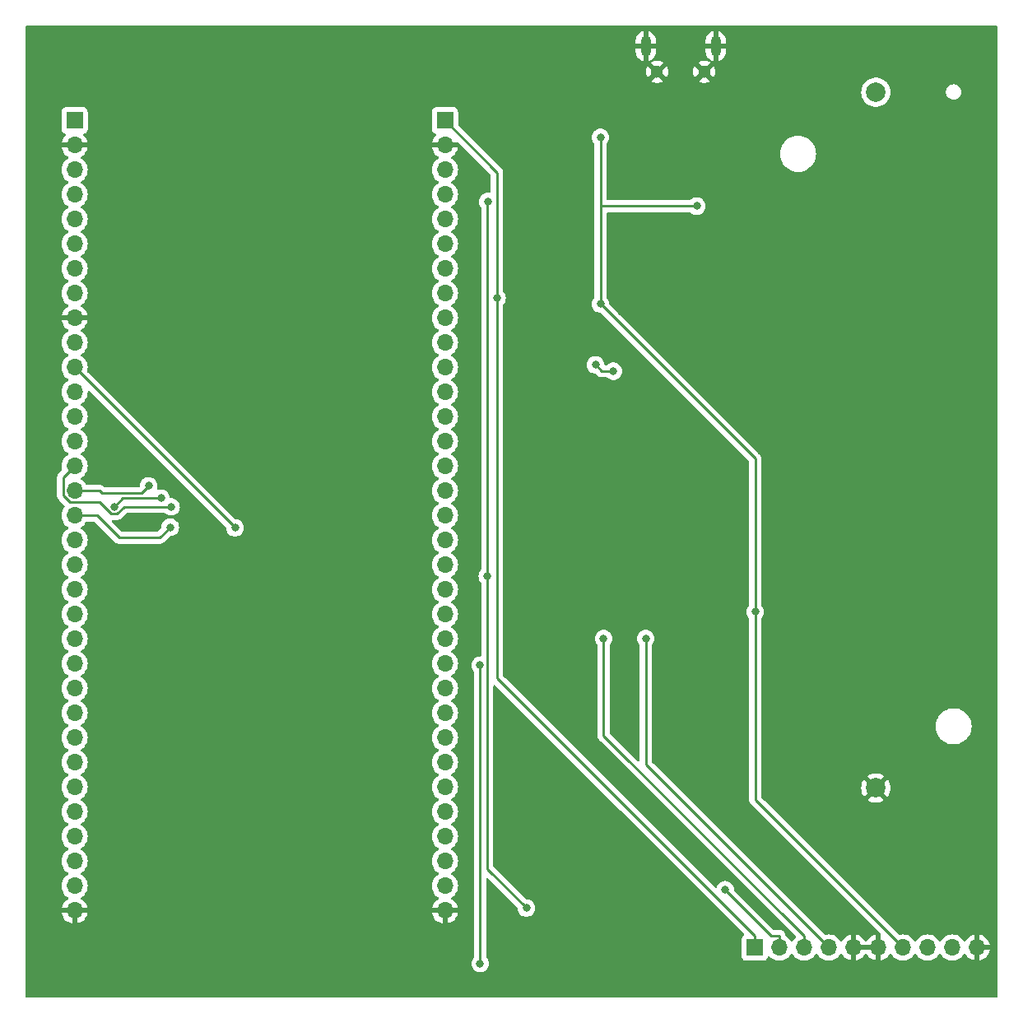
<source format=gbr>
%TF.GenerationSoftware,KiCad,Pcbnew,(7.0.0)*%
%TF.CreationDate,2023-04-20T20:25:40+02:00*%
%TF.ProjectId,EnviroHAT,456e7669-726f-4484-9154-2e6b69636164,rev?*%
%TF.SameCoordinates,Original*%
%TF.FileFunction,Copper,L2,Bot*%
%TF.FilePolarity,Positive*%
%FSLAX46Y46*%
G04 Gerber Fmt 4.6, Leading zero omitted, Abs format (unit mm)*
G04 Created by KiCad (PCBNEW (7.0.0)) date 2023-04-20 20:25:40*
%MOMM*%
%LPD*%
G01*
G04 APERTURE LIST*
%TA.AperFunction,ComponentPad*%
%ADD10R,1.700000X1.700000*%
%TD*%
%TA.AperFunction,ComponentPad*%
%ADD11O,1.700000X1.700000*%
%TD*%
%TA.AperFunction,ComponentPad*%
%ADD12C,2.000000*%
%TD*%
%TA.AperFunction,ComponentPad*%
%ADD13C,1.300000*%
%TD*%
%TA.AperFunction,ComponentPad*%
%ADD14O,1.070000X2.140000*%
%TD*%
%TA.AperFunction,ViaPad*%
%ADD15C,0.800000*%
%TD*%
%TA.AperFunction,Conductor*%
%ADD16C,0.250000*%
%TD*%
G04 APERTURE END LIST*
D10*
%TO.P,J3,1,Pin_1*%
%TO.N,+5V*%
X132079999Y-48005999D03*
D11*
%TO.P,J3,2,Pin_2*%
%TO.N,GND*%
X132079999Y-50545999D03*
%TO.P,J3,3,Pin_3*%
%TO.N,unconnected-(J3-Pin_3-Pad3)*%
X132079999Y-53085999D03*
%TO.P,J3,4,Pin_4*%
%TO.N,unconnected-(J3-Pin_4-Pad4)*%
X132079999Y-55625999D03*
%TO.P,J3,5,Pin_5*%
%TO.N,unconnected-(J3-Pin_5-Pad5)*%
X132079999Y-58165999D03*
%TO.P,J3,6,Pin_6*%
%TO.N,unconnected-(J3-Pin_6-Pad6)*%
X132079999Y-60705999D03*
%TO.P,J3,7,Pin_7*%
%TO.N,unconnected-(J3-Pin_7-Pad7)*%
X132079999Y-63245999D03*
%TO.P,J3,8,Pin_8*%
%TO.N,unconnected-(J3-Pin_8-Pad8)*%
X132079999Y-65785999D03*
%TO.P,J3,9,Pin_9*%
%TO.N,unconnected-(J3-Pin_9-Pad9)*%
X132079999Y-68325999D03*
%TO.P,J3,10,Pin_10*%
%TO.N,unconnected-(J3-Pin_10-Pad10)*%
X132079999Y-70865999D03*
%TO.P,J3,11,Pin_11*%
%TO.N,unconnected-(J3-Pin_11-Pad11)*%
X132079999Y-73405999D03*
%TO.P,J3,12,Pin_12*%
%TO.N,unconnected-(J3-Pin_12-Pad12)*%
X132079999Y-75945999D03*
%TO.P,J3,13,Pin_13*%
%TO.N,unconnected-(J3-Pin_13-Pad13)*%
X132079999Y-78485999D03*
%TO.P,J3,14,Pin_14*%
%TO.N,unconnected-(J3-Pin_14-Pad14)*%
X132079999Y-81025999D03*
%TO.P,J3,15,Pin_15*%
%TO.N,unconnected-(J3-Pin_15-Pad15)*%
X132079999Y-83565999D03*
%TO.P,J3,16,Pin_16*%
%TO.N,unconnected-(J3-Pin_16-Pad16)*%
X132079999Y-86105999D03*
%TO.P,J3,17,Pin_17*%
%TO.N,unconnected-(J3-Pin_17-Pad17)*%
X132079999Y-88645999D03*
%TO.P,J3,18,Pin_18*%
%TO.N,Sensor_SDA*%
X132079999Y-91185999D03*
%TO.P,J3,19,Pin_19*%
%TO.N,Sensor_SCL*%
X132079999Y-93725999D03*
%TO.P,J3,20,Pin_20*%
%TO.N,unconnected-(J3-Pin_20-Pad20)*%
X132079999Y-96265999D03*
%TO.P,J3,21,Pin_21*%
%TO.N,unconnected-(J3-Pin_21-Pad21)*%
X132079999Y-98805999D03*
%TO.P,J3,22,Pin_22*%
%TO.N,unconnected-(J3-Pin_22-Pad22)*%
X132079999Y-101345999D03*
%TO.P,J3,23,Pin_23*%
%TO.N,AOUT*%
X132079999Y-103885999D03*
%TO.P,J3,24,Pin_24*%
%TO.N,unconnected-(J3-Pin_24-Pad24)*%
X132079999Y-106425999D03*
%TO.P,J3,25,Pin_25*%
%TO.N,DIG_OUT*%
X132079999Y-108965999D03*
%TO.P,J3,26,Pin_26*%
%TO.N,unconnected-(J3-Pin_26-Pad26)*%
X132079999Y-111505999D03*
%TO.P,J3,27,Pin_27*%
%TO.N,unconnected-(J3-Pin_27-Pad27)*%
X132079999Y-114045999D03*
%TO.P,J3,28,Pin_28*%
%TO.N,unconnected-(J3-Pin_28-Pad28)*%
X132079999Y-116585999D03*
%TO.P,J3,29,Pin_29*%
%TO.N,unconnected-(J3-Pin_29-Pad29)*%
X132079999Y-119125999D03*
%TO.P,J3,30,Pin_30*%
%TO.N,unconnected-(J3-Pin_30-Pad30)*%
X132079999Y-121665999D03*
%TO.P,J3,31,Pin_31*%
%TO.N,unconnected-(J3-Pin_31-Pad31)*%
X132079999Y-124205999D03*
%TO.P,J3,32,Pin_32*%
%TO.N,unconnected-(J3-Pin_32-Pad32)*%
X132079999Y-126745999D03*
%TO.P,J3,33,Pin_33*%
%TO.N,GND*%
X132079999Y-129285999D03*
%TD*%
D10*
%TO.P,J2,1,Pin_1*%
%TO.N,+3V3*%
X93979999Y-48005999D03*
D11*
%TO.P,J2,2,Pin_2*%
%TO.N,GND*%
X93979999Y-50545999D03*
%TO.P,J2,3,Pin_3*%
%TO.N,+BATT*%
X93979999Y-53085999D03*
%TO.P,J2,4,Pin_4*%
%TO.N,unconnected-(J2-Pin_4-Pad4)*%
X93979999Y-55625999D03*
%TO.P,J2,5,Pin_5*%
%TO.N,unconnected-(J2-Pin_5-Pad5)*%
X93979999Y-58165999D03*
%TO.P,J2,6,Pin_6*%
%TO.N,unconnected-(J2-Pin_6-Pad6)*%
X93979999Y-60705999D03*
%TO.P,J2,7,Pin_7*%
%TO.N,unconnected-(J2-Pin_7-Pad7)*%
X93979999Y-63245999D03*
%TO.P,J2,8,Pin_8*%
%TO.N,unconnected-(J2-Pin_8-Pad8)*%
X93979999Y-65785999D03*
%TO.P,J2,9,Pin_9*%
%TO.N,GND*%
X93979999Y-68325999D03*
%TO.P,J2,10,Pin_10*%
%TO.N,unconnected-(J2-Pin_10-Pad10)*%
X93979999Y-70865999D03*
%TO.P,J2,11,Pin_11*%
%TO.N,Sensor_GPIO1*%
X93979999Y-73405999D03*
%TO.P,J2,12,Pin_12*%
%TO.N,unconnected-(J2-Pin_12-Pad12)*%
X93979999Y-75945999D03*
%TO.P,J2,13,Pin_13*%
%TO.N,unconnected-(J2-Pin_13-Pad13)*%
X93979999Y-78485999D03*
%TO.P,J2,14,Pin_14*%
%TO.N,unconnected-(J2-Pin_14-Pad14)*%
X93979999Y-81025999D03*
%TO.P,J2,15,Pin_15*%
%TO.N,/MCU Submodule/USART FTDI RTS*%
X93979999Y-83565999D03*
%TO.P,J2,16,Pin_16*%
%TO.N,/MCU Submodule/USART FTDI CTS*%
X93979999Y-86105999D03*
%TO.P,J2,17,Pin_17*%
%TO.N,/MCU Submodule/USART FTDI RXD*%
X93979999Y-88645999D03*
%TO.P,J2,18,Pin_18*%
%TO.N,/MCU Submodule/USART FTDI TXD*%
X93979999Y-91185999D03*
%TO.P,J2,19,Pin_19*%
%TO.N,unconnected-(J2-Pin_19-Pad19)*%
X93979999Y-93725999D03*
%TO.P,J2,20,Pin_20*%
%TO.N,unconnected-(J2-Pin_20-Pad20)*%
X93979999Y-96265999D03*
%TO.P,J2,21,Pin_21*%
%TO.N,unconnected-(J2-Pin_21-Pad21)*%
X93979999Y-98805999D03*
%TO.P,J2,22,Pin_22*%
%TO.N,unconnected-(J2-Pin_22-Pad22)*%
X93979999Y-101345999D03*
%TO.P,J2,23,Pin_23*%
%TO.N,unconnected-(J2-Pin_23-Pad23)*%
X93979999Y-103885999D03*
%TO.P,J2,24,Pin_24*%
%TO.N,unconnected-(J2-Pin_24-Pad24)*%
X93979999Y-106425999D03*
%TO.P,J2,25,Pin_25*%
%TO.N,unconnected-(J2-Pin_25-Pad25)*%
X93979999Y-108965999D03*
%TO.P,J2,26,Pin_26*%
%TO.N,unconnected-(J2-Pin_26-Pad26)*%
X93979999Y-111505999D03*
%TO.P,J2,27,Pin_27*%
%TO.N,unconnected-(J2-Pin_27-Pad27)*%
X93979999Y-114045999D03*
%TO.P,J2,28,Pin_28*%
%TO.N,unconnected-(J2-Pin_28-Pad28)*%
X93979999Y-116585999D03*
%TO.P,J2,29,Pin_29*%
%TO.N,unconnected-(J2-Pin_29-Pad29)*%
X93979999Y-119125999D03*
%TO.P,J2,30,Pin_30*%
%TO.N,/MCU Submodule/MEM SCL*%
X93979999Y-121665999D03*
%TO.P,J2,31,Pin_31*%
%TO.N,/MCU Submodule/MEM SDA*%
X93979999Y-124205999D03*
%TO.P,J2,32,Pin_32*%
%TO.N,unconnected-(J2-Pin_32-Pad32)*%
X93979999Y-126745999D03*
%TO.P,J2,33,Pin_33*%
%TO.N,GND*%
X93979999Y-129285999D03*
%TD*%
D10*
%TO.P,J1,1,Pin_1*%
%TO.N,+5V*%
X163956999Y-133095999D03*
D11*
%TO.P,J1,2,Pin_2*%
%TO.N,AOUT*%
X166496999Y-133095999D03*
%TO.P,J1,3,Pin_3*%
%TO.N,Sensor_SDA*%
X169036999Y-133095999D03*
%TO.P,J1,4,Pin_4*%
%TO.N,Sensor_SCL*%
X171576999Y-133095999D03*
%TO.P,J1,5,Pin_5*%
%TO.N,GND*%
X174116999Y-133095999D03*
%TO.P,J1,6,Pin_6*%
X176656999Y-133095999D03*
%TO.P,J1,7,Pin_7*%
%TO.N,USB_Detect*%
X179196999Y-133095999D03*
%TO.P,J1,8,Pin_8*%
%TO.N,/MCU Submodule/USART FTDI RXD*%
X181736999Y-133095999D03*
%TO.P,J1,9,Pin_9*%
%TO.N,/MCU Submodule/USART FTDI TXD*%
X184276999Y-133095999D03*
%TO.P,J1,10,Pin_10*%
%TO.N,GND*%
X186816999Y-133095999D03*
%TD*%
D12*
%TO.P,BT1,1,+*%
%TO.N,Net-(BT1-+)*%
X176403000Y-45085000D03*
%TO.P,BT1,2,-*%
%TO.N,GND*%
X176403000Y-116685000D03*
%TD*%
D13*
%TO.P,J4,S5,SHIELD*%
%TO.N,GND*%
X158762000Y-43008000D03*
%TO.P,J4,S4,SHIELD*%
X153912000Y-43008000D03*
D14*
%TO.P,J4,S6,SHIELD*%
X159936999Y-40357999D03*
%TO.P,J4,S3,SHIELD*%
X152736999Y-40357999D03*
%TD*%
D15*
%TO.N,GND*%
X96901000Y-82550000D03*
%TO.N,+3V3*%
X136428200Y-94901000D03*
X102870000Y-86868000D03*
X136476600Y-56348900D03*
X98044000Y-87757000D03*
X140462000Y-129032000D03*
%TO.N,GND*%
X97663000Y-91821000D03*
X145923000Y-123825000D03*
X150241000Y-67691000D03*
X117348000Y-96012000D03*
X106553000Y-118364000D03*
%TO.N,AOUT*%
X160910600Y-127153500D03*
%TO.N,USB_Detect*%
X163990100Y-98550600D03*
X157988000Y-56816700D03*
X148082000Y-66880400D03*
X148082000Y-49754000D03*
%TO.N,Sensor_GPIO1*%
X110490000Y-89916000D03*
%TO.N,Sensor_SCL*%
X152736200Y-101311900D03*
%TO.N,Sensor_SDA*%
X148399500Y-101311900D03*
%TO.N,Net-(U5-NTC)*%
X147564400Y-73147800D03*
X149408200Y-73803500D03*
%TO.N,/MCU Submodule/USART FTDI RTS*%
X103907397Y-87757000D03*
%TO.N,/MCU Submodule/USART FTDI CTS*%
X101600000Y-85598000D03*
%TO.N,/MCU Submodule/USART FTDI RXD*%
X103822500Y-89852500D03*
%TO.N,+5V*%
X137436000Y-66294000D03*
%TO.N,/Sensing Submodule/GPIO1*%
X135703700Y-104065000D03*
X135703100Y-134744000D03*
%TD*%
D16*
%TO.N,/MCU Submodule/USART FTDI RXD*%
X95180100Y-88641000D02*
X94005000Y-88641000D01*
X95185100Y-88646000D02*
X95180100Y-88641000D01*
X96266000Y-88646000D02*
X95185100Y-88646000D01*
X102743000Y-90932000D02*
X98552000Y-90932000D01*
X103822500Y-89852500D02*
X102743000Y-90932000D01*
X98552000Y-90932000D02*
X96266000Y-88646000D01*
%TO.N,USB_Detect*%
X163990100Y-117889100D02*
X179197000Y-133096000D01*
X163990100Y-98550600D02*
X163990100Y-117889100D01*
%TO.N,Sensor_SDA*%
X148399500Y-101311900D02*
X148399500Y-111283400D01*
X148399500Y-111283400D02*
X169037000Y-131920900D01*
X169037000Y-131920900D02*
X169037000Y-133096000D01*
%TO.N,Sensor_SCL*%
X152736200Y-114255200D02*
X152736200Y-101311900D01*
X171577000Y-133096000D02*
X152736200Y-114255200D01*
%TO.N,+3V3*%
X136428200Y-100206700D02*
X136428200Y-94901000D01*
%TO.N,Sensor_GPIO1*%
X110490000Y-89916000D02*
X93980000Y-73406000D01*
%TO.N,+3V3*%
X136428200Y-56397300D02*
X136476600Y-56348900D01*
X140462000Y-129032000D02*
X136428200Y-124998200D01*
X136428200Y-124998200D02*
X136428200Y-56397300D01*
%TO.N,/Sensing Submodule/GPIO1*%
X135703700Y-104065000D02*
X135703100Y-104065600D01*
X135703100Y-104065600D02*
X135703100Y-134744000D01*
%TO.N,+5V*%
X137436000Y-53362000D02*
X137436000Y-55902000D01*
X132080000Y-48006000D02*
X137436000Y-53362000D01*
%TO.N,/MCU Submodule/USART FTDI RTS*%
X93493299Y-87281000D02*
X92805000Y-86592701D01*
X96532695Y-87281000D02*
X93493299Y-87281000D01*
X92805000Y-86592701D02*
X92805000Y-84741000D01*
X96537695Y-87276000D02*
X96532695Y-87281000D01*
X92805000Y-84741000D02*
X93980000Y-83566000D01*
%TO.N,+3V3*%
X102870000Y-86868000D02*
X98933000Y-86868000D01*
X98933000Y-86868000D02*
X98044000Y-87757000D01*
%TO.N,AOUT*%
X165678000Y-131920900D02*
X160910600Y-127153500D01*
X166497000Y-133096000D02*
X166497000Y-131920900D01*
X166497000Y-131920900D02*
X165678000Y-131920900D01*
%TO.N,USB_Detect*%
X148082000Y-66880400D02*
X148082000Y-56816700D01*
X148082000Y-56816700D02*
X148082000Y-49754000D01*
X157988000Y-56816700D02*
X148082000Y-56816700D01*
X163990100Y-82788500D02*
X163990100Y-98550600D01*
X148082000Y-66880400D02*
X163990100Y-82788500D01*
%TO.N,Net-(U5-NTC)*%
X148220100Y-73803500D02*
X147564400Y-73147800D01*
X149408200Y-73803500D02*
X148220100Y-73803500D01*
%TO.N,/MCU Submodule/USART FTDI RTS*%
X103907397Y-87757000D02*
X99069305Y-87757000D01*
X97743695Y-88482000D02*
X96537695Y-87276000D01*
X99069305Y-87757000D02*
X98344305Y-88482000D01*
X98344305Y-88482000D02*
X97743695Y-88482000D01*
%TO.N,/MCU Submodule/USART FTDI CTS*%
X96515000Y-86101000D02*
X94005000Y-86101000D01*
X96774000Y-86360000D02*
X96515000Y-86101000D01*
X101600000Y-85598000D02*
X100838000Y-86360000D01*
X100838000Y-86360000D02*
X96774000Y-86360000D01*
%TO.N,+5V*%
X137436000Y-55902000D02*
X137436000Y-66294000D01*
X163957000Y-133096000D02*
X163957000Y-131920900D01*
X137436000Y-105399900D02*
X137436000Y-66294000D01*
X163957000Y-131920900D02*
X137436000Y-105399900D01*
%TD*%
%TA.AperFunction,Conductor*%
%TO.N,GND*%
G36*
X188876500Y-38244113D02*
G01*
X188921887Y-38289500D01*
X188938500Y-38351500D01*
X188938500Y-138102500D01*
X188921887Y-138164500D01*
X188876500Y-138209887D01*
X188814500Y-138226500D01*
X89063500Y-138226500D01*
X89001500Y-138209887D01*
X88956113Y-138164500D01*
X88939500Y-138102500D01*
X88939500Y-129538551D01*
X92652688Y-129538551D01*
X92653056Y-129549780D01*
X92705168Y-129744263D01*
X92708856Y-129754397D01*
X92804113Y-129958676D01*
X92809501Y-129968008D01*
X92938784Y-130152643D01*
X92945721Y-130160909D01*
X93105090Y-130320278D01*
X93113356Y-130327215D01*
X93297991Y-130456498D01*
X93307323Y-130461886D01*
X93511602Y-130557143D01*
X93521736Y-130560831D01*
X93716219Y-130612943D01*
X93727448Y-130613311D01*
X93730000Y-130602369D01*
X94230000Y-130602369D01*
X94232551Y-130613311D01*
X94243780Y-130612943D01*
X94438263Y-130560831D01*
X94448397Y-130557143D01*
X94652676Y-130461886D01*
X94662008Y-130456498D01*
X94846643Y-130327215D01*
X94854909Y-130320278D01*
X95014278Y-130160909D01*
X95021215Y-130152643D01*
X95150498Y-129968008D01*
X95155886Y-129958676D01*
X95251143Y-129754397D01*
X95254831Y-129744263D01*
X95306943Y-129549780D01*
X95307311Y-129538551D01*
X130752688Y-129538551D01*
X130753056Y-129549780D01*
X130805168Y-129744263D01*
X130808856Y-129754397D01*
X130904113Y-129958676D01*
X130909501Y-129968008D01*
X131038784Y-130152643D01*
X131045721Y-130160909D01*
X131205090Y-130320278D01*
X131213356Y-130327215D01*
X131397991Y-130456498D01*
X131407323Y-130461886D01*
X131611602Y-130557143D01*
X131621736Y-130560831D01*
X131816219Y-130612943D01*
X131827448Y-130613311D01*
X131830000Y-130602369D01*
X132330000Y-130602369D01*
X132332551Y-130613311D01*
X132343780Y-130612943D01*
X132538263Y-130560831D01*
X132548397Y-130557143D01*
X132752676Y-130461886D01*
X132762008Y-130456498D01*
X132946643Y-130327215D01*
X132954909Y-130320278D01*
X133114278Y-130160909D01*
X133121215Y-130152643D01*
X133250498Y-129968008D01*
X133255886Y-129958676D01*
X133351143Y-129754397D01*
X133354831Y-129744263D01*
X133406943Y-129549780D01*
X133407311Y-129538551D01*
X133396369Y-129536000D01*
X132346326Y-129536000D01*
X132333450Y-129539450D01*
X132330000Y-129552326D01*
X132330000Y-130602369D01*
X131830000Y-130602369D01*
X131830000Y-129552326D01*
X131826549Y-129539450D01*
X131813674Y-129536000D01*
X130763631Y-129536000D01*
X130752688Y-129538551D01*
X95307311Y-129538551D01*
X95296369Y-129536000D01*
X94246326Y-129536000D01*
X94233450Y-129539450D01*
X94230000Y-129552326D01*
X94230000Y-130602369D01*
X93730000Y-130602369D01*
X93730000Y-129552326D01*
X93726549Y-129539450D01*
X93713674Y-129536000D01*
X92663631Y-129536000D01*
X92652688Y-129538551D01*
X88939500Y-129538551D01*
X88939500Y-84721196D01*
X92174840Y-84721196D01*
X92175574Y-84728961D01*
X92175574Y-84728964D01*
X92178950Y-84764676D01*
X92179500Y-84776345D01*
X92179500Y-86514926D01*
X92178978Y-86525981D01*
X92177327Y-86533368D01*
X92177571Y-86541154D01*
X92177571Y-86541162D01*
X92179439Y-86600574D01*
X92179500Y-86604469D01*
X92179500Y-86632051D01*
X92179988Y-86635920D01*
X92179989Y-86635926D01*
X92180004Y-86636044D01*
X92180918Y-86647667D01*
X92182045Y-86683531D01*
X92182046Y-86683538D01*
X92182291Y-86691328D01*
X92184467Y-86698820D01*
X92184468Y-86698822D01*
X92187879Y-86710563D01*
X92191825Y-86729616D01*
X92194336Y-86749493D01*
X92197206Y-86756743D01*
X92197208Y-86756749D01*
X92210414Y-86790105D01*
X92214197Y-86801152D01*
X92226382Y-86843091D01*
X92230353Y-86849806D01*
X92230354Y-86849808D01*
X92236581Y-86860338D01*
X92245136Y-86877800D01*
X92249642Y-86889181D01*
X92249643Y-86889184D01*
X92252514Y-86896433D01*
X92274440Y-86926613D01*
X92278181Y-86931761D01*
X92284593Y-86941523D01*
X92302856Y-86972403D01*
X92302859Y-86972408D01*
X92306830Y-86979121D01*
X92312344Y-86984635D01*
X92312345Y-86984636D01*
X92320990Y-86993281D01*
X92333626Y-87008075D01*
X92340819Y-87017976D01*
X92340823Y-87017980D01*
X92345406Y-87024288D01*
X92351415Y-87029259D01*
X92351416Y-87029260D01*
X92379058Y-87052127D01*
X92387699Y-87059990D01*
X92934862Y-87607153D01*
X92965971Y-87659269D01*
X92968620Y-87719906D01*
X92942740Y-87773363D01*
X92941505Y-87774599D01*
X92938408Y-87779021D01*
X92938402Y-87779029D01*
X92809073Y-87963731D01*
X92809068Y-87963738D01*
X92805965Y-87968171D01*
X92803677Y-87973077D01*
X92803675Y-87973081D01*
X92708386Y-88177427D01*
X92708383Y-88177432D01*
X92706097Y-88182337D01*
X92704698Y-88187557D01*
X92704694Y-88187569D01*
X92646337Y-88405365D01*
X92646335Y-88405371D01*
X92644937Y-88410592D01*
X92644465Y-88415977D01*
X92644465Y-88415982D01*
X92633514Y-88541151D01*
X92624341Y-88646000D01*
X92644937Y-88881408D01*
X92646336Y-88886630D01*
X92646337Y-88886634D01*
X92704694Y-89104430D01*
X92704697Y-89104438D01*
X92706097Y-89109663D01*
X92708385Y-89114570D01*
X92708386Y-89114572D01*
X92803678Y-89318927D01*
X92803681Y-89318933D01*
X92805965Y-89323830D01*
X92809064Y-89328257D01*
X92809066Y-89328259D01*
X92938399Y-89512966D01*
X92938402Y-89512970D01*
X92941505Y-89517401D01*
X93108599Y-89684495D01*
X93113032Y-89687599D01*
X93113038Y-89687604D01*
X93294158Y-89814425D01*
X93333024Y-89858743D01*
X93347035Y-89916000D01*
X93333024Y-89973257D01*
X93294159Y-90017575D01*
X93113041Y-90144395D01*
X93108599Y-90147505D01*
X93104775Y-90151328D01*
X93104769Y-90151334D01*
X92945334Y-90310769D01*
X92945328Y-90310775D01*
X92941505Y-90314599D01*
X92938402Y-90319029D01*
X92938399Y-90319034D01*
X92809073Y-90503731D01*
X92809068Y-90503738D01*
X92805965Y-90508171D01*
X92803677Y-90513077D01*
X92803675Y-90513081D01*
X92708386Y-90717427D01*
X92708383Y-90717432D01*
X92706097Y-90722337D01*
X92704698Y-90727557D01*
X92704694Y-90727569D01*
X92646337Y-90945365D01*
X92646335Y-90945371D01*
X92644937Y-90950592D01*
X92624341Y-91186000D01*
X92644937Y-91421408D01*
X92646336Y-91426630D01*
X92646337Y-91426634D01*
X92704694Y-91644430D01*
X92704697Y-91644438D01*
X92706097Y-91649663D01*
X92708385Y-91654570D01*
X92708386Y-91654572D01*
X92803678Y-91858927D01*
X92803681Y-91858933D01*
X92805965Y-91863830D01*
X92809064Y-91868257D01*
X92809066Y-91868259D01*
X92938399Y-92052966D01*
X92938402Y-92052970D01*
X92941505Y-92057401D01*
X93108599Y-92224495D01*
X93113032Y-92227599D01*
X93113038Y-92227604D01*
X93294158Y-92354425D01*
X93333024Y-92398743D01*
X93347035Y-92456000D01*
X93333024Y-92513257D01*
X93294159Y-92557575D01*
X93113041Y-92684395D01*
X93108599Y-92687505D01*
X93104775Y-92691328D01*
X93104769Y-92691334D01*
X92945334Y-92850769D01*
X92945328Y-92850775D01*
X92941505Y-92854599D01*
X92938402Y-92859029D01*
X92938399Y-92859034D01*
X92809073Y-93043731D01*
X92809068Y-93043738D01*
X92805965Y-93048171D01*
X92803677Y-93053077D01*
X92803675Y-93053081D01*
X92708386Y-93257427D01*
X92708383Y-93257432D01*
X92706097Y-93262337D01*
X92704698Y-93267557D01*
X92704694Y-93267569D01*
X92646337Y-93485365D01*
X92646335Y-93485371D01*
X92644937Y-93490592D01*
X92624341Y-93726000D01*
X92644937Y-93961408D01*
X92646336Y-93966630D01*
X92646337Y-93966634D01*
X92704694Y-94184430D01*
X92704697Y-94184438D01*
X92706097Y-94189663D01*
X92708385Y-94194570D01*
X92708386Y-94194572D01*
X92803678Y-94398927D01*
X92803681Y-94398933D01*
X92805965Y-94403830D01*
X92809064Y-94408257D01*
X92809066Y-94408259D01*
X92938399Y-94592966D01*
X92938402Y-94592970D01*
X92941505Y-94597401D01*
X93108599Y-94764495D01*
X93113032Y-94767599D01*
X93113038Y-94767604D01*
X93294158Y-94894425D01*
X93333024Y-94938743D01*
X93347035Y-94996000D01*
X93333024Y-95053257D01*
X93294159Y-95097575D01*
X93113041Y-95224395D01*
X93108599Y-95227505D01*
X93104775Y-95231328D01*
X93104769Y-95231334D01*
X92945334Y-95390769D01*
X92945328Y-95390775D01*
X92941505Y-95394599D01*
X92938402Y-95399029D01*
X92938399Y-95399034D01*
X92809073Y-95583731D01*
X92809068Y-95583738D01*
X92805965Y-95588171D01*
X92803677Y-95593077D01*
X92803675Y-95593081D01*
X92708386Y-95797427D01*
X92708383Y-95797432D01*
X92706097Y-95802337D01*
X92704698Y-95807557D01*
X92704694Y-95807569D01*
X92646337Y-96025365D01*
X92646335Y-96025371D01*
X92644937Y-96030592D01*
X92624341Y-96266000D01*
X92644937Y-96501408D01*
X92646336Y-96506630D01*
X92646337Y-96506634D01*
X92704694Y-96724430D01*
X92704697Y-96724438D01*
X92706097Y-96729663D01*
X92708385Y-96734570D01*
X92708386Y-96734572D01*
X92803678Y-96938927D01*
X92803681Y-96938933D01*
X92805965Y-96943830D01*
X92809064Y-96948257D01*
X92809066Y-96948259D01*
X92938399Y-97132966D01*
X92938402Y-97132970D01*
X92941505Y-97137401D01*
X93108599Y-97304495D01*
X93113032Y-97307599D01*
X93113038Y-97307604D01*
X93294158Y-97434425D01*
X93333024Y-97478743D01*
X93347035Y-97536000D01*
X93333024Y-97593257D01*
X93294160Y-97637574D01*
X93108599Y-97767505D01*
X93104775Y-97771328D01*
X93104769Y-97771334D01*
X92945334Y-97930769D01*
X92945328Y-97930775D01*
X92941505Y-97934599D01*
X92938402Y-97939029D01*
X92938399Y-97939034D01*
X92809073Y-98123731D01*
X92809068Y-98123738D01*
X92805965Y-98128171D01*
X92803677Y-98133077D01*
X92803675Y-98133081D01*
X92708386Y-98337427D01*
X92708383Y-98337432D01*
X92706097Y-98342337D01*
X92704698Y-98347557D01*
X92704694Y-98347569D01*
X92646337Y-98565365D01*
X92646335Y-98565371D01*
X92644937Y-98570592D01*
X92624341Y-98806000D01*
X92624813Y-98811395D01*
X92634709Y-98924510D01*
X92644937Y-99041408D01*
X92646336Y-99046630D01*
X92646337Y-99046634D01*
X92704694Y-99264430D01*
X92704697Y-99264438D01*
X92706097Y-99269663D01*
X92708385Y-99274570D01*
X92708386Y-99274572D01*
X92803678Y-99478927D01*
X92803681Y-99478933D01*
X92805965Y-99483830D01*
X92809064Y-99488257D01*
X92809066Y-99488259D01*
X92938399Y-99672966D01*
X92938402Y-99672970D01*
X92941505Y-99677401D01*
X93108599Y-99844495D01*
X93113032Y-99847599D01*
X93113038Y-99847604D01*
X93294158Y-99974425D01*
X93333024Y-100018743D01*
X93347035Y-100076000D01*
X93333024Y-100133257D01*
X93294159Y-100177575D01*
X93113041Y-100304395D01*
X93108599Y-100307505D01*
X93104775Y-100311328D01*
X93104769Y-100311334D01*
X92945334Y-100470769D01*
X92945328Y-100470775D01*
X92941505Y-100474599D01*
X92938402Y-100479029D01*
X92938399Y-100479034D01*
X92809073Y-100663731D01*
X92809068Y-100663738D01*
X92805965Y-100668171D01*
X92803677Y-100673077D01*
X92803675Y-100673081D01*
X92708386Y-100877427D01*
X92708383Y-100877432D01*
X92706097Y-100882337D01*
X92704698Y-100887557D01*
X92704694Y-100887569D01*
X92646337Y-101105365D01*
X92646335Y-101105371D01*
X92644937Y-101110592D01*
X92644465Y-101115977D01*
X92644465Y-101115982D01*
X92627890Y-101305440D01*
X92624341Y-101346000D01*
X92644937Y-101581408D01*
X92646336Y-101586630D01*
X92646337Y-101586634D01*
X92704694Y-101804430D01*
X92704697Y-101804438D01*
X92706097Y-101809663D01*
X92708385Y-101814570D01*
X92708386Y-101814572D01*
X92803678Y-102018927D01*
X92803681Y-102018933D01*
X92805965Y-102023830D01*
X92809064Y-102028257D01*
X92809066Y-102028259D01*
X92938399Y-102212966D01*
X92938402Y-102212970D01*
X92941505Y-102217401D01*
X93108599Y-102384495D01*
X93113032Y-102387599D01*
X93113038Y-102387604D01*
X93294158Y-102514425D01*
X93333024Y-102558743D01*
X93347035Y-102616000D01*
X93333024Y-102673257D01*
X93294159Y-102717575D01*
X93113041Y-102844395D01*
X93108599Y-102847505D01*
X93104775Y-102851328D01*
X93104769Y-102851334D01*
X92945334Y-103010769D01*
X92945328Y-103010775D01*
X92941505Y-103014599D01*
X92938402Y-103019029D01*
X92938399Y-103019034D01*
X92809073Y-103203731D01*
X92809068Y-103203738D01*
X92805965Y-103208171D01*
X92803677Y-103213077D01*
X92803675Y-103213081D01*
X92708386Y-103417427D01*
X92708383Y-103417432D01*
X92706097Y-103422337D01*
X92704698Y-103427557D01*
X92704694Y-103427569D01*
X92646337Y-103645365D01*
X92646335Y-103645371D01*
X92644937Y-103650592D01*
X92644465Y-103655977D01*
X92644465Y-103655982D01*
X92625151Y-103876744D01*
X92624341Y-103886000D01*
X92624813Y-103891395D01*
X92639436Y-104058540D01*
X92644937Y-104121408D01*
X92646336Y-104126630D01*
X92646337Y-104126634D01*
X92704694Y-104344430D01*
X92704697Y-104344438D01*
X92706097Y-104349663D01*
X92708385Y-104354570D01*
X92708386Y-104354572D01*
X92803678Y-104558927D01*
X92803681Y-104558933D01*
X92805965Y-104563830D01*
X92809064Y-104568257D01*
X92809066Y-104568259D01*
X92938399Y-104752966D01*
X92938402Y-104752970D01*
X92941505Y-104757401D01*
X93108599Y-104924495D01*
X93113032Y-104927599D01*
X93113038Y-104927604D01*
X93294158Y-105054425D01*
X93333024Y-105098743D01*
X93347035Y-105156000D01*
X93333024Y-105213257D01*
X93294160Y-105257574D01*
X93108599Y-105387505D01*
X93104775Y-105391328D01*
X93104769Y-105391334D01*
X92945334Y-105550769D01*
X92945328Y-105550775D01*
X92941505Y-105554599D01*
X92938402Y-105559029D01*
X92938399Y-105559034D01*
X92809073Y-105743731D01*
X92809068Y-105743738D01*
X92805965Y-105748171D01*
X92803677Y-105753077D01*
X92803675Y-105753081D01*
X92708386Y-105957427D01*
X92708383Y-105957432D01*
X92706097Y-105962337D01*
X92704698Y-105967557D01*
X92704694Y-105967569D01*
X92646337Y-106185365D01*
X92646335Y-106185371D01*
X92644937Y-106190592D01*
X92624341Y-106426000D01*
X92644937Y-106661408D01*
X92646336Y-106666630D01*
X92646337Y-106666634D01*
X92704694Y-106884430D01*
X92704697Y-106884438D01*
X92706097Y-106889663D01*
X92708385Y-106894570D01*
X92708386Y-106894572D01*
X92803678Y-107098927D01*
X92803681Y-107098933D01*
X92805965Y-107103830D01*
X92809064Y-107108257D01*
X92809066Y-107108259D01*
X92938399Y-107292966D01*
X92938402Y-107292970D01*
X92941505Y-107297401D01*
X93108599Y-107464495D01*
X93113032Y-107467599D01*
X93113038Y-107467604D01*
X93294158Y-107594425D01*
X93333024Y-107638743D01*
X93347035Y-107696000D01*
X93333024Y-107753257D01*
X93294159Y-107797575D01*
X93113041Y-107924395D01*
X93108599Y-107927505D01*
X93104775Y-107931328D01*
X93104769Y-107931334D01*
X92945334Y-108090769D01*
X92945328Y-108090775D01*
X92941505Y-108094599D01*
X92938402Y-108099029D01*
X92938399Y-108099034D01*
X92809073Y-108283731D01*
X92809068Y-108283738D01*
X92805965Y-108288171D01*
X92803677Y-108293077D01*
X92803675Y-108293081D01*
X92708386Y-108497427D01*
X92708383Y-108497432D01*
X92706097Y-108502337D01*
X92704698Y-108507557D01*
X92704694Y-108507569D01*
X92646337Y-108725365D01*
X92646335Y-108725371D01*
X92644937Y-108730592D01*
X92644465Y-108735977D01*
X92644465Y-108735982D01*
X92627468Y-108930254D01*
X92624341Y-108966000D01*
X92624813Y-108971395D01*
X92638132Y-109123636D01*
X92644937Y-109201408D01*
X92646336Y-109206630D01*
X92646337Y-109206634D01*
X92704694Y-109424430D01*
X92704697Y-109424438D01*
X92706097Y-109429663D01*
X92708385Y-109434570D01*
X92708386Y-109434572D01*
X92803678Y-109638927D01*
X92803681Y-109638933D01*
X92805965Y-109643830D01*
X92809064Y-109648257D01*
X92809066Y-109648259D01*
X92938399Y-109832966D01*
X92938402Y-109832970D01*
X92941505Y-109837401D01*
X93108599Y-110004495D01*
X93113032Y-110007599D01*
X93113038Y-110007604D01*
X93294158Y-110134425D01*
X93333024Y-110178743D01*
X93347035Y-110236000D01*
X93333024Y-110293257D01*
X93294159Y-110337575D01*
X93113041Y-110464395D01*
X93108599Y-110467505D01*
X93104775Y-110471328D01*
X93104769Y-110471334D01*
X92945334Y-110630769D01*
X92945328Y-110630775D01*
X92941505Y-110634599D01*
X92938402Y-110639029D01*
X92938399Y-110639034D01*
X92809073Y-110823731D01*
X92809068Y-110823738D01*
X92805965Y-110828171D01*
X92803677Y-110833077D01*
X92803675Y-110833081D01*
X92708386Y-111037427D01*
X92708383Y-111037432D01*
X92706097Y-111042337D01*
X92704698Y-111047557D01*
X92704694Y-111047569D01*
X92646337Y-111265365D01*
X92646335Y-111265371D01*
X92644937Y-111270592D01*
X92644465Y-111275977D01*
X92644465Y-111275982D01*
X92629464Y-111447448D01*
X92624341Y-111506000D01*
X92624813Y-111511395D01*
X92640516Y-111690884D01*
X92644937Y-111741408D01*
X92646336Y-111746630D01*
X92646337Y-111746634D01*
X92704694Y-111964430D01*
X92704697Y-111964438D01*
X92706097Y-111969663D01*
X92708385Y-111974570D01*
X92708386Y-111974572D01*
X92803678Y-112178927D01*
X92803681Y-112178933D01*
X92805965Y-112183830D01*
X92809064Y-112188257D01*
X92809066Y-112188259D01*
X92938399Y-112372966D01*
X92938402Y-112372970D01*
X92941505Y-112377401D01*
X93108599Y-112544495D01*
X93113032Y-112547599D01*
X93113038Y-112547604D01*
X93294158Y-112674425D01*
X93333024Y-112718743D01*
X93347035Y-112776000D01*
X93333024Y-112833257D01*
X93294159Y-112877575D01*
X93113041Y-113004395D01*
X93108599Y-113007505D01*
X93104775Y-113011328D01*
X93104769Y-113011334D01*
X92945334Y-113170769D01*
X92945328Y-113170775D01*
X92941505Y-113174599D01*
X92938402Y-113179029D01*
X92938399Y-113179034D01*
X92809073Y-113363731D01*
X92809068Y-113363738D01*
X92805965Y-113368171D01*
X92803677Y-113373077D01*
X92803675Y-113373081D01*
X92708386Y-113577427D01*
X92708383Y-113577432D01*
X92706097Y-113582337D01*
X92704698Y-113587557D01*
X92704694Y-113587569D01*
X92646337Y-113805365D01*
X92646335Y-113805371D01*
X92644937Y-113810592D01*
X92624341Y-114046000D01*
X92644937Y-114281408D01*
X92646336Y-114286630D01*
X92646337Y-114286634D01*
X92704694Y-114504430D01*
X92704697Y-114504438D01*
X92706097Y-114509663D01*
X92708385Y-114514570D01*
X92708386Y-114514572D01*
X92803678Y-114718927D01*
X92803681Y-114718933D01*
X92805965Y-114723830D01*
X92809064Y-114728257D01*
X92809066Y-114728259D01*
X92938399Y-114912966D01*
X92938402Y-114912970D01*
X92941505Y-114917401D01*
X93108599Y-115084495D01*
X93113032Y-115087599D01*
X93113038Y-115087604D01*
X93294158Y-115214425D01*
X93333024Y-115258743D01*
X93347035Y-115316000D01*
X93333024Y-115373257D01*
X93294159Y-115417575D01*
X93113041Y-115544395D01*
X93108599Y-115547505D01*
X93104775Y-115551328D01*
X93104769Y-115551334D01*
X92945334Y-115710769D01*
X92945328Y-115710775D01*
X92941505Y-115714599D01*
X92938402Y-115719029D01*
X92938399Y-115719034D01*
X92809073Y-115903731D01*
X92809068Y-115903738D01*
X92805965Y-115908171D01*
X92803677Y-115913077D01*
X92803675Y-115913081D01*
X92708386Y-116117427D01*
X92708383Y-116117432D01*
X92706097Y-116122337D01*
X92704698Y-116127557D01*
X92704694Y-116127569D01*
X92646337Y-116345365D01*
X92646335Y-116345371D01*
X92644937Y-116350592D01*
X92624341Y-116586000D01*
X92624813Y-116591395D01*
X92633002Y-116685000D01*
X92644937Y-116821408D01*
X92646336Y-116826630D01*
X92646337Y-116826634D01*
X92704694Y-117044430D01*
X92704697Y-117044438D01*
X92706097Y-117049663D01*
X92708385Y-117054570D01*
X92708386Y-117054572D01*
X92803678Y-117258927D01*
X92803681Y-117258933D01*
X92805965Y-117263830D01*
X92809064Y-117268257D01*
X92809066Y-117268259D01*
X92938399Y-117452966D01*
X92938402Y-117452970D01*
X92941505Y-117457401D01*
X93108599Y-117624495D01*
X93113032Y-117627599D01*
X93113038Y-117627604D01*
X93294158Y-117754425D01*
X93333024Y-117798743D01*
X93347035Y-117856000D01*
X93333024Y-117913257D01*
X93294159Y-117957575D01*
X93113041Y-118084395D01*
X93108599Y-118087505D01*
X93104775Y-118091328D01*
X93104769Y-118091334D01*
X92945334Y-118250769D01*
X92945328Y-118250775D01*
X92941505Y-118254599D01*
X92938402Y-118259029D01*
X92938399Y-118259034D01*
X92809073Y-118443731D01*
X92809068Y-118443738D01*
X92805965Y-118448171D01*
X92803677Y-118453077D01*
X92803675Y-118453081D01*
X92708386Y-118657427D01*
X92708383Y-118657432D01*
X92706097Y-118662337D01*
X92704698Y-118667557D01*
X92704694Y-118667569D01*
X92646337Y-118885365D01*
X92646335Y-118885371D01*
X92644937Y-118890592D01*
X92624341Y-119126000D01*
X92644937Y-119361408D01*
X92646336Y-119366630D01*
X92646337Y-119366634D01*
X92704694Y-119584430D01*
X92704697Y-119584438D01*
X92706097Y-119589663D01*
X92708385Y-119594570D01*
X92708386Y-119594572D01*
X92803678Y-119798927D01*
X92803681Y-119798933D01*
X92805965Y-119803830D01*
X92809064Y-119808257D01*
X92809066Y-119808259D01*
X92938399Y-119992966D01*
X92938402Y-119992970D01*
X92941505Y-119997401D01*
X93108599Y-120164495D01*
X93113032Y-120167599D01*
X93113038Y-120167604D01*
X93294158Y-120294425D01*
X93333024Y-120338743D01*
X93347035Y-120396000D01*
X93333024Y-120453257D01*
X93294159Y-120497575D01*
X93113041Y-120624395D01*
X93108599Y-120627505D01*
X93104775Y-120631328D01*
X93104769Y-120631334D01*
X92945334Y-120790769D01*
X92945328Y-120790775D01*
X92941505Y-120794599D01*
X92938402Y-120799029D01*
X92938399Y-120799034D01*
X92809073Y-120983731D01*
X92809068Y-120983738D01*
X92805965Y-120988171D01*
X92803677Y-120993077D01*
X92803675Y-120993081D01*
X92708386Y-121197427D01*
X92708383Y-121197432D01*
X92706097Y-121202337D01*
X92704698Y-121207557D01*
X92704694Y-121207569D01*
X92646337Y-121425365D01*
X92646335Y-121425371D01*
X92644937Y-121430592D01*
X92624341Y-121666000D01*
X92644937Y-121901408D01*
X92646336Y-121906630D01*
X92646337Y-121906634D01*
X92704694Y-122124430D01*
X92704697Y-122124438D01*
X92706097Y-122129663D01*
X92708385Y-122134570D01*
X92708386Y-122134572D01*
X92803678Y-122338927D01*
X92803681Y-122338933D01*
X92805965Y-122343830D01*
X92809064Y-122348257D01*
X92809066Y-122348259D01*
X92938399Y-122532966D01*
X92938402Y-122532970D01*
X92941505Y-122537401D01*
X93108599Y-122704495D01*
X93113032Y-122707599D01*
X93113038Y-122707604D01*
X93294158Y-122834425D01*
X93333024Y-122878743D01*
X93347035Y-122936000D01*
X93333024Y-122993257D01*
X93294160Y-123037574D01*
X93108599Y-123167505D01*
X93104775Y-123171328D01*
X93104769Y-123171334D01*
X92945334Y-123330769D01*
X92945328Y-123330775D01*
X92941505Y-123334599D01*
X92938402Y-123339029D01*
X92938399Y-123339034D01*
X92809073Y-123523731D01*
X92809068Y-123523738D01*
X92805965Y-123528171D01*
X92803677Y-123533077D01*
X92803675Y-123533081D01*
X92708386Y-123737427D01*
X92708383Y-123737432D01*
X92706097Y-123742337D01*
X92704698Y-123747557D01*
X92704694Y-123747569D01*
X92646337Y-123965365D01*
X92646335Y-123965371D01*
X92644937Y-123970592D01*
X92624341Y-124206000D01*
X92644937Y-124441408D01*
X92646336Y-124446630D01*
X92646337Y-124446634D01*
X92704694Y-124664430D01*
X92704697Y-124664438D01*
X92706097Y-124669663D01*
X92708385Y-124674570D01*
X92708386Y-124674572D01*
X92803678Y-124878927D01*
X92803681Y-124878933D01*
X92805965Y-124883830D01*
X92809064Y-124888257D01*
X92809066Y-124888259D01*
X92938399Y-125072966D01*
X92938402Y-125072970D01*
X92941505Y-125077401D01*
X93108599Y-125244495D01*
X93113032Y-125247599D01*
X93113038Y-125247604D01*
X93294158Y-125374425D01*
X93333024Y-125418743D01*
X93347035Y-125476000D01*
X93333024Y-125533257D01*
X93294159Y-125577575D01*
X93113041Y-125704395D01*
X93108599Y-125707505D01*
X93104775Y-125711328D01*
X93104769Y-125711334D01*
X92945334Y-125870769D01*
X92945328Y-125870775D01*
X92941505Y-125874599D01*
X92938402Y-125879029D01*
X92938399Y-125879034D01*
X92809073Y-126063731D01*
X92809068Y-126063738D01*
X92805965Y-126068171D01*
X92803677Y-126073077D01*
X92803675Y-126073081D01*
X92708386Y-126277427D01*
X92708383Y-126277432D01*
X92706097Y-126282337D01*
X92704698Y-126287557D01*
X92704694Y-126287569D01*
X92646337Y-126505365D01*
X92646335Y-126505371D01*
X92644937Y-126510592D01*
X92624341Y-126746000D01*
X92624813Y-126751395D01*
X92643522Y-126965244D01*
X92644937Y-126981408D01*
X92646336Y-126986630D01*
X92646337Y-126986634D01*
X92704694Y-127204430D01*
X92704697Y-127204438D01*
X92706097Y-127209663D01*
X92708385Y-127214570D01*
X92708386Y-127214572D01*
X92803678Y-127418927D01*
X92803681Y-127418933D01*
X92805965Y-127423830D01*
X92809064Y-127428257D01*
X92809066Y-127428259D01*
X92938399Y-127612966D01*
X92938402Y-127612970D01*
X92941505Y-127617401D01*
X93108599Y-127784495D01*
X93113031Y-127787598D01*
X93113033Y-127787600D01*
X93294595Y-127914731D01*
X93333460Y-127959049D01*
X93347471Y-128016306D01*
X93333460Y-128073563D01*
X93294595Y-128117881D01*
X93113352Y-128244788D01*
X93105092Y-128251719D01*
X92945719Y-128411092D01*
X92938784Y-128419357D01*
X92809508Y-128603982D01*
X92804110Y-128613332D01*
X92708856Y-128817602D01*
X92705168Y-128827736D01*
X92653056Y-129022219D01*
X92652688Y-129033448D01*
X92663631Y-129036000D01*
X95296369Y-129036000D01*
X95307311Y-129033448D01*
X95306943Y-129022219D01*
X95254831Y-128827736D01*
X95251143Y-128817602D01*
X95155889Y-128613332D01*
X95150491Y-128603982D01*
X95021215Y-128419357D01*
X95014280Y-128411092D01*
X94854909Y-128251721D01*
X94846643Y-128244784D01*
X94665405Y-128117880D01*
X94626540Y-128073562D01*
X94612529Y-128016305D01*
X94626540Y-127959048D01*
X94665406Y-127914730D01*
X94846961Y-127787604D01*
X94846961Y-127787603D01*
X94851401Y-127784495D01*
X95018495Y-127617401D01*
X95154035Y-127423830D01*
X95253903Y-127209663D01*
X95315063Y-126981408D01*
X95335659Y-126746000D01*
X130724341Y-126746000D01*
X130724813Y-126751395D01*
X130743522Y-126965244D01*
X130744937Y-126981408D01*
X130746336Y-126986630D01*
X130746337Y-126986634D01*
X130804694Y-127204430D01*
X130804697Y-127204438D01*
X130806097Y-127209663D01*
X130808385Y-127214570D01*
X130808386Y-127214572D01*
X130903678Y-127418927D01*
X130903681Y-127418933D01*
X130905965Y-127423830D01*
X130909064Y-127428257D01*
X130909066Y-127428259D01*
X131038399Y-127612966D01*
X131038402Y-127612970D01*
X131041505Y-127617401D01*
X131208599Y-127784495D01*
X131213031Y-127787598D01*
X131213033Y-127787600D01*
X131394595Y-127914731D01*
X131433460Y-127959049D01*
X131447471Y-128016306D01*
X131433460Y-128073563D01*
X131394595Y-128117881D01*
X131213352Y-128244788D01*
X131205092Y-128251719D01*
X131045719Y-128411092D01*
X131038784Y-128419357D01*
X130909508Y-128603982D01*
X130904110Y-128613332D01*
X130808856Y-128817602D01*
X130805168Y-128827736D01*
X130753056Y-129022219D01*
X130752688Y-129033448D01*
X130763631Y-129036000D01*
X133396369Y-129036000D01*
X133407311Y-129033448D01*
X133406943Y-129022219D01*
X133354831Y-128827736D01*
X133351143Y-128817602D01*
X133255889Y-128613332D01*
X133250491Y-128603982D01*
X133121215Y-128419357D01*
X133114280Y-128411092D01*
X132954909Y-128251721D01*
X132946643Y-128244784D01*
X132765405Y-128117880D01*
X132726540Y-128073562D01*
X132712529Y-128016305D01*
X132726540Y-127959048D01*
X132765406Y-127914730D01*
X132946961Y-127787604D01*
X132946961Y-127787603D01*
X132951401Y-127784495D01*
X133118495Y-127617401D01*
X133254035Y-127423830D01*
X133353903Y-127209663D01*
X133415063Y-126981408D01*
X133435659Y-126746000D01*
X133415063Y-126510592D01*
X133353903Y-126282337D01*
X133254035Y-126068171D01*
X133118495Y-125874599D01*
X132951401Y-125707505D01*
X132946968Y-125704401D01*
X132946961Y-125704395D01*
X132765842Y-125577575D01*
X132726976Y-125533257D01*
X132712965Y-125476000D01*
X132726976Y-125418743D01*
X132765842Y-125374425D01*
X132946961Y-125247604D01*
X132946961Y-125247603D01*
X132951401Y-125244495D01*
X133118495Y-125077401D01*
X133254035Y-124883830D01*
X133353903Y-124669663D01*
X133415063Y-124441408D01*
X133435659Y-124206000D01*
X133415063Y-123970592D01*
X133353903Y-123742337D01*
X133254035Y-123528171D01*
X133118495Y-123334599D01*
X132951401Y-123167505D01*
X132946970Y-123164402D01*
X132946966Y-123164399D01*
X132765841Y-123037574D01*
X132726976Y-122993256D01*
X132712965Y-122935999D01*
X132726976Y-122878742D01*
X132765839Y-122834426D01*
X132951401Y-122704495D01*
X133118495Y-122537401D01*
X133254035Y-122343830D01*
X133353903Y-122129663D01*
X133415063Y-121901408D01*
X133435659Y-121666000D01*
X133415063Y-121430592D01*
X133353903Y-121202337D01*
X133254035Y-120988171D01*
X133118495Y-120794599D01*
X132951401Y-120627505D01*
X132946968Y-120624401D01*
X132946961Y-120624395D01*
X132765842Y-120497575D01*
X132726976Y-120453257D01*
X132712965Y-120396000D01*
X132726976Y-120338743D01*
X132765842Y-120294425D01*
X132946961Y-120167604D01*
X132946961Y-120167603D01*
X132951401Y-120164495D01*
X133118495Y-119997401D01*
X133254035Y-119803830D01*
X133353903Y-119589663D01*
X133415063Y-119361408D01*
X133435659Y-119126000D01*
X133415063Y-118890592D01*
X133353903Y-118662337D01*
X133254035Y-118448171D01*
X133118495Y-118254599D01*
X132951401Y-118087505D01*
X132946968Y-118084401D01*
X132946961Y-118084395D01*
X132765842Y-117957575D01*
X132726976Y-117913257D01*
X132712965Y-117856000D01*
X132726976Y-117798743D01*
X132765842Y-117754425D01*
X132946961Y-117627604D01*
X132946961Y-117627603D01*
X132951401Y-117624495D01*
X133118495Y-117457401D01*
X133254035Y-117263830D01*
X133353903Y-117049663D01*
X133415063Y-116821408D01*
X133435659Y-116586000D01*
X133415063Y-116350592D01*
X133353903Y-116122337D01*
X133254035Y-115908171D01*
X133118495Y-115714599D01*
X132951401Y-115547505D01*
X132946968Y-115544401D01*
X132946961Y-115544395D01*
X132765842Y-115417575D01*
X132726976Y-115373257D01*
X132712965Y-115316000D01*
X132726976Y-115258743D01*
X132765842Y-115214425D01*
X132946961Y-115087604D01*
X132946961Y-115087603D01*
X132951401Y-115084495D01*
X133118495Y-114917401D01*
X133254035Y-114723830D01*
X133353903Y-114509663D01*
X133415063Y-114281408D01*
X133435659Y-114046000D01*
X133415063Y-113810592D01*
X133353903Y-113582337D01*
X133254035Y-113368171D01*
X133118495Y-113174599D01*
X132951401Y-113007505D01*
X132946968Y-113004401D01*
X132946961Y-113004395D01*
X132765842Y-112877575D01*
X132726976Y-112833257D01*
X132712965Y-112776000D01*
X132726976Y-112718743D01*
X132765842Y-112674425D01*
X132946961Y-112547604D01*
X132946961Y-112547603D01*
X132951401Y-112544495D01*
X133118495Y-112377401D01*
X133254035Y-112183830D01*
X133353903Y-111969663D01*
X133415063Y-111741408D01*
X133435659Y-111506000D01*
X133415063Y-111270592D01*
X133353903Y-111042337D01*
X133254035Y-110828171D01*
X133118495Y-110634599D01*
X132951401Y-110467505D01*
X132946968Y-110464401D01*
X132946961Y-110464395D01*
X132765842Y-110337575D01*
X132726976Y-110293257D01*
X132712965Y-110236000D01*
X132726976Y-110178743D01*
X132765842Y-110134425D01*
X132946961Y-110007604D01*
X132946961Y-110007603D01*
X132951401Y-110004495D01*
X133118495Y-109837401D01*
X133254035Y-109643830D01*
X133353903Y-109429663D01*
X133415063Y-109201408D01*
X133435659Y-108966000D01*
X133415063Y-108730592D01*
X133353903Y-108502337D01*
X133254035Y-108288171D01*
X133118495Y-108094599D01*
X132951401Y-107927505D01*
X132946968Y-107924401D01*
X132946961Y-107924395D01*
X132765842Y-107797575D01*
X132726976Y-107753257D01*
X132712965Y-107696000D01*
X132726976Y-107638743D01*
X132765842Y-107594425D01*
X132946961Y-107467604D01*
X132946961Y-107467603D01*
X132951401Y-107464495D01*
X133118495Y-107297401D01*
X133254035Y-107103830D01*
X133353903Y-106889663D01*
X133415063Y-106661408D01*
X133435659Y-106426000D01*
X133415063Y-106190592D01*
X133353903Y-105962337D01*
X133254035Y-105748171D01*
X133118495Y-105554599D01*
X132951401Y-105387505D01*
X132946970Y-105384402D01*
X132946966Y-105384399D01*
X132765841Y-105257574D01*
X132726976Y-105213256D01*
X132712965Y-105155999D01*
X132726976Y-105098742D01*
X132765839Y-105054426D01*
X132951401Y-104924495D01*
X133118495Y-104757401D01*
X133254035Y-104563830D01*
X133353903Y-104349663D01*
X133415063Y-104121408D01*
X133435659Y-103886000D01*
X133415063Y-103650592D01*
X133353903Y-103422337D01*
X133254035Y-103208171D01*
X133118495Y-103014599D01*
X132951401Y-102847505D01*
X132946968Y-102844401D01*
X132946961Y-102844395D01*
X132765842Y-102717575D01*
X132726976Y-102673257D01*
X132712965Y-102616000D01*
X132726976Y-102558743D01*
X132765842Y-102514425D01*
X132946961Y-102387604D01*
X132946961Y-102387603D01*
X132951401Y-102384495D01*
X133118495Y-102217401D01*
X133254035Y-102023830D01*
X133353903Y-101809663D01*
X133415063Y-101581408D01*
X133435659Y-101346000D01*
X133415063Y-101110592D01*
X133353903Y-100882337D01*
X133254035Y-100668171D01*
X133118495Y-100474599D01*
X132951401Y-100307505D01*
X132946968Y-100304401D01*
X132946961Y-100304395D01*
X132765842Y-100177575D01*
X132726976Y-100133257D01*
X132712965Y-100076000D01*
X132726976Y-100018743D01*
X132765842Y-99974425D01*
X132946961Y-99847604D01*
X132946961Y-99847603D01*
X132951401Y-99844495D01*
X133118495Y-99677401D01*
X133254035Y-99483830D01*
X133353903Y-99269663D01*
X133415063Y-99041408D01*
X133435659Y-98806000D01*
X133415063Y-98570592D01*
X133353903Y-98342337D01*
X133254035Y-98128171D01*
X133118495Y-97934599D01*
X132951401Y-97767505D01*
X132946970Y-97764402D01*
X132946966Y-97764399D01*
X132765841Y-97637574D01*
X132726976Y-97593256D01*
X132712965Y-97535999D01*
X132726976Y-97478742D01*
X132765839Y-97434426D01*
X132951401Y-97304495D01*
X133118495Y-97137401D01*
X133254035Y-96943830D01*
X133353903Y-96729663D01*
X133415063Y-96501408D01*
X133435659Y-96266000D01*
X133415063Y-96030592D01*
X133353903Y-95802337D01*
X133254035Y-95588171D01*
X133118495Y-95394599D01*
X132951401Y-95227505D01*
X132946968Y-95224401D01*
X132946961Y-95224395D01*
X132765842Y-95097575D01*
X132726976Y-95053257D01*
X132712965Y-94996000D01*
X132726976Y-94938743D01*
X132765842Y-94894425D01*
X132946961Y-94767604D01*
X132946961Y-94767603D01*
X132951401Y-94764495D01*
X133118495Y-94597401D01*
X133254035Y-94403830D01*
X133353903Y-94189663D01*
X133415063Y-93961408D01*
X133435659Y-93726000D01*
X133415063Y-93490592D01*
X133353903Y-93262337D01*
X133254035Y-93048171D01*
X133118495Y-92854599D01*
X132951401Y-92687505D01*
X132946968Y-92684401D01*
X132946961Y-92684395D01*
X132765842Y-92557575D01*
X132726976Y-92513257D01*
X132712965Y-92456000D01*
X132726976Y-92398743D01*
X132765842Y-92354425D01*
X132946961Y-92227604D01*
X132946961Y-92227603D01*
X132951401Y-92224495D01*
X133118495Y-92057401D01*
X133254035Y-91863830D01*
X133353903Y-91649663D01*
X133415063Y-91421408D01*
X133435659Y-91186000D01*
X133415063Y-90950592D01*
X133362119Y-90753000D01*
X133355305Y-90727569D01*
X133355304Y-90727567D01*
X133353903Y-90722337D01*
X133254035Y-90508171D01*
X133118495Y-90314599D01*
X132951401Y-90147505D01*
X132946968Y-90144401D01*
X132946961Y-90144395D01*
X132765842Y-90017575D01*
X132726976Y-89973257D01*
X132712965Y-89916000D01*
X132726976Y-89858743D01*
X132765842Y-89814425D01*
X132946961Y-89687604D01*
X132946961Y-89687603D01*
X132951401Y-89684495D01*
X133118495Y-89517401D01*
X133254035Y-89323830D01*
X133353903Y-89109663D01*
X133415063Y-88881408D01*
X133435659Y-88646000D01*
X133415063Y-88410592D01*
X133353903Y-88182337D01*
X133254035Y-87968171D01*
X133118495Y-87774599D01*
X132951401Y-87607505D01*
X132946968Y-87604401D01*
X132946961Y-87604395D01*
X132765842Y-87477575D01*
X132726976Y-87433257D01*
X132712965Y-87376000D01*
X132726976Y-87318743D01*
X132765842Y-87274425D01*
X132946961Y-87147604D01*
X132946961Y-87147603D01*
X132951401Y-87144495D01*
X133118495Y-86977401D01*
X133254035Y-86783830D01*
X133353903Y-86569663D01*
X133415063Y-86341408D01*
X133435659Y-86106000D01*
X133415063Y-85870592D01*
X133353903Y-85642337D01*
X133254035Y-85428171D01*
X133118495Y-85234599D01*
X132951401Y-85067505D01*
X132946968Y-85064401D01*
X132946961Y-85064395D01*
X132765842Y-84937575D01*
X132726976Y-84893257D01*
X132712965Y-84836000D01*
X132726976Y-84778743D01*
X132765842Y-84734425D01*
X132946961Y-84607604D01*
X132946961Y-84607603D01*
X132951401Y-84604495D01*
X133118495Y-84437401D01*
X133254035Y-84243830D01*
X133353903Y-84029663D01*
X133415063Y-83801408D01*
X133435659Y-83566000D01*
X133415063Y-83330592D01*
X133353903Y-83102337D01*
X133254035Y-82888171D01*
X133118495Y-82694599D01*
X132951401Y-82527505D01*
X132946968Y-82524401D01*
X132946961Y-82524395D01*
X132765842Y-82397575D01*
X132726976Y-82353257D01*
X132712965Y-82296000D01*
X132726976Y-82238743D01*
X132765842Y-82194425D01*
X132946961Y-82067604D01*
X132946961Y-82067603D01*
X132951401Y-82064495D01*
X133118495Y-81897401D01*
X133254035Y-81703830D01*
X133353903Y-81489663D01*
X133415063Y-81261408D01*
X133435659Y-81026000D01*
X133415063Y-80790592D01*
X133353903Y-80562337D01*
X133254035Y-80348171D01*
X133118495Y-80154599D01*
X132951401Y-79987505D01*
X132946968Y-79984401D01*
X132946961Y-79984395D01*
X132765842Y-79857575D01*
X132726976Y-79813257D01*
X132712965Y-79756000D01*
X132726976Y-79698743D01*
X132765842Y-79654425D01*
X132946961Y-79527604D01*
X132946961Y-79527603D01*
X132951401Y-79524495D01*
X133118495Y-79357401D01*
X133254035Y-79163830D01*
X133353903Y-78949663D01*
X133415063Y-78721408D01*
X133435659Y-78486000D01*
X133415063Y-78250592D01*
X133353903Y-78022337D01*
X133254035Y-77808171D01*
X133118495Y-77614599D01*
X132951401Y-77447505D01*
X132946968Y-77444401D01*
X132946961Y-77444395D01*
X132765842Y-77317575D01*
X132726976Y-77273257D01*
X132712965Y-77216000D01*
X132726976Y-77158743D01*
X132765842Y-77114425D01*
X132946961Y-76987604D01*
X132946961Y-76987603D01*
X132951401Y-76984495D01*
X133118495Y-76817401D01*
X133254035Y-76623830D01*
X133353903Y-76409663D01*
X133415063Y-76181408D01*
X133435659Y-75946000D01*
X133415063Y-75710592D01*
X133353903Y-75482337D01*
X133254035Y-75268171D01*
X133118495Y-75074599D01*
X132951401Y-74907505D01*
X132946968Y-74904401D01*
X132946961Y-74904395D01*
X132765842Y-74777575D01*
X132726976Y-74733257D01*
X132712965Y-74676000D01*
X132726976Y-74618743D01*
X132765842Y-74574425D01*
X132946961Y-74447604D01*
X132946961Y-74447603D01*
X132951401Y-74444495D01*
X133118495Y-74277401D01*
X133254035Y-74083830D01*
X133353903Y-73869663D01*
X133415063Y-73641408D01*
X133435659Y-73406000D01*
X133415063Y-73170592D01*
X133366572Y-72989619D01*
X133355305Y-72947569D01*
X133355304Y-72947567D01*
X133353903Y-72942337D01*
X133254035Y-72728171D01*
X133118495Y-72534599D01*
X132951401Y-72367505D01*
X132946970Y-72364402D01*
X132946966Y-72364399D01*
X132765841Y-72237574D01*
X132726976Y-72193256D01*
X132712965Y-72135999D01*
X132726976Y-72078742D01*
X132765839Y-72034426D01*
X132951401Y-71904495D01*
X133118495Y-71737401D01*
X133254035Y-71543830D01*
X133353903Y-71329663D01*
X133415063Y-71101408D01*
X133435659Y-70866000D01*
X133415063Y-70630592D01*
X133353903Y-70402337D01*
X133254035Y-70188171D01*
X133118495Y-69994599D01*
X132951401Y-69827505D01*
X132946968Y-69824401D01*
X132946961Y-69824395D01*
X132765842Y-69697575D01*
X132726976Y-69653257D01*
X132712965Y-69596000D01*
X132726976Y-69538743D01*
X132765842Y-69494425D01*
X132946961Y-69367604D01*
X132946961Y-69367603D01*
X132951401Y-69364495D01*
X133118495Y-69197401D01*
X133254035Y-69003830D01*
X133353903Y-68789663D01*
X133415063Y-68561408D01*
X133435659Y-68326000D01*
X133415063Y-68090592D01*
X133353903Y-67862337D01*
X133254035Y-67648171D01*
X133118495Y-67454599D01*
X132951401Y-67287505D01*
X132946968Y-67284401D01*
X132946961Y-67284395D01*
X132765842Y-67157575D01*
X132726976Y-67113257D01*
X132712965Y-67056000D01*
X132726976Y-66998743D01*
X132765842Y-66954425D01*
X132946961Y-66827604D01*
X132946961Y-66827603D01*
X132951401Y-66824495D01*
X133118495Y-66657401D01*
X133254035Y-66463830D01*
X133353903Y-66249663D01*
X133415063Y-66021408D01*
X133435659Y-65786000D01*
X133415063Y-65550592D01*
X133353903Y-65322337D01*
X133254035Y-65108171D01*
X133118495Y-64914599D01*
X132951401Y-64747505D01*
X132946968Y-64744401D01*
X132946961Y-64744395D01*
X132765842Y-64617575D01*
X132726976Y-64573257D01*
X132712965Y-64516000D01*
X132726976Y-64458743D01*
X132765842Y-64414425D01*
X132946961Y-64287604D01*
X132946961Y-64287603D01*
X132951401Y-64284495D01*
X133118495Y-64117401D01*
X133254035Y-63923830D01*
X133353903Y-63709663D01*
X133415063Y-63481408D01*
X133435659Y-63246000D01*
X133415063Y-63010592D01*
X133353903Y-62782337D01*
X133254035Y-62568171D01*
X133118495Y-62374599D01*
X132951401Y-62207505D01*
X132946968Y-62204401D01*
X132946961Y-62204395D01*
X132765842Y-62077575D01*
X132726976Y-62033257D01*
X132712965Y-61976000D01*
X132726976Y-61918743D01*
X132765842Y-61874425D01*
X132946961Y-61747604D01*
X132946961Y-61747603D01*
X132951401Y-61744495D01*
X133118495Y-61577401D01*
X133254035Y-61383830D01*
X133353903Y-61169663D01*
X133415063Y-60941408D01*
X133435659Y-60706000D01*
X133415063Y-60470592D01*
X133353903Y-60242337D01*
X133254035Y-60028171D01*
X133118495Y-59834599D01*
X132951401Y-59667505D01*
X132946970Y-59664402D01*
X132946966Y-59664399D01*
X132765841Y-59537574D01*
X132726976Y-59493256D01*
X132712965Y-59435999D01*
X132726976Y-59378742D01*
X132765839Y-59334426D01*
X132951401Y-59204495D01*
X133118495Y-59037401D01*
X133254035Y-58843830D01*
X133353903Y-58629663D01*
X133415063Y-58401408D01*
X133435659Y-58166000D01*
X133415063Y-57930592D01*
X133366572Y-57749619D01*
X133355305Y-57707569D01*
X133355304Y-57707567D01*
X133353903Y-57702337D01*
X133254035Y-57488171D01*
X133118495Y-57294599D01*
X132951401Y-57127505D01*
X132946968Y-57124401D01*
X132946961Y-57124395D01*
X132765842Y-56997575D01*
X132726976Y-56953257D01*
X132712965Y-56896000D01*
X132726976Y-56838743D01*
X132765842Y-56794425D01*
X132946961Y-56667604D01*
X132946961Y-56667603D01*
X132951401Y-56664495D01*
X133118495Y-56497401D01*
X133254035Y-56303830D01*
X133353903Y-56089663D01*
X133415063Y-55861408D01*
X133435659Y-55626000D01*
X133415063Y-55390592D01*
X133353903Y-55162337D01*
X133254035Y-54948171D01*
X133118495Y-54754599D01*
X132951401Y-54587505D01*
X132946968Y-54584401D01*
X132946961Y-54584395D01*
X132765842Y-54457575D01*
X132726976Y-54413257D01*
X132712965Y-54356000D01*
X132726976Y-54298743D01*
X132765842Y-54254425D01*
X132946961Y-54127604D01*
X132946961Y-54127603D01*
X132951401Y-54124495D01*
X133118495Y-53957401D01*
X133254035Y-53763830D01*
X133353903Y-53549663D01*
X133415063Y-53321408D01*
X133435659Y-53086000D01*
X133415063Y-52850592D01*
X133353903Y-52622337D01*
X133254035Y-52408171D01*
X133118495Y-52214599D01*
X132951401Y-52047505D01*
X132946970Y-52044402D01*
X132946966Y-52044399D01*
X132765405Y-51917269D01*
X132726540Y-51872951D01*
X132712529Y-51815694D01*
X132726540Y-51758437D01*
X132765406Y-51714119D01*
X132946638Y-51587219D01*
X132954909Y-51580278D01*
X133114278Y-51420909D01*
X133121215Y-51412643D01*
X133250498Y-51228008D01*
X133255886Y-51218676D01*
X133351143Y-51014397D01*
X133354831Y-51004263D01*
X133406943Y-50809780D01*
X133407311Y-50798551D01*
X133396369Y-50796000D01*
X130763631Y-50796000D01*
X130752688Y-50798551D01*
X130753056Y-50809780D01*
X130805168Y-51004263D01*
X130808856Y-51014397D01*
X130904113Y-51218676D01*
X130909501Y-51228008D01*
X131038784Y-51412643D01*
X131045721Y-51420909D01*
X131205090Y-51580278D01*
X131213356Y-51587215D01*
X131394595Y-51714120D01*
X131433460Y-51758438D01*
X131447471Y-51815695D01*
X131433460Y-51872952D01*
X131394594Y-51917270D01*
X131213034Y-52044399D01*
X131213029Y-52044402D01*
X131208599Y-52047505D01*
X131204775Y-52051328D01*
X131204769Y-52051334D01*
X131045334Y-52210769D01*
X131045328Y-52210775D01*
X131041505Y-52214599D01*
X131038402Y-52219029D01*
X131038399Y-52219034D01*
X130909073Y-52403731D01*
X130909068Y-52403738D01*
X130905965Y-52408171D01*
X130903677Y-52413077D01*
X130903675Y-52413081D01*
X130808386Y-52617427D01*
X130808383Y-52617432D01*
X130806097Y-52622337D01*
X130804698Y-52627557D01*
X130804694Y-52627569D01*
X130746337Y-52845365D01*
X130746335Y-52845371D01*
X130744937Y-52850592D01*
X130744465Y-52855977D01*
X130744465Y-52855982D01*
X130727319Y-53051963D01*
X130724341Y-53086000D01*
X130724813Y-53091395D01*
X130739203Y-53255878D01*
X130744937Y-53321408D01*
X130746336Y-53326630D01*
X130746337Y-53326634D01*
X130804694Y-53544430D01*
X130804697Y-53544438D01*
X130806097Y-53549663D01*
X130808385Y-53554570D01*
X130808386Y-53554572D01*
X130903678Y-53758927D01*
X130903681Y-53758933D01*
X130905965Y-53763830D01*
X130909064Y-53768257D01*
X130909066Y-53768259D01*
X131038399Y-53952966D01*
X131038402Y-53952970D01*
X131041505Y-53957401D01*
X131208599Y-54124495D01*
X131213032Y-54127599D01*
X131213038Y-54127604D01*
X131394158Y-54254425D01*
X131433024Y-54298743D01*
X131447035Y-54356000D01*
X131433024Y-54413257D01*
X131394159Y-54457575D01*
X131213041Y-54584395D01*
X131208599Y-54587505D01*
X131204775Y-54591328D01*
X131204769Y-54591334D01*
X131045334Y-54750769D01*
X131045328Y-54750775D01*
X131041505Y-54754599D01*
X131038402Y-54759029D01*
X131038399Y-54759034D01*
X130909073Y-54943731D01*
X130909068Y-54943738D01*
X130905965Y-54948171D01*
X130903677Y-54953077D01*
X130903675Y-54953081D01*
X130808386Y-55157427D01*
X130808383Y-55157432D01*
X130806097Y-55162337D01*
X130804698Y-55167557D01*
X130804694Y-55167569D01*
X130746337Y-55385365D01*
X130746335Y-55385371D01*
X130744937Y-55390592D01*
X130744465Y-55395977D01*
X130744465Y-55395982D01*
X130734329Y-55511842D01*
X130724341Y-55626000D01*
X130724813Y-55631395D01*
X130740601Y-55811856D01*
X130744937Y-55861408D01*
X130746336Y-55866630D01*
X130746337Y-55866634D01*
X130804694Y-56084430D01*
X130804697Y-56084438D01*
X130806097Y-56089663D01*
X130808385Y-56094570D01*
X130808386Y-56094572D01*
X130903678Y-56298927D01*
X130903681Y-56298933D01*
X130905965Y-56303830D01*
X130909064Y-56308257D01*
X130909066Y-56308259D01*
X131038399Y-56492966D01*
X131038402Y-56492970D01*
X131041505Y-56497401D01*
X131208599Y-56664495D01*
X131213032Y-56667599D01*
X131213038Y-56667604D01*
X131394158Y-56794425D01*
X131433024Y-56838743D01*
X131447035Y-56896000D01*
X131433024Y-56953257D01*
X131394159Y-56997575D01*
X131213041Y-57124395D01*
X131208599Y-57127505D01*
X131204775Y-57131328D01*
X131204769Y-57131334D01*
X131045334Y-57290769D01*
X131045328Y-57290775D01*
X131041505Y-57294599D01*
X131038402Y-57299029D01*
X131038399Y-57299034D01*
X130909073Y-57483731D01*
X130909068Y-57483738D01*
X130905965Y-57488171D01*
X130903677Y-57493077D01*
X130903675Y-57493081D01*
X130808386Y-57697427D01*
X130808383Y-57697432D01*
X130806097Y-57702337D01*
X130804698Y-57707557D01*
X130804694Y-57707569D01*
X130746337Y-57925365D01*
X130746335Y-57925371D01*
X130744937Y-57930592D01*
X130724341Y-58166000D01*
X130744937Y-58401408D01*
X130746336Y-58406630D01*
X130746337Y-58406634D01*
X130804694Y-58624430D01*
X130804697Y-58624438D01*
X130806097Y-58629663D01*
X130808385Y-58634570D01*
X130808386Y-58634572D01*
X130903678Y-58838927D01*
X130903681Y-58838933D01*
X130905965Y-58843830D01*
X130909064Y-58848257D01*
X130909066Y-58848259D01*
X131038399Y-59032966D01*
X131038402Y-59032970D01*
X131041505Y-59037401D01*
X131208599Y-59204495D01*
X131213032Y-59207599D01*
X131213038Y-59207604D01*
X131394158Y-59334425D01*
X131433024Y-59378743D01*
X131447035Y-59436000D01*
X131433024Y-59493257D01*
X131394160Y-59537574D01*
X131208599Y-59667505D01*
X131204775Y-59671328D01*
X131204769Y-59671334D01*
X131045334Y-59830769D01*
X131045328Y-59830775D01*
X131041505Y-59834599D01*
X131038402Y-59839029D01*
X131038399Y-59839034D01*
X130909073Y-60023731D01*
X130909068Y-60023738D01*
X130905965Y-60028171D01*
X130903677Y-60033077D01*
X130903675Y-60033081D01*
X130808386Y-60237427D01*
X130808383Y-60237432D01*
X130806097Y-60242337D01*
X130804698Y-60247557D01*
X130804694Y-60247569D01*
X130746337Y-60465365D01*
X130746335Y-60465371D01*
X130744937Y-60470592D01*
X130724341Y-60706000D01*
X130744937Y-60941408D01*
X130746336Y-60946630D01*
X130746337Y-60946634D01*
X130804694Y-61164430D01*
X130804697Y-61164438D01*
X130806097Y-61169663D01*
X130808385Y-61174570D01*
X130808386Y-61174572D01*
X130903678Y-61378927D01*
X130903681Y-61378933D01*
X130905965Y-61383830D01*
X130909064Y-61388257D01*
X130909066Y-61388259D01*
X131038399Y-61572966D01*
X131038402Y-61572970D01*
X131041505Y-61577401D01*
X131208599Y-61744495D01*
X131213032Y-61747599D01*
X131213038Y-61747604D01*
X131394158Y-61874425D01*
X131433024Y-61918743D01*
X131447035Y-61976000D01*
X131433024Y-62033257D01*
X131394159Y-62077575D01*
X131213041Y-62204395D01*
X131208599Y-62207505D01*
X131204775Y-62211328D01*
X131204769Y-62211334D01*
X131045334Y-62370769D01*
X131045328Y-62370775D01*
X131041505Y-62374599D01*
X131038402Y-62379029D01*
X131038399Y-62379034D01*
X130909073Y-62563731D01*
X130909068Y-62563738D01*
X130905965Y-62568171D01*
X130903677Y-62573077D01*
X130903675Y-62573081D01*
X130808386Y-62777427D01*
X130808383Y-62777432D01*
X130806097Y-62782337D01*
X130804698Y-62787557D01*
X130804694Y-62787569D01*
X130746337Y-63005365D01*
X130746335Y-63005371D01*
X130744937Y-63010592D01*
X130724341Y-63246000D01*
X130744937Y-63481408D01*
X130746336Y-63486630D01*
X130746337Y-63486634D01*
X130804694Y-63704430D01*
X130804697Y-63704438D01*
X130806097Y-63709663D01*
X130808385Y-63714570D01*
X130808386Y-63714572D01*
X130903678Y-63918927D01*
X130903681Y-63918933D01*
X130905965Y-63923830D01*
X130909064Y-63928257D01*
X130909066Y-63928259D01*
X131038399Y-64112966D01*
X131038402Y-64112970D01*
X131041505Y-64117401D01*
X131208599Y-64284495D01*
X131213032Y-64287599D01*
X131213038Y-64287604D01*
X131394158Y-64414425D01*
X131433024Y-64458743D01*
X131447035Y-64516000D01*
X131433024Y-64573257D01*
X131394159Y-64617575D01*
X131213041Y-64744395D01*
X131208599Y-64747505D01*
X131204775Y-64751328D01*
X131204769Y-64751334D01*
X131045334Y-64910769D01*
X131045328Y-64910775D01*
X131041505Y-64914599D01*
X131038402Y-64919029D01*
X131038399Y-64919034D01*
X130909073Y-65103731D01*
X130909068Y-65103738D01*
X130905965Y-65108171D01*
X130903677Y-65113077D01*
X130903675Y-65113081D01*
X130808386Y-65317427D01*
X130808383Y-65317432D01*
X130806097Y-65322337D01*
X130804698Y-65327557D01*
X130804694Y-65327569D01*
X130746337Y-65545365D01*
X130746335Y-65545371D01*
X130744937Y-65550592D01*
X130724341Y-65786000D01*
X130724813Y-65791395D01*
X130736072Y-65920089D01*
X130744937Y-66021408D01*
X130746336Y-66026630D01*
X130746337Y-66026634D01*
X130804694Y-66244430D01*
X130804697Y-66244438D01*
X130806097Y-66249663D01*
X130808385Y-66254570D01*
X130808386Y-66254572D01*
X130903678Y-66458927D01*
X130903681Y-66458933D01*
X130905965Y-66463830D01*
X130909064Y-66468257D01*
X130909066Y-66468259D01*
X131038399Y-66652966D01*
X131038402Y-66652970D01*
X131041505Y-66657401D01*
X131208599Y-66824495D01*
X131213032Y-66827599D01*
X131213038Y-66827604D01*
X131394158Y-66954425D01*
X131433024Y-66998743D01*
X131447035Y-67056000D01*
X131433024Y-67113257D01*
X131394159Y-67157575D01*
X131213041Y-67284395D01*
X131208599Y-67287505D01*
X131204775Y-67291328D01*
X131204769Y-67291334D01*
X131045334Y-67450769D01*
X131045328Y-67450775D01*
X131041505Y-67454599D01*
X131038402Y-67459029D01*
X131038399Y-67459034D01*
X130909073Y-67643731D01*
X130909068Y-67643738D01*
X130905965Y-67648171D01*
X130903677Y-67653077D01*
X130903675Y-67653081D01*
X130808386Y-67857427D01*
X130808383Y-67857432D01*
X130806097Y-67862337D01*
X130804698Y-67867557D01*
X130804694Y-67867569D01*
X130746337Y-68085365D01*
X130746335Y-68085371D01*
X130744937Y-68090592D01*
X130724341Y-68326000D01*
X130744937Y-68561408D01*
X130746336Y-68566630D01*
X130746337Y-68566634D01*
X130804694Y-68784430D01*
X130804697Y-68784438D01*
X130806097Y-68789663D01*
X130808385Y-68794570D01*
X130808386Y-68794572D01*
X130903678Y-68998927D01*
X130903681Y-68998933D01*
X130905965Y-69003830D01*
X130909064Y-69008257D01*
X130909066Y-69008259D01*
X131038399Y-69192966D01*
X131038402Y-69192970D01*
X131041505Y-69197401D01*
X131208599Y-69364495D01*
X131213032Y-69367599D01*
X131213038Y-69367604D01*
X131394158Y-69494425D01*
X131433024Y-69538743D01*
X131447035Y-69596000D01*
X131433024Y-69653257D01*
X131394159Y-69697575D01*
X131213041Y-69824395D01*
X131208599Y-69827505D01*
X131204775Y-69831328D01*
X131204769Y-69831334D01*
X131045334Y-69990769D01*
X131045328Y-69990775D01*
X131041505Y-69994599D01*
X131038402Y-69999029D01*
X131038399Y-69999034D01*
X130909073Y-70183731D01*
X130909068Y-70183738D01*
X130905965Y-70188171D01*
X130903677Y-70193077D01*
X130903675Y-70193081D01*
X130808386Y-70397427D01*
X130808383Y-70397432D01*
X130806097Y-70402337D01*
X130804698Y-70407557D01*
X130804694Y-70407569D01*
X130746337Y-70625365D01*
X130746335Y-70625371D01*
X130744937Y-70630592D01*
X130724341Y-70866000D01*
X130744937Y-71101408D01*
X130746336Y-71106630D01*
X130746337Y-71106634D01*
X130804694Y-71324430D01*
X130804697Y-71324438D01*
X130806097Y-71329663D01*
X130808385Y-71334570D01*
X130808386Y-71334572D01*
X130903678Y-71538927D01*
X130903681Y-71538933D01*
X130905965Y-71543830D01*
X130909064Y-71548257D01*
X130909066Y-71548259D01*
X131038399Y-71732966D01*
X131038402Y-71732970D01*
X131041505Y-71737401D01*
X131208599Y-71904495D01*
X131213032Y-71907599D01*
X131213038Y-71907604D01*
X131394158Y-72034425D01*
X131433024Y-72078743D01*
X131447035Y-72136000D01*
X131433024Y-72193257D01*
X131394160Y-72237574D01*
X131208599Y-72367505D01*
X131204775Y-72371328D01*
X131204769Y-72371334D01*
X131045334Y-72530769D01*
X131045328Y-72530775D01*
X131041505Y-72534599D01*
X131038402Y-72539029D01*
X131038399Y-72539034D01*
X130909073Y-72723731D01*
X130909068Y-72723738D01*
X130905965Y-72728171D01*
X130903677Y-72733077D01*
X130903675Y-72733081D01*
X130808386Y-72937427D01*
X130808383Y-72937432D01*
X130806097Y-72942337D01*
X130804698Y-72947557D01*
X130804694Y-72947569D01*
X130746337Y-73165365D01*
X130746335Y-73165371D01*
X130744937Y-73170592D01*
X130744465Y-73175977D01*
X130744465Y-73175982D01*
X130736550Y-73266456D01*
X130724341Y-73406000D01*
X130724813Y-73411395D01*
X130734464Y-73521710D01*
X130744937Y-73641408D01*
X130746336Y-73646630D01*
X130746337Y-73646634D01*
X130804694Y-73864430D01*
X130804697Y-73864438D01*
X130806097Y-73869663D01*
X130808385Y-73874570D01*
X130808386Y-73874572D01*
X130903678Y-74078927D01*
X130903681Y-74078933D01*
X130905965Y-74083830D01*
X130909064Y-74088257D01*
X130909066Y-74088259D01*
X131038399Y-74272966D01*
X131038402Y-74272970D01*
X131041505Y-74277401D01*
X131208599Y-74444495D01*
X131213032Y-74447599D01*
X131213038Y-74447604D01*
X131394158Y-74574425D01*
X131433024Y-74618743D01*
X131447035Y-74676000D01*
X131433024Y-74733257D01*
X131394159Y-74777575D01*
X131213041Y-74904395D01*
X131208599Y-74907505D01*
X131204775Y-74911328D01*
X131204769Y-74911334D01*
X131045334Y-75070769D01*
X131045328Y-75070775D01*
X131041505Y-75074599D01*
X131038402Y-75079029D01*
X131038399Y-75079034D01*
X130909073Y-75263731D01*
X130909068Y-75263738D01*
X130905965Y-75268171D01*
X130903677Y-75273077D01*
X130903675Y-75273081D01*
X130808386Y-75477427D01*
X130808383Y-75477432D01*
X130806097Y-75482337D01*
X130804698Y-75487557D01*
X130804694Y-75487569D01*
X130746337Y-75705365D01*
X130746335Y-75705371D01*
X130744937Y-75710592D01*
X130744465Y-75715977D01*
X130744465Y-75715982D01*
X130729342Y-75888844D01*
X130724341Y-75946000D01*
X130744937Y-76181408D01*
X130746336Y-76186630D01*
X130746337Y-76186634D01*
X130804694Y-76404430D01*
X130804697Y-76404438D01*
X130806097Y-76409663D01*
X130808385Y-76414570D01*
X130808386Y-76414572D01*
X130903678Y-76618927D01*
X130903681Y-76618933D01*
X130905965Y-76623830D01*
X130909064Y-76628257D01*
X130909066Y-76628259D01*
X131038399Y-76812966D01*
X131038402Y-76812970D01*
X131041505Y-76817401D01*
X131208599Y-76984495D01*
X131213032Y-76987599D01*
X131213038Y-76987604D01*
X131394158Y-77114425D01*
X131433024Y-77158743D01*
X131447035Y-77216000D01*
X131433024Y-77273257D01*
X131394159Y-77317575D01*
X131213041Y-77444395D01*
X131208599Y-77447505D01*
X131204775Y-77451328D01*
X131204769Y-77451334D01*
X131045334Y-77610769D01*
X131045328Y-77610775D01*
X131041505Y-77614599D01*
X131038402Y-77619029D01*
X131038399Y-77619034D01*
X130909073Y-77803731D01*
X130909068Y-77803738D01*
X130905965Y-77808171D01*
X130903677Y-77813077D01*
X130903675Y-77813081D01*
X130808386Y-78017427D01*
X130808383Y-78017432D01*
X130806097Y-78022337D01*
X130804698Y-78027557D01*
X130804694Y-78027569D01*
X130746337Y-78245365D01*
X130746335Y-78245371D01*
X130744937Y-78250592D01*
X130724341Y-78486000D01*
X130744937Y-78721408D01*
X130746336Y-78726630D01*
X130746337Y-78726634D01*
X130804694Y-78944430D01*
X130804697Y-78944438D01*
X130806097Y-78949663D01*
X130808385Y-78954570D01*
X130808386Y-78954572D01*
X130903678Y-79158927D01*
X130903681Y-79158933D01*
X130905965Y-79163830D01*
X130909064Y-79168257D01*
X130909066Y-79168259D01*
X131038399Y-79352966D01*
X131038402Y-79352970D01*
X131041505Y-79357401D01*
X131208599Y-79524495D01*
X131213032Y-79527599D01*
X131213038Y-79527604D01*
X131394158Y-79654425D01*
X131433024Y-79698743D01*
X131447035Y-79756000D01*
X131433024Y-79813257D01*
X131394159Y-79857575D01*
X131213041Y-79984395D01*
X131208599Y-79987505D01*
X131204775Y-79991328D01*
X131204769Y-79991334D01*
X131045334Y-80150769D01*
X131045328Y-80150775D01*
X131041505Y-80154599D01*
X131038402Y-80159029D01*
X131038399Y-80159034D01*
X130909073Y-80343731D01*
X130909068Y-80343738D01*
X130905965Y-80348171D01*
X130903677Y-80353077D01*
X130903675Y-80353081D01*
X130808386Y-80557427D01*
X130808383Y-80557432D01*
X130806097Y-80562337D01*
X130804698Y-80567557D01*
X130804694Y-80567569D01*
X130746337Y-80785365D01*
X130746335Y-80785371D01*
X130744937Y-80790592D01*
X130724341Y-81026000D01*
X130744937Y-81261408D01*
X130746336Y-81266630D01*
X130746337Y-81266634D01*
X130804694Y-81484430D01*
X130804697Y-81484438D01*
X130806097Y-81489663D01*
X130808385Y-81494570D01*
X130808386Y-81494572D01*
X130903678Y-81698927D01*
X130903681Y-81698933D01*
X130905965Y-81703830D01*
X130909064Y-81708257D01*
X130909066Y-81708259D01*
X131038399Y-81892966D01*
X131038402Y-81892970D01*
X131041505Y-81897401D01*
X131208599Y-82064495D01*
X131213032Y-82067599D01*
X131213038Y-82067604D01*
X131394158Y-82194425D01*
X131433024Y-82238743D01*
X131447035Y-82296000D01*
X131433024Y-82353257D01*
X131394159Y-82397575D01*
X131213041Y-82524395D01*
X131208599Y-82527505D01*
X131204775Y-82531328D01*
X131204769Y-82531334D01*
X131045334Y-82690769D01*
X131045328Y-82690775D01*
X131041505Y-82694599D01*
X131038402Y-82699029D01*
X131038399Y-82699034D01*
X130909073Y-82883731D01*
X130909068Y-82883738D01*
X130905965Y-82888171D01*
X130903677Y-82893077D01*
X130903675Y-82893081D01*
X130808386Y-83097427D01*
X130808383Y-83097432D01*
X130806097Y-83102337D01*
X130804698Y-83107557D01*
X130804694Y-83107569D01*
X130746337Y-83325365D01*
X130746335Y-83325371D01*
X130744937Y-83330592D01*
X130724341Y-83566000D01*
X130744937Y-83801408D01*
X130746336Y-83806630D01*
X130746337Y-83806634D01*
X130804694Y-84024430D01*
X130804697Y-84024438D01*
X130806097Y-84029663D01*
X130808385Y-84034570D01*
X130808386Y-84034572D01*
X130903678Y-84238927D01*
X130903681Y-84238933D01*
X130905965Y-84243830D01*
X130909064Y-84248257D01*
X130909066Y-84248259D01*
X131038399Y-84432966D01*
X131038402Y-84432970D01*
X131041505Y-84437401D01*
X131208599Y-84604495D01*
X131213032Y-84607599D01*
X131213038Y-84607604D01*
X131394158Y-84734425D01*
X131433024Y-84778743D01*
X131447035Y-84836000D01*
X131433024Y-84893257D01*
X131394159Y-84937575D01*
X131213041Y-85064395D01*
X131208599Y-85067505D01*
X131204775Y-85071328D01*
X131204769Y-85071334D01*
X131045334Y-85230769D01*
X131045328Y-85230775D01*
X131041505Y-85234599D01*
X131038402Y-85239029D01*
X131038399Y-85239034D01*
X130909073Y-85423731D01*
X130909068Y-85423738D01*
X130905965Y-85428171D01*
X130903677Y-85433077D01*
X130903675Y-85433081D01*
X130808386Y-85637427D01*
X130808383Y-85637432D01*
X130806097Y-85642337D01*
X130804698Y-85647557D01*
X130804694Y-85647569D01*
X130746337Y-85865365D01*
X130746335Y-85865371D01*
X130744937Y-85870592D01*
X130744465Y-85875977D01*
X130744465Y-85875982D01*
X130733015Y-86006856D01*
X130724341Y-86106000D01*
X130724813Y-86111395D01*
X130744022Y-86330956D01*
X130744937Y-86341408D01*
X130746336Y-86346630D01*
X130746337Y-86346634D01*
X130804694Y-86564430D01*
X130804697Y-86564438D01*
X130806097Y-86569663D01*
X130808385Y-86574570D01*
X130808386Y-86574572D01*
X130903678Y-86778927D01*
X130903681Y-86778933D01*
X130905965Y-86783830D01*
X130909064Y-86788257D01*
X130909066Y-86788259D01*
X131038399Y-86972966D01*
X131038402Y-86972970D01*
X131041505Y-86977401D01*
X131208599Y-87144495D01*
X131213032Y-87147599D01*
X131213038Y-87147604D01*
X131394158Y-87274425D01*
X131433024Y-87318743D01*
X131447035Y-87376000D01*
X131433024Y-87433257D01*
X131394159Y-87477575D01*
X131213041Y-87604395D01*
X131208599Y-87607505D01*
X131204775Y-87611328D01*
X131204769Y-87611334D01*
X131045334Y-87770769D01*
X131045328Y-87770775D01*
X131041505Y-87774599D01*
X131038402Y-87779029D01*
X131038399Y-87779034D01*
X130909073Y-87963731D01*
X130909068Y-87963738D01*
X130905965Y-87968171D01*
X130903677Y-87973077D01*
X130903675Y-87973081D01*
X130808386Y-88177427D01*
X130808383Y-88177432D01*
X130806097Y-88182337D01*
X130804698Y-88187557D01*
X130804694Y-88187569D01*
X130746337Y-88405365D01*
X130746335Y-88405371D01*
X130744937Y-88410592D01*
X130744465Y-88415977D01*
X130744465Y-88415982D01*
X130733514Y-88541151D01*
X130724341Y-88646000D01*
X130744937Y-88881408D01*
X130746336Y-88886630D01*
X130746337Y-88886634D01*
X130804694Y-89104430D01*
X130804697Y-89104438D01*
X130806097Y-89109663D01*
X130808385Y-89114570D01*
X130808386Y-89114572D01*
X130903678Y-89318927D01*
X130903681Y-89318933D01*
X130905965Y-89323830D01*
X130909064Y-89328257D01*
X130909066Y-89328259D01*
X131038399Y-89512966D01*
X131038402Y-89512970D01*
X131041505Y-89517401D01*
X131208599Y-89684495D01*
X131213032Y-89687599D01*
X131213038Y-89687604D01*
X131394158Y-89814425D01*
X131433024Y-89858743D01*
X131447035Y-89916000D01*
X131433024Y-89973257D01*
X131394159Y-90017575D01*
X131213041Y-90144395D01*
X131208599Y-90147505D01*
X131204775Y-90151328D01*
X131204769Y-90151334D01*
X131045334Y-90310769D01*
X131045328Y-90310775D01*
X131041505Y-90314599D01*
X131038402Y-90319029D01*
X131038399Y-90319034D01*
X130909073Y-90503731D01*
X130909068Y-90503738D01*
X130905965Y-90508171D01*
X130903677Y-90513077D01*
X130903675Y-90513081D01*
X130808386Y-90717427D01*
X130808383Y-90717432D01*
X130806097Y-90722337D01*
X130804698Y-90727557D01*
X130804694Y-90727569D01*
X130746337Y-90945365D01*
X130746335Y-90945371D01*
X130744937Y-90950592D01*
X130724341Y-91186000D01*
X130744937Y-91421408D01*
X130746336Y-91426630D01*
X130746337Y-91426634D01*
X130804694Y-91644430D01*
X130804697Y-91644438D01*
X130806097Y-91649663D01*
X130808385Y-91654570D01*
X130808386Y-91654572D01*
X130903678Y-91858927D01*
X130903681Y-91858933D01*
X130905965Y-91863830D01*
X130909064Y-91868257D01*
X130909066Y-91868259D01*
X131038399Y-92052966D01*
X131038402Y-92052970D01*
X131041505Y-92057401D01*
X131208599Y-92224495D01*
X131213032Y-92227599D01*
X131213038Y-92227604D01*
X131394158Y-92354425D01*
X131433024Y-92398743D01*
X131447035Y-92456000D01*
X131433024Y-92513257D01*
X131394159Y-92557575D01*
X131213041Y-92684395D01*
X131208599Y-92687505D01*
X131204775Y-92691328D01*
X131204769Y-92691334D01*
X131045334Y-92850769D01*
X131045328Y-92850775D01*
X131041505Y-92854599D01*
X131038402Y-92859029D01*
X131038399Y-92859034D01*
X130909073Y-93043731D01*
X130909068Y-93043738D01*
X130905965Y-93048171D01*
X130903677Y-93053077D01*
X130903675Y-93053081D01*
X130808386Y-93257427D01*
X130808383Y-93257432D01*
X130806097Y-93262337D01*
X130804698Y-93267557D01*
X130804694Y-93267569D01*
X130746337Y-93485365D01*
X130746335Y-93485371D01*
X130744937Y-93490592D01*
X130724341Y-93726000D01*
X130744937Y-93961408D01*
X130746336Y-93966630D01*
X130746337Y-93966634D01*
X130804694Y-94184430D01*
X130804697Y-94184438D01*
X130806097Y-94189663D01*
X130808385Y-94194570D01*
X130808386Y-94194572D01*
X130903678Y-94398927D01*
X130903681Y-94398933D01*
X130905965Y-94403830D01*
X130909064Y-94408257D01*
X130909066Y-94408259D01*
X131038399Y-94592966D01*
X131038402Y-94592970D01*
X131041505Y-94597401D01*
X131208599Y-94764495D01*
X131213032Y-94767599D01*
X131213038Y-94767604D01*
X131394158Y-94894425D01*
X131433024Y-94938743D01*
X131447035Y-94996000D01*
X131433024Y-95053257D01*
X131394159Y-95097575D01*
X131213041Y-95224395D01*
X131208599Y-95227505D01*
X131204775Y-95231328D01*
X131204769Y-95231334D01*
X131045334Y-95390769D01*
X131045328Y-95390775D01*
X131041505Y-95394599D01*
X131038402Y-95399029D01*
X131038399Y-95399034D01*
X130909073Y-95583731D01*
X130909068Y-95583738D01*
X130905965Y-95588171D01*
X130903677Y-95593077D01*
X130903675Y-95593081D01*
X130808386Y-95797427D01*
X130808383Y-95797432D01*
X130806097Y-95802337D01*
X130804698Y-95807557D01*
X130804694Y-95807569D01*
X130746337Y-96025365D01*
X130746335Y-96025371D01*
X130744937Y-96030592D01*
X130724341Y-96266000D01*
X130744937Y-96501408D01*
X130746336Y-96506630D01*
X130746337Y-96506634D01*
X130804694Y-96724430D01*
X130804697Y-96724438D01*
X130806097Y-96729663D01*
X130808385Y-96734570D01*
X130808386Y-96734572D01*
X130903678Y-96938927D01*
X130903681Y-96938933D01*
X130905965Y-96943830D01*
X130909064Y-96948257D01*
X130909066Y-96948259D01*
X131038399Y-97132966D01*
X131038402Y-97132970D01*
X131041505Y-97137401D01*
X131208599Y-97304495D01*
X131213032Y-97307599D01*
X131213038Y-97307604D01*
X131394158Y-97434425D01*
X131433024Y-97478743D01*
X131447035Y-97536000D01*
X131433024Y-97593257D01*
X131394160Y-97637574D01*
X131208599Y-97767505D01*
X131204775Y-97771328D01*
X131204769Y-97771334D01*
X131045334Y-97930769D01*
X131045328Y-97930775D01*
X131041505Y-97934599D01*
X131038402Y-97939029D01*
X131038399Y-97939034D01*
X130909073Y-98123731D01*
X130909068Y-98123738D01*
X130905965Y-98128171D01*
X130903677Y-98133077D01*
X130903675Y-98133081D01*
X130808386Y-98337427D01*
X130808383Y-98337432D01*
X130806097Y-98342337D01*
X130804698Y-98347557D01*
X130804694Y-98347569D01*
X130746337Y-98565365D01*
X130746335Y-98565371D01*
X130744937Y-98570592D01*
X130724341Y-98806000D01*
X130724813Y-98811395D01*
X130734709Y-98924510D01*
X130744937Y-99041408D01*
X130746336Y-99046630D01*
X130746337Y-99046634D01*
X130804694Y-99264430D01*
X130804697Y-99264438D01*
X130806097Y-99269663D01*
X130808385Y-99274570D01*
X130808386Y-99274572D01*
X130903678Y-99478927D01*
X130903681Y-99478933D01*
X130905965Y-99483830D01*
X130909064Y-99488257D01*
X130909066Y-99488259D01*
X131038399Y-99672966D01*
X131038402Y-99672970D01*
X131041505Y-99677401D01*
X131208599Y-99844495D01*
X131213032Y-99847599D01*
X131213038Y-99847604D01*
X131394158Y-99974425D01*
X131433024Y-100018743D01*
X131447035Y-100076000D01*
X131433024Y-100133257D01*
X131394159Y-100177575D01*
X131213041Y-100304395D01*
X131208599Y-100307505D01*
X131204775Y-100311328D01*
X131204769Y-100311334D01*
X131045334Y-100470769D01*
X131045328Y-100470775D01*
X131041505Y-100474599D01*
X131038402Y-100479029D01*
X131038399Y-100479034D01*
X130909073Y-100663731D01*
X130909068Y-100663738D01*
X130905965Y-100668171D01*
X130903677Y-100673077D01*
X130903675Y-100673081D01*
X130808386Y-100877427D01*
X130808383Y-100877432D01*
X130806097Y-100882337D01*
X130804698Y-100887557D01*
X130804694Y-100887569D01*
X130746337Y-101105365D01*
X130746335Y-101105371D01*
X130744937Y-101110592D01*
X130744465Y-101115977D01*
X130744465Y-101115982D01*
X130727890Y-101305440D01*
X130724341Y-101346000D01*
X130744937Y-101581408D01*
X130746336Y-101586630D01*
X130746337Y-101586634D01*
X130804694Y-101804430D01*
X130804697Y-101804438D01*
X130806097Y-101809663D01*
X130808385Y-101814570D01*
X130808386Y-101814572D01*
X130903678Y-102018927D01*
X130903681Y-102018933D01*
X130905965Y-102023830D01*
X130909064Y-102028257D01*
X130909066Y-102028259D01*
X131038399Y-102212966D01*
X131038402Y-102212970D01*
X131041505Y-102217401D01*
X131208599Y-102384495D01*
X131213032Y-102387599D01*
X131213038Y-102387604D01*
X131394158Y-102514425D01*
X131433024Y-102558743D01*
X131447035Y-102616000D01*
X131433024Y-102673257D01*
X131394159Y-102717575D01*
X131213041Y-102844395D01*
X131208599Y-102847505D01*
X131204775Y-102851328D01*
X131204769Y-102851334D01*
X131045334Y-103010769D01*
X131045328Y-103010775D01*
X131041505Y-103014599D01*
X131038402Y-103019029D01*
X131038399Y-103019034D01*
X130909073Y-103203731D01*
X130909068Y-103203738D01*
X130905965Y-103208171D01*
X130903677Y-103213077D01*
X130903675Y-103213081D01*
X130808386Y-103417427D01*
X130808383Y-103417432D01*
X130806097Y-103422337D01*
X130804698Y-103427557D01*
X130804694Y-103427569D01*
X130746337Y-103645365D01*
X130746335Y-103645371D01*
X130744937Y-103650592D01*
X130744465Y-103655977D01*
X130744465Y-103655982D01*
X130725151Y-103876744D01*
X130724341Y-103886000D01*
X130724813Y-103891395D01*
X130739436Y-104058540D01*
X130744937Y-104121408D01*
X130746336Y-104126630D01*
X130746337Y-104126634D01*
X130804694Y-104344430D01*
X130804697Y-104344438D01*
X130806097Y-104349663D01*
X130808385Y-104354570D01*
X130808386Y-104354572D01*
X130903678Y-104558927D01*
X130903681Y-104558933D01*
X130905965Y-104563830D01*
X130909064Y-104568257D01*
X130909066Y-104568259D01*
X131038399Y-104752966D01*
X131038402Y-104752970D01*
X131041505Y-104757401D01*
X131208599Y-104924495D01*
X131213032Y-104927599D01*
X131213038Y-104927604D01*
X131394158Y-105054425D01*
X131433024Y-105098743D01*
X131447035Y-105156000D01*
X131433024Y-105213257D01*
X131394160Y-105257574D01*
X131208599Y-105387505D01*
X131204775Y-105391328D01*
X131204769Y-105391334D01*
X131045334Y-105550769D01*
X131045328Y-105550775D01*
X131041505Y-105554599D01*
X131038402Y-105559029D01*
X131038399Y-105559034D01*
X130909073Y-105743731D01*
X130909068Y-105743738D01*
X130905965Y-105748171D01*
X130903677Y-105753077D01*
X130903675Y-105753081D01*
X130808386Y-105957427D01*
X130808383Y-105957432D01*
X130806097Y-105962337D01*
X130804698Y-105967557D01*
X130804694Y-105967569D01*
X130746337Y-106185365D01*
X130746335Y-106185371D01*
X130744937Y-106190592D01*
X130724341Y-106426000D01*
X130744937Y-106661408D01*
X130746336Y-106666630D01*
X130746337Y-106666634D01*
X130804694Y-106884430D01*
X130804697Y-106884438D01*
X130806097Y-106889663D01*
X130808385Y-106894570D01*
X130808386Y-106894572D01*
X130903678Y-107098927D01*
X130903681Y-107098933D01*
X130905965Y-107103830D01*
X130909064Y-107108257D01*
X130909066Y-107108259D01*
X131038399Y-107292966D01*
X131038402Y-107292970D01*
X131041505Y-107297401D01*
X131208599Y-107464495D01*
X131213032Y-107467599D01*
X131213038Y-107467604D01*
X131394158Y-107594425D01*
X131433024Y-107638743D01*
X131447035Y-107696000D01*
X131433024Y-107753257D01*
X131394159Y-107797575D01*
X131213041Y-107924395D01*
X131208599Y-107927505D01*
X131204775Y-107931328D01*
X131204769Y-107931334D01*
X131045334Y-108090769D01*
X131045328Y-108090775D01*
X131041505Y-108094599D01*
X131038402Y-108099029D01*
X131038399Y-108099034D01*
X130909073Y-108283731D01*
X130909068Y-108283738D01*
X130905965Y-108288171D01*
X130903677Y-108293077D01*
X130903675Y-108293081D01*
X130808386Y-108497427D01*
X130808383Y-108497432D01*
X130806097Y-108502337D01*
X130804698Y-108507557D01*
X130804694Y-108507569D01*
X130746337Y-108725365D01*
X130746335Y-108725371D01*
X130744937Y-108730592D01*
X130744465Y-108735977D01*
X130744465Y-108735982D01*
X130727468Y-108930254D01*
X130724341Y-108966000D01*
X130724813Y-108971395D01*
X130738132Y-109123636D01*
X130744937Y-109201408D01*
X130746336Y-109206630D01*
X130746337Y-109206634D01*
X130804694Y-109424430D01*
X130804697Y-109424438D01*
X130806097Y-109429663D01*
X130808385Y-109434570D01*
X130808386Y-109434572D01*
X130903678Y-109638927D01*
X130903681Y-109638933D01*
X130905965Y-109643830D01*
X130909064Y-109648257D01*
X130909066Y-109648259D01*
X131038399Y-109832966D01*
X131038402Y-109832970D01*
X131041505Y-109837401D01*
X131208599Y-110004495D01*
X131213032Y-110007599D01*
X131213038Y-110007604D01*
X131394158Y-110134425D01*
X131433024Y-110178743D01*
X131447035Y-110236000D01*
X131433024Y-110293257D01*
X131394159Y-110337575D01*
X131213041Y-110464395D01*
X131208599Y-110467505D01*
X131204775Y-110471328D01*
X131204769Y-110471334D01*
X131045334Y-110630769D01*
X131045328Y-110630775D01*
X131041505Y-110634599D01*
X131038402Y-110639029D01*
X131038399Y-110639034D01*
X130909073Y-110823731D01*
X130909068Y-110823738D01*
X130905965Y-110828171D01*
X130903677Y-110833077D01*
X130903675Y-110833081D01*
X130808386Y-111037427D01*
X130808383Y-111037432D01*
X130806097Y-111042337D01*
X130804698Y-111047557D01*
X130804694Y-111047569D01*
X130746337Y-111265365D01*
X130746335Y-111265371D01*
X130744937Y-111270592D01*
X130744465Y-111275977D01*
X130744465Y-111275982D01*
X130729464Y-111447448D01*
X130724341Y-111506000D01*
X130724813Y-111511395D01*
X130740516Y-111690884D01*
X130744937Y-111741408D01*
X130746336Y-111746630D01*
X130746337Y-111746634D01*
X130804694Y-111964430D01*
X130804697Y-111964438D01*
X130806097Y-111969663D01*
X130808385Y-111974570D01*
X130808386Y-111974572D01*
X130903678Y-112178927D01*
X130903681Y-112178933D01*
X130905965Y-112183830D01*
X130909064Y-112188257D01*
X130909066Y-112188259D01*
X131038399Y-112372966D01*
X131038402Y-112372970D01*
X131041505Y-112377401D01*
X131208599Y-112544495D01*
X131213032Y-112547599D01*
X131213038Y-112547604D01*
X131394158Y-112674425D01*
X131433024Y-112718743D01*
X131447035Y-112776000D01*
X131433024Y-112833257D01*
X131394159Y-112877575D01*
X131213041Y-113004395D01*
X131208599Y-113007505D01*
X131204775Y-113011328D01*
X131204769Y-113011334D01*
X131045334Y-113170769D01*
X131045328Y-113170775D01*
X131041505Y-113174599D01*
X131038402Y-113179029D01*
X131038399Y-113179034D01*
X130909073Y-113363731D01*
X130909068Y-113363738D01*
X130905965Y-113368171D01*
X130903677Y-113373077D01*
X130903675Y-113373081D01*
X130808386Y-113577427D01*
X130808383Y-113577432D01*
X130806097Y-113582337D01*
X130804698Y-113587557D01*
X130804694Y-113587569D01*
X130746337Y-113805365D01*
X130746335Y-113805371D01*
X130744937Y-113810592D01*
X130724341Y-114046000D01*
X130744937Y-114281408D01*
X130746336Y-114286630D01*
X130746337Y-114286634D01*
X130804694Y-114504430D01*
X130804697Y-114504438D01*
X130806097Y-114509663D01*
X130808385Y-114514570D01*
X130808386Y-114514572D01*
X130903678Y-114718927D01*
X130903681Y-114718933D01*
X130905965Y-114723830D01*
X130909064Y-114728257D01*
X130909066Y-114728259D01*
X131038399Y-114912966D01*
X131038402Y-114912970D01*
X131041505Y-114917401D01*
X131208599Y-115084495D01*
X131213032Y-115087599D01*
X131213038Y-115087604D01*
X131394158Y-115214425D01*
X131433024Y-115258743D01*
X131447035Y-115316000D01*
X131433024Y-115373257D01*
X131394159Y-115417575D01*
X131213041Y-115544395D01*
X131208599Y-115547505D01*
X131204775Y-115551328D01*
X131204769Y-115551334D01*
X131045334Y-115710769D01*
X131045328Y-115710775D01*
X131041505Y-115714599D01*
X131038402Y-115719029D01*
X131038399Y-115719034D01*
X130909073Y-115903731D01*
X130909068Y-115903738D01*
X130905965Y-115908171D01*
X130903677Y-115913077D01*
X130903675Y-115913081D01*
X130808386Y-116117427D01*
X130808383Y-116117432D01*
X130806097Y-116122337D01*
X130804698Y-116127557D01*
X130804694Y-116127569D01*
X130746337Y-116345365D01*
X130746335Y-116345371D01*
X130744937Y-116350592D01*
X130724341Y-116586000D01*
X130724813Y-116591395D01*
X130733002Y-116685000D01*
X130744937Y-116821408D01*
X130746336Y-116826630D01*
X130746337Y-116826634D01*
X130804694Y-117044430D01*
X130804697Y-117044438D01*
X130806097Y-117049663D01*
X130808385Y-117054570D01*
X130808386Y-117054572D01*
X130903678Y-117258927D01*
X130903681Y-117258933D01*
X130905965Y-117263830D01*
X130909064Y-117268257D01*
X130909066Y-117268259D01*
X131038399Y-117452966D01*
X131038402Y-117452970D01*
X131041505Y-117457401D01*
X131208599Y-117624495D01*
X131213032Y-117627599D01*
X131213038Y-117627604D01*
X131394158Y-117754425D01*
X131433024Y-117798743D01*
X131447035Y-117856000D01*
X131433024Y-117913257D01*
X131394159Y-117957575D01*
X131213041Y-118084395D01*
X131208599Y-118087505D01*
X131204775Y-118091328D01*
X131204769Y-118091334D01*
X131045334Y-118250769D01*
X131045328Y-118250775D01*
X131041505Y-118254599D01*
X131038402Y-118259029D01*
X131038399Y-118259034D01*
X130909073Y-118443731D01*
X130909068Y-118443738D01*
X130905965Y-118448171D01*
X130903677Y-118453077D01*
X130903675Y-118453081D01*
X130808386Y-118657427D01*
X130808383Y-118657432D01*
X130806097Y-118662337D01*
X130804698Y-118667557D01*
X130804694Y-118667569D01*
X130746337Y-118885365D01*
X130746335Y-118885371D01*
X130744937Y-118890592D01*
X130724341Y-119126000D01*
X130744937Y-119361408D01*
X130746336Y-119366630D01*
X130746337Y-119366634D01*
X130804694Y-119584430D01*
X130804697Y-119584438D01*
X130806097Y-119589663D01*
X130808385Y-119594570D01*
X130808386Y-119594572D01*
X130903678Y-119798927D01*
X130903681Y-119798933D01*
X130905965Y-119803830D01*
X130909064Y-119808257D01*
X130909066Y-119808259D01*
X131038399Y-119992966D01*
X131038402Y-119992970D01*
X131041505Y-119997401D01*
X131208599Y-120164495D01*
X131213032Y-120167599D01*
X131213038Y-120167604D01*
X131394158Y-120294425D01*
X131433024Y-120338743D01*
X131447035Y-120396000D01*
X131433024Y-120453257D01*
X131394159Y-120497575D01*
X131213041Y-120624395D01*
X131208599Y-120627505D01*
X131204775Y-120631328D01*
X131204769Y-120631334D01*
X131045334Y-120790769D01*
X131045328Y-120790775D01*
X131041505Y-120794599D01*
X131038402Y-120799029D01*
X131038399Y-120799034D01*
X130909073Y-120983731D01*
X130909068Y-120983738D01*
X130905965Y-120988171D01*
X130903677Y-120993077D01*
X130903675Y-120993081D01*
X130808386Y-121197427D01*
X130808383Y-121197432D01*
X130806097Y-121202337D01*
X130804698Y-121207557D01*
X130804694Y-121207569D01*
X130746337Y-121425365D01*
X130746335Y-121425371D01*
X130744937Y-121430592D01*
X130724341Y-121666000D01*
X130744937Y-121901408D01*
X130746336Y-121906630D01*
X130746337Y-121906634D01*
X130804694Y-122124430D01*
X130804697Y-122124438D01*
X130806097Y-122129663D01*
X130808385Y-122134570D01*
X130808386Y-122134572D01*
X130903678Y-122338927D01*
X130903681Y-122338933D01*
X130905965Y-122343830D01*
X130909064Y-122348257D01*
X130909066Y-122348259D01*
X131038399Y-122532966D01*
X131038402Y-122532970D01*
X131041505Y-122537401D01*
X131208599Y-122704495D01*
X131213032Y-122707599D01*
X131213038Y-122707604D01*
X131394158Y-122834425D01*
X131433024Y-122878743D01*
X131447035Y-122936000D01*
X131433024Y-122993257D01*
X131394160Y-123037574D01*
X131208599Y-123167505D01*
X131204775Y-123171328D01*
X131204769Y-123171334D01*
X131045334Y-123330769D01*
X131045328Y-123330775D01*
X131041505Y-123334599D01*
X131038402Y-123339029D01*
X131038399Y-123339034D01*
X130909073Y-123523731D01*
X130909068Y-123523738D01*
X130905965Y-123528171D01*
X130903677Y-123533077D01*
X130903675Y-123533081D01*
X130808386Y-123737427D01*
X130808383Y-123737432D01*
X130806097Y-123742337D01*
X130804698Y-123747557D01*
X130804694Y-123747569D01*
X130746337Y-123965365D01*
X130746335Y-123965371D01*
X130744937Y-123970592D01*
X130724341Y-124206000D01*
X130744937Y-124441408D01*
X130746336Y-124446630D01*
X130746337Y-124446634D01*
X130804694Y-124664430D01*
X130804697Y-124664438D01*
X130806097Y-124669663D01*
X130808385Y-124674570D01*
X130808386Y-124674572D01*
X130903678Y-124878927D01*
X130903681Y-124878933D01*
X130905965Y-124883830D01*
X130909064Y-124888257D01*
X130909066Y-124888259D01*
X131038399Y-125072966D01*
X131038402Y-125072970D01*
X131041505Y-125077401D01*
X131208599Y-125244495D01*
X131213032Y-125247599D01*
X131213038Y-125247604D01*
X131394158Y-125374425D01*
X131433024Y-125418743D01*
X131447035Y-125476000D01*
X131433024Y-125533257D01*
X131394159Y-125577575D01*
X131213041Y-125704395D01*
X131208599Y-125707505D01*
X131204775Y-125711328D01*
X131204769Y-125711334D01*
X131045334Y-125870769D01*
X131045328Y-125870775D01*
X131041505Y-125874599D01*
X131038402Y-125879029D01*
X131038399Y-125879034D01*
X130909073Y-126063731D01*
X130909068Y-126063738D01*
X130905965Y-126068171D01*
X130903677Y-126073077D01*
X130903675Y-126073081D01*
X130808386Y-126277427D01*
X130808383Y-126277432D01*
X130806097Y-126282337D01*
X130804698Y-126287557D01*
X130804694Y-126287569D01*
X130746337Y-126505365D01*
X130746335Y-126505371D01*
X130744937Y-126510592D01*
X130724341Y-126746000D01*
X95335659Y-126746000D01*
X95315063Y-126510592D01*
X95253903Y-126282337D01*
X95154035Y-126068171D01*
X95018495Y-125874599D01*
X94851401Y-125707505D01*
X94846968Y-125704401D01*
X94846961Y-125704395D01*
X94665842Y-125577575D01*
X94626976Y-125533257D01*
X94612965Y-125476000D01*
X94626976Y-125418743D01*
X94665842Y-125374425D01*
X94846961Y-125247604D01*
X94846961Y-125247603D01*
X94851401Y-125244495D01*
X95018495Y-125077401D01*
X95154035Y-124883830D01*
X95253903Y-124669663D01*
X95315063Y-124441408D01*
X95335659Y-124206000D01*
X95315063Y-123970592D01*
X95253903Y-123742337D01*
X95154035Y-123528171D01*
X95018495Y-123334599D01*
X94851401Y-123167505D01*
X94846970Y-123164402D01*
X94846966Y-123164399D01*
X94665841Y-123037574D01*
X94626976Y-122993256D01*
X94612965Y-122935999D01*
X94626976Y-122878742D01*
X94665839Y-122834426D01*
X94851401Y-122704495D01*
X95018495Y-122537401D01*
X95154035Y-122343830D01*
X95253903Y-122129663D01*
X95315063Y-121901408D01*
X95335659Y-121666000D01*
X95315063Y-121430592D01*
X95253903Y-121202337D01*
X95154035Y-120988171D01*
X95018495Y-120794599D01*
X94851401Y-120627505D01*
X94846968Y-120624401D01*
X94846961Y-120624395D01*
X94665842Y-120497575D01*
X94626976Y-120453257D01*
X94612965Y-120396000D01*
X94626976Y-120338743D01*
X94665842Y-120294425D01*
X94846961Y-120167604D01*
X94846961Y-120167603D01*
X94851401Y-120164495D01*
X95018495Y-119997401D01*
X95154035Y-119803830D01*
X95253903Y-119589663D01*
X95315063Y-119361408D01*
X95335659Y-119126000D01*
X95315063Y-118890592D01*
X95253903Y-118662337D01*
X95154035Y-118448171D01*
X95018495Y-118254599D01*
X94851401Y-118087505D01*
X94846970Y-118084402D01*
X94846966Y-118084399D01*
X94665841Y-117957574D01*
X94626976Y-117913256D01*
X94612965Y-117855999D01*
X94626976Y-117798742D01*
X94665839Y-117754426D01*
X94851401Y-117624495D01*
X95018495Y-117457401D01*
X95154035Y-117263830D01*
X95253903Y-117049663D01*
X95315063Y-116821408D01*
X95335659Y-116586000D01*
X95315063Y-116350592D01*
X95253903Y-116122337D01*
X95154035Y-115908171D01*
X95018495Y-115714599D01*
X94851401Y-115547505D01*
X94846968Y-115544401D01*
X94846961Y-115544395D01*
X94665842Y-115417575D01*
X94626976Y-115373257D01*
X94612965Y-115316000D01*
X94626976Y-115258743D01*
X94665842Y-115214425D01*
X94846961Y-115087604D01*
X94846961Y-115087603D01*
X94851401Y-115084495D01*
X95018495Y-114917401D01*
X95154035Y-114723830D01*
X95253903Y-114509663D01*
X95315063Y-114281408D01*
X95335659Y-114046000D01*
X95315063Y-113810592D01*
X95253903Y-113582337D01*
X95154035Y-113368171D01*
X95018495Y-113174599D01*
X94851401Y-113007505D01*
X94846968Y-113004401D01*
X94846961Y-113004395D01*
X94665842Y-112877575D01*
X94626976Y-112833257D01*
X94612965Y-112776000D01*
X94626976Y-112718743D01*
X94665842Y-112674425D01*
X94846961Y-112547604D01*
X94846961Y-112547603D01*
X94851401Y-112544495D01*
X95018495Y-112377401D01*
X95154035Y-112183830D01*
X95253903Y-111969663D01*
X95315063Y-111741408D01*
X95335659Y-111506000D01*
X95315063Y-111270592D01*
X95253903Y-111042337D01*
X95154035Y-110828171D01*
X95018495Y-110634599D01*
X94851401Y-110467505D01*
X94846968Y-110464401D01*
X94846961Y-110464395D01*
X94665842Y-110337575D01*
X94626976Y-110293257D01*
X94612965Y-110236000D01*
X94626976Y-110178743D01*
X94665842Y-110134425D01*
X94846961Y-110007604D01*
X94846961Y-110007603D01*
X94851401Y-110004495D01*
X95018495Y-109837401D01*
X95154035Y-109643830D01*
X95253903Y-109429663D01*
X95315063Y-109201408D01*
X95335659Y-108966000D01*
X95315063Y-108730592D01*
X95253903Y-108502337D01*
X95154035Y-108288171D01*
X95018495Y-108094599D01*
X94851401Y-107927505D01*
X94846968Y-107924401D01*
X94846961Y-107924395D01*
X94665842Y-107797575D01*
X94626976Y-107753257D01*
X94612965Y-107696000D01*
X94626976Y-107638743D01*
X94665842Y-107594425D01*
X94846961Y-107467604D01*
X94846961Y-107467603D01*
X94851401Y-107464495D01*
X95018495Y-107297401D01*
X95154035Y-107103830D01*
X95253903Y-106889663D01*
X95315063Y-106661408D01*
X95335659Y-106426000D01*
X95315063Y-106190592D01*
X95253903Y-105962337D01*
X95154035Y-105748171D01*
X95018495Y-105554599D01*
X94851401Y-105387505D01*
X94846970Y-105384402D01*
X94846966Y-105384399D01*
X94665841Y-105257574D01*
X94626976Y-105213256D01*
X94612965Y-105155999D01*
X94626976Y-105098742D01*
X94665839Y-105054426D01*
X94851401Y-104924495D01*
X95018495Y-104757401D01*
X95154035Y-104563830D01*
X95253903Y-104349663D01*
X95315063Y-104121408D01*
X95335659Y-103886000D01*
X95315063Y-103650592D01*
X95253903Y-103422337D01*
X95154035Y-103208171D01*
X95018495Y-103014599D01*
X94851401Y-102847505D01*
X94846968Y-102844401D01*
X94846961Y-102844395D01*
X94665842Y-102717575D01*
X94626976Y-102673257D01*
X94612965Y-102616000D01*
X94626976Y-102558743D01*
X94665842Y-102514425D01*
X94846961Y-102387604D01*
X94846961Y-102387603D01*
X94851401Y-102384495D01*
X95018495Y-102217401D01*
X95154035Y-102023830D01*
X95253903Y-101809663D01*
X95315063Y-101581408D01*
X95335659Y-101346000D01*
X95315063Y-101110592D01*
X95253903Y-100882337D01*
X95154035Y-100668171D01*
X95018495Y-100474599D01*
X94851401Y-100307505D01*
X94846968Y-100304401D01*
X94846961Y-100304395D01*
X94665842Y-100177575D01*
X94626976Y-100133257D01*
X94612965Y-100076000D01*
X94626976Y-100018743D01*
X94665842Y-99974425D01*
X94846961Y-99847604D01*
X94846961Y-99847603D01*
X94851401Y-99844495D01*
X95018495Y-99677401D01*
X95154035Y-99483830D01*
X95253903Y-99269663D01*
X95315063Y-99041408D01*
X95335659Y-98806000D01*
X95315063Y-98570592D01*
X95253903Y-98342337D01*
X95154035Y-98128171D01*
X95018495Y-97934599D01*
X94851401Y-97767505D01*
X94846970Y-97764402D01*
X94846966Y-97764399D01*
X94665841Y-97637574D01*
X94626976Y-97593256D01*
X94612965Y-97535999D01*
X94626976Y-97478742D01*
X94665839Y-97434426D01*
X94851401Y-97304495D01*
X95018495Y-97137401D01*
X95154035Y-96943830D01*
X95253903Y-96729663D01*
X95315063Y-96501408D01*
X95335659Y-96266000D01*
X95315063Y-96030592D01*
X95253903Y-95802337D01*
X95154035Y-95588171D01*
X95018495Y-95394599D01*
X94851401Y-95227505D01*
X94846968Y-95224401D01*
X94846961Y-95224395D01*
X94665842Y-95097575D01*
X94626976Y-95053257D01*
X94612965Y-94996000D01*
X94626976Y-94938743D01*
X94665842Y-94894425D01*
X94846961Y-94767604D01*
X94846961Y-94767603D01*
X94851401Y-94764495D01*
X95018495Y-94597401D01*
X95154035Y-94403830D01*
X95253903Y-94189663D01*
X95315063Y-93961408D01*
X95335659Y-93726000D01*
X95315063Y-93490592D01*
X95253903Y-93262337D01*
X95154035Y-93048171D01*
X95018495Y-92854599D01*
X94851401Y-92687505D01*
X94846968Y-92684401D01*
X94846961Y-92684395D01*
X94665842Y-92557575D01*
X94626976Y-92513257D01*
X94612965Y-92456000D01*
X94626976Y-92398743D01*
X94665842Y-92354425D01*
X94846961Y-92227604D01*
X94846961Y-92227603D01*
X94851401Y-92224495D01*
X95018495Y-92057401D01*
X95154035Y-91863830D01*
X95253903Y-91649663D01*
X95315063Y-91421408D01*
X95335659Y-91186000D01*
X95315063Y-90950592D01*
X95262119Y-90753000D01*
X95255305Y-90727569D01*
X95255304Y-90727567D01*
X95253903Y-90722337D01*
X95154035Y-90508171D01*
X95018495Y-90314599D01*
X94851401Y-90147505D01*
X94846968Y-90144401D01*
X94846961Y-90144395D01*
X94665842Y-90017575D01*
X94626976Y-89973257D01*
X94612965Y-89916000D01*
X94626976Y-89858743D01*
X94665842Y-89814425D01*
X94846961Y-89687604D01*
X94846961Y-89687603D01*
X94851401Y-89684495D01*
X95018495Y-89517401D01*
X95153652Y-89324376D01*
X95197971Y-89285511D01*
X95255228Y-89271500D01*
X95955548Y-89271500D01*
X96003001Y-89280939D01*
X96043228Y-89307818D01*
X97050008Y-90314599D01*
X98054707Y-91319298D01*
X98062159Y-91327487D01*
X98066214Y-91333877D01*
X98115223Y-91379900D01*
X98118020Y-91382611D01*
X98137529Y-91402120D01*
X98140709Y-91404587D01*
X98149571Y-91412155D01*
X98159424Y-91421408D01*
X98175732Y-91436723D01*
X98175734Y-91436724D01*
X98181418Y-91442062D01*
X98188251Y-91445818D01*
X98188252Y-91445819D01*
X98198973Y-91451713D01*
X98215234Y-91462394D01*
X98231064Y-91474673D01*
X98271155Y-91492021D01*
X98281635Y-91497155D01*
X98319908Y-91518197D01*
X98339316Y-91523180D01*
X98357719Y-91529481D01*
X98368944Y-91534339D01*
X98368946Y-91534339D01*
X98376104Y-91537437D01*
X98419258Y-91544271D01*
X98430644Y-91546629D01*
X98472981Y-91557500D01*
X98493017Y-91557500D01*
X98512415Y-91559027D01*
X98524486Y-91560939D01*
X98524487Y-91560939D01*
X98532196Y-91562160D01*
X98570276Y-91558560D01*
X98575676Y-91558050D01*
X98587345Y-91557500D01*
X102665225Y-91557500D01*
X102676280Y-91558021D01*
X102683667Y-91559673D01*
X102750872Y-91557561D01*
X102754768Y-91557500D01*
X102778448Y-91557500D01*
X102782350Y-91557500D01*
X102786313Y-91556999D01*
X102797963Y-91556080D01*
X102841627Y-91554709D01*
X102860861Y-91549119D01*
X102879917Y-91545174D01*
X102899792Y-91542664D01*
X102940395Y-91526587D01*
X102951450Y-91522802D01*
X102993390Y-91510618D01*
X103010629Y-91500422D01*
X103028103Y-91491862D01*
X103039474Y-91487360D01*
X103039476Y-91487358D01*
X103046732Y-91484486D01*
X103082069Y-91458811D01*
X103091824Y-91452403D01*
X103129420Y-91430170D01*
X103143584Y-91416005D01*
X103158379Y-91403368D01*
X103174587Y-91391594D01*
X103202428Y-91357938D01*
X103210279Y-91349309D01*
X103770270Y-90789319D01*
X103810499Y-90762439D01*
X103857952Y-90753000D01*
X103910643Y-90753000D01*
X103917146Y-90753000D01*
X104102303Y-90713644D01*
X104275230Y-90636651D01*
X104428371Y-90525388D01*
X104555033Y-90384716D01*
X104649679Y-90220784D01*
X104708174Y-90040756D01*
X104727960Y-89852500D01*
X104708174Y-89664244D01*
X104649679Y-89484216D01*
X104555033Y-89320284D01*
X104543809Y-89307819D01*
X104432720Y-89184442D01*
X104432719Y-89184441D01*
X104428371Y-89179612D01*
X104423113Y-89175792D01*
X104423111Y-89175790D01*
X104280488Y-89072169D01*
X104280487Y-89072168D01*
X104275230Y-89068349D01*
X104269292Y-89065705D01*
X104108245Y-88994001D01*
X104108240Y-88993999D01*
X104102303Y-88991356D01*
X104095944Y-88990004D01*
X104095940Y-88990003D01*
X103923508Y-88953352D01*
X103923505Y-88953351D01*
X103917146Y-88952000D01*
X103727854Y-88952000D01*
X103721495Y-88953351D01*
X103721491Y-88953352D01*
X103549059Y-88990003D01*
X103549052Y-88990005D01*
X103542697Y-88991356D01*
X103536762Y-88993998D01*
X103536754Y-88994001D01*
X103375707Y-89065705D01*
X103375702Y-89065707D01*
X103369770Y-89068349D01*
X103364516Y-89072165D01*
X103364511Y-89072169D01*
X103221888Y-89175790D01*
X103221881Y-89175795D01*
X103216629Y-89179612D01*
X103212284Y-89184437D01*
X103212279Y-89184442D01*
X103094313Y-89315456D01*
X103094308Y-89315462D01*
X103089967Y-89320284D01*
X103086722Y-89325904D01*
X103086718Y-89325910D01*
X102998569Y-89478589D01*
X102998566Y-89478594D01*
X102995321Y-89484216D01*
X102993315Y-89490388D01*
X102993313Y-89490394D01*
X102938833Y-89658064D01*
X102938831Y-89658073D01*
X102936826Y-89664244D01*
X102936147Y-89670703D01*
X102936147Y-89670704D01*
X102919178Y-89832150D01*
X102907778Y-89872571D01*
X102883538Y-89906869D01*
X102520228Y-90270181D01*
X102480000Y-90297061D01*
X102432547Y-90306500D01*
X98862453Y-90306500D01*
X98815000Y-90297061D01*
X98774772Y-90270181D01*
X97823772Y-89319181D01*
X97793522Y-89269818D01*
X97788980Y-89212102D01*
X97811135Y-89158615D01*
X97855158Y-89121015D01*
X97911453Y-89107500D01*
X98266530Y-89107500D01*
X98277585Y-89108021D01*
X98284972Y-89109673D01*
X98352177Y-89107561D01*
X98356073Y-89107500D01*
X98379753Y-89107500D01*
X98383655Y-89107500D01*
X98387618Y-89106999D01*
X98399268Y-89106080D01*
X98442932Y-89104709D01*
X98462166Y-89099119D01*
X98481222Y-89095174D01*
X98501097Y-89092664D01*
X98541700Y-89076587D01*
X98552755Y-89072802D01*
X98594695Y-89060618D01*
X98611934Y-89050422D01*
X98629408Y-89041862D01*
X98640779Y-89037360D01*
X98640781Y-89037358D01*
X98648037Y-89034486D01*
X98683374Y-89008811D01*
X98693129Y-89002403D01*
X98730725Y-88980170D01*
X98744889Y-88966005D01*
X98759684Y-88953368D01*
X98775892Y-88941594D01*
X98803733Y-88907938D01*
X98811574Y-88899319D01*
X99292079Y-88418816D01*
X99332305Y-88391939D01*
X99379758Y-88382500D01*
X103203649Y-88382500D01*
X103254082Y-88393219D01*
X103292178Y-88420895D01*
X103292347Y-88420709D01*
X103294125Y-88422310D01*
X103295795Y-88423523D01*
X103301526Y-88429888D01*
X103454667Y-88541151D01*
X103627594Y-88618144D01*
X103812751Y-88657500D01*
X103995540Y-88657500D01*
X104002043Y-88657500D01*
X104187200Y-88618144D01*
X104360127Y-88541151D01*
X104513268Y-88429888D01*
X104639930Y-88289216D01*
X104734576Y-88125284D01*
X104793071Y-87945256D01*
X104812857Y-87757000D01*
X104802585Y-87659269D01*
X104793750Y-87575204D01*
X104793749Y-87575203D01*
X104793071Y-87568744D01*
X104734576Y-87388716D01*
X104639930Y-87224784D01*
X104513268Y-87084112D01*
X104508010Y-87080292D01*
X104508008Y-87080290D01*
X104365385Y-86976669D01*
X104365384Y-86976668D01*
X104360127Y-86972849D01*
X104289769Y-86941523D01*
X104193142Y-86898501D01*
X104193137Y-86898499D01*
X104187200Y-86895856D01*
X104180841Y-86894504D01*
X104180837Y-86894503D01*
X104008405Y-86857852D01*
X104008402Y-86857851D01*
X104002043Y-86856500D01*
X103885902Y-86856500D01*
X103827687Y-86841985D01*
X103783101Y-86801840D01*
X103762581Y-86745461D01*
X103756353Y-86686204D01*
X103756352Y-86686203D01*
X103755674Y-86679744D01*
X103697179Y-86499716D01*
X103602533Y-86335784D01*
X103475871Y-86195112D01*
X103470613Y-86191292D01*
X103470611Y-86191290D01*
X103327988Y-86087669D01*
X103327987Y-86087668D01*
X103322730Y-86083849D01*
X103316792Y-86081205D01*
X103155745Y-86009501D01*
X103155740Y-86009499D01*
X103149803Y-86006856D01*
X103143444Y-86005504D01*
X103143440Y-86005503D01*
X102971008Y-85968852D01*
X102971005Y-85968851D01*
X102964646Y-85967500D01*
X102775354Y-85967500D01*
X102768995Y-85968851D01*
X102768991Y-85968852D01*
X102611005Y-86002433D01*
X102546905Y-85999074D01*
X102493074Y-85964115D01*
X102463933Y-85906923D01*
X102467292Y-85842827D01*
X102485674Y-85786256D01*
X102505460Y-85598000D01*
X102492095Y-85470840D01*
X102486353Y-85416204D01*
X102486352Y-85416203D01*
X102485674Y-85409744D01*
X102427179Y-85229716D01*
X102332533Y-85065784D01*
X102212041Y-84931965D01*
X102210220Y-84929942D01*
X102210219Y-84929941D01*
X102205871Y-84925112D01*
X102200613Y-84921292D01*
X102200611Y-84921290D01*
X102057988Y-84817669D01*
X102057987Y-84817668D01*
X102052730Y-84813849D01*
X101973882Y-84778743D01*
X101885745Y-84739501D01*
X101885740Y-84739499D01*
X101879803Y-84736856D01*
X101873444Y-84735504D01*
X101873440Y-84735503D01*
X101701008Y-84698852D01*
X101701005Y-84698851D01*
X101694646Y-84697500D01*
X101505354Y-84697500D01*
X101498995Y-84698851D01*
X101498991Y-84698852D01*
X101326559Y-84735503D01*
X101326552Y-84735505D01*
X101320197Y-84736856D01*
X101314262Y-84739498D01*
X101314254Y-84739501D01*
X101153207Y-84811205D01*
X101153202Y-84811207D01*
X101147270Y-84813849D01*
X101142016Y-84817665D01*
X101142011Y-84817669D01*
X100999388Y-84921290D01*
X100999381Y-84921295D01*
X100994129Y-84925112D01*
X100989784Y-84929937D01*
X100989779Y-84929942D01*
X100871813Y-85060956D01*
X100871808Y-85060962D01*
X100867467Y-85065784D01*
X100864222Y-85071404D01*
X100864218Y-85071410D01*
X100776069Y-85224089D01*
X100776066Y-85224094D01*
X100772821Y-85229716D01*
X100770815Y-85235888D01*
X100770813Y-85235894D01*
X100716333Y-85403564D01*
X100716331Y-85403573D01*
X100714326Y-85409744D01*
X100713647Y-85416203D01*
X100713647Y-85416204D01*
X100696678Y-85577649D01*
X100685278Y-85618069D01*
X100661040Y-85652366D01*
X100615229Y-85698179D01*
X100575000Y-85725061D01*
X100527546Y-85734500D01*
X97087133Y-85734500D01*
X97034328Y-85722695D01*
X97002118Y-85697704D01*
X97000786Y-85699123D01*
X96951775Y-85653098D01*
X96948978Y-85650387D01*
X96932227Y-85633636D01*
X96932226Y-85633635D01*
X96929471Y-85630880D01*
X96926290Y-85628412D01*
X96917414Y-85620830D01*
X96891269Y-85596278D01*
X96891267Y-85596276D01*
X96885582Y-85590938D01*
X96878749Y-85587182D01*
X96878743Y-85587177D01*
X96868025Y-85581285D01*
X96851766Y-85570606D01*
X96842095Y-85563104D01*
X96842092Y-85563102D01*
X96835936Y-85558327D01*
X96828779Y-85555229D01*
X96828776Y-85555228D01*
X96795849Y-85540978D01*
X96785363Y-85535841D01*
X96753932Y-85518562D01*
X96753923Y-85518558D01*
X96747092Y-85514803D01*
X96739535Y-85512862D01*
X96739531Y-85512861D01*
X96727688Y-85509820D01*
X96709284Y-85503519D01*
X96698057Y-85498660D01*
X96698050Y-85498658D01*
X96690896Y-85495562D01*
X96683192Y-85494341D01*
X96683190Y-85494341D01*
X96647759Y-85488729D01*
X96636324Y-85486361D01*
X96601571Y-85477438D01*
X96601563Y-85477437D01*
X96594019Y-85475500D01*
X96586223Y-85475500D01*
X96573983Y-85475500D01*
X96554597Y-85473974D01*
X96534804Y-85470840D01*
X96527038Y-85471574D01*
X96527035Y-85471574D01*
X96491324Y-85474950D01*
X96479655Y-85475500D01*
X95251725Y-85475500D01*
X95194468Y-85461489D01*
X95150150Y-85422623D01*
X95018495Y-85234599D01*
X94851401Y-85067505D01*
X94846968Y-85064401D01*
X94846961Y-85064395D01*
X94665842Y-84937575D01*
X94626976Y-84893257D01*
X94612965Y-84836000D01*
X94626976Y-84778743D01*
X94665842Y-84734425D01*
X94846961Y-84607604D01*
X94846961Y-84607603D01*
X94851401Y-84604495D01*
X95018495Y-84437401D01*
X95154035Y-84243830D01*
X95253903Y-84029663D01*
X95315063Y-83801408D01*
X95335659Y-83566000D01*
X95315063Y-83330592D01*
X95253903Y-83102337D01*
X95154035Y-82888171D01*
X95018495Y-82694599D01*
X94851401Y-82527505D01*
X94846968Y-82524401D01*
X94846961Y-82524395D01*
X94665842Y-82397575D01*
X94626976Y-82353257D01*
X94612965Y-82296000D01*
X94626976Y-82238743D01*
X94665842Y-82194425D01*
X94846961Y-82067604D01*
X94846961Y-82067603D01*
X94851401Y-82064495D01*
X95018495Y-81897401D01*
X95154035Y-81703830D01*
X95253903Y-81489663D01*
X95315063Y-81261408D01*
X95335659Y-81026000D01*
X95315063Y-80790592D01*
X95253903Y-80562337D01*
X95154035Y-80348171D01*
X95018495Y-80154599D01*
X94851401Y-79987505D01*
X94846968Y-79984401D01*
X94846961Y-79984395D01*
X94665842Y-79857575D01*
X94626976Y-79813257D01*
X94612965Y-79756000D01*
X94626976Y-79698743D01*
X94665842Y-79654425D01*
X94846961Y-79527604D01*
X94846961Y-79527603D01*
X94851401Y-79524495D01*
X95018495Y-79357401D01*
X95154035Y-79163830D01*
X95253903Y-78949663D01*
X95315063Y-78721408D01*
X95335659Y-78486000D01*
X95315063Y-78250592D01*
X95253903Y-78022337D01*
X95154035Y-77808171D01*
X95018495Y-77614599D01*
X94851401Y-77447505D01*
X94846968Y-77444401D01*
X94846961Y-77444395D01*
X94665842Y-77317575D01*
X94626976Y-77273257D01*
X94612965Y-77216000D01*
X94626976Y-77158743D01*
X94665842Y-77114425D01*
X94846961Y-76987604D01*
X94846961Y-76987603D01*
X94851401Y-76984495D01*
X95018495Y-76817401D01*
X95154035Y-76623830D01*
X95253903Y-76409663D01*
X95315063Y-76181408D01*
X95335659Y-75946000D01*
X95335477Y-75943928D01*
X95348702Y-75888844D01*
X95386302Y-75844821D01*
X95439789Y-75822666D01*
X95497505Y-75827208D01*
X95546867Y-75857457D01*
X102555684Y-82866275D01*
X109551038Y-89861629D01*
X109575278Y-89895927D01*
X109586678Y-89936348D01*
X109596973Y-90034295D01*
X109604326Y-90104256D01*
X109606331Y-90110428D01*
X109606333Y-90110435D01*
X109660813Y-90278105D01*
X109662821Y-90284284D01*
X109666068Y-90289908D01*
X109666069Y-90289910D01*
X109717556Y-90379089D01*
X109757467Y-90448216D01*
X109761811Y-90453041D01*
X109761813Y-90453043D01*
X109879779Y-90584057D01*
X109884129Y-90588888D01*
X110037270Y-90700151D01*
X110210197Y-90777144D01*
X110395354Y-90816500D01*
X110578143Y-90816500D01*
X110584646Y-90816500D01*
X110769803Y-90777144D01*
X110942730Y-90700151D01*
X111095871Y-90588888D01*
X111222533Y-90448216D01*
X111317179Y-90284284D01*
X111375674Y-90104256D01*
X111395460Y-89916000D01*
X111375674Y-89727744D01*
X111317179Y-89547716D01*
X111222533Y-89383784D01*
X111095871Y-89243112D01*
X111090613Y-89239292D01*
X111090611Y-89239290D01*
X110947988Y-89135669D01*
X110947987Y-89135668D01*
X110942730Y-89131849D01*
X110903926Y-89114572D01*
X110775745Y-89057501D01*
X110775740Y-89057499D01*
X110769803Y-89054856D01*
X110763444Y-89053504D01*
X110763440Y-89053503D01*
X110591008Y-89016852D01*
X110591005Y-89016851D01*
X110584646Y-89015500D01*
X110578143Y-89015500D01*
X110525452Y-89015500D01*
X110477999Y-89006061D01*
X110437771Y-88979181D01*
X95320237Y-73861646D01*
X95288143Y-73806058D01*
X95288143Y-73741876D01*
X95315063Y-73641408D01*
X95335659Y-73406000D01*
X95315063Y-73170592D01*
X95266572Y-72989619D01*
X95255305Y-72947569D01*
X95255304Y-72947567D01*
X95253903Y-72942337D01*
X95154035Y-72728171D01*
X95018495Y-72534599D01*
X94851401Y-72367505D01*
X94846970Y-72364402D01*
X94846966Y-72364399D01*
X94665841Y-72237574D01*
X94626976Y-72193256D01*
X94612965Y-72135999D01*
X94626976Y-72078742D01*
X94665839Y-72034426D01*
X94851401Y-71904495D01*
X95018495Y-71737401D01*
X95154035Y-71543830D01*
X95253903Y-71329663D01*
X95315063Y-71101408D01*
X95335659Y-70866000D01*
X95315063Y-70630592D01*
X95253903Y-70402337D01*
X95154035Y-70188171D01*
X95018495Y-69994599D01*
X94851401Y-69827505D01*
X94846970Y-69824402D01*
X94846966Y-69824399D01*
X94665405Y-69697269D01*
X94626540Y-69652951D01*
X94612529Y-69595694D01*
X94626540Y-69538437D01*
X94665406Y-69494119D01*
X94846638Y-69367219D01*
X94854909Y-69360278D01*
X95014278Y-69200909D01*
X95021215Y-69192643D01*
X95150498Y-69008008D01*
X95155886Y-68998676D01*
X95251143Y-68794397D01*
X95254831Y-68784263D01*
X95306943Y-68589780D01*
X95307311Y-68578551D01*
X95296369Y-68576000D01*
X92663631Y-68576000D01*
X92652688Y-68578551D01*
X92653056Y-68589780D01*
X92705168Y-68784263D01*
X92708856Y-68794397D01*
X92804113Y-68998676D01*
X92809501Y-69008008D01*
X92938784Y-69192643D01*
X92945721Y-69200909D01*
X93105090Y-69360278D01*
X93113356Y-69367215D01*
X93294595Y-69494120D01*
X93333460Y-69538438D01*
X93347471Y-69595695D01*
X93333460Y-69652952D01*
X93294594Y-69697270D01*
X93113034Y-69824399D01*
X93113029Y-69824402D01*
X93108599Y-69827505D01*
X93104775Y-69831328D01*
X93104769Y-69831334D01*
X92945334Y-69990769D01*
X92945328Y-69990775D01*
X92941505Y-69994599D01*
X92938402Y-69999029D01*
X92938399Y-69999034D01*
X92809073Y-70183731D01*
X92809068Y-70183738D01*
X92805965Y-70188171D01*
X92803677Y-70193077D01*
X92803675Y-70193081D01*
X92708386Y-70397427D01*
X92708383Y-70397432D01*
X92706097Y-70402337D01*
X92704698Y-70407557D01*
X92704694Y-70407569D01*
X92646337Y-70625365D01*
X92646335Y-70625371D01*
X92644937Y-70630592D01*
X92624341Y-70866000D01*
X92644937Y-71101408D01*
X92646336Y-71106630D01*
X92646337Y-71106634D01*
X92704694Y-71324430D01*
X92704697Y-71324438D01*
X92706097Y-71329663D01*
X92708385Y-71334570D01*
X92708386Y-71334572D01*
X92803678Y-71538927D01*
X92803681Y-71538933D01*
X92805965Y-71543830D01*
X92809064Y-71548257D01*
X92809066Y-71548259D01*
X92938399Y-71732966D01*
X92938402Y-71732970D01*
X92941505Y-71737401D01*
X93108599Y-71904495D01*
X93113032Y-71907599D01*
X93113038Y-71907604D01*
X93294158Y-72034425D01*
X93333024Y-72078743D01*
X93347035Y-72136000D01*
X93333024Y-72193257D01*
X93294160Y-72237574D01*
X93108599Y-72367505D01*
X93104775Y-72371328D01*
X93104769Y-72371334D01*
X92945334Y-72530769D01*
X92945328Y-72530775D01*
X92941505Y-72534599D01*
X92938402Y-72539029D01*
X92938399Y-72539034D01*
X92809073Y-72723731D01*
X92809068Y-72723738D01*
X92805965Y-72728171D01*
X92803677Y-72733077D01*
X92803675Y-72733081D01*
X92708386Y-72937427D01*
X92708383Y-72937432D01*
X92706097Y-72942337D01*
X92704698Y-72947557D01*
X92704694Y-72947569D01*
X92646337Y-73165365D01*
X92646335Y-73165371D01*
X92644937Y-73170592D01*
X92644465Y-73175977D01*
X92644465Y-73175982D01*
X92636550Y-73266456D01*
X92624341Y-73406000D01*
X92624813Y-73411395D01*
X92634464Y-73521710D01*
X92644937Y-73641408D01*
X92646336Y-73646630D01*
X92646337Y-73646634D01*
X92704694Y-73864430D01*
X92704697Y-73864438D01*
X92706097Y-73869663D01*
X92708385Y-73874570D01*
X92708386Y-73874572D01*
X92803678Y-74078927D01*
X92803681Y-74078933D01*
X92805965Y-74083830D01*
X92809064Y-74088257D01*
X92809066Y-74088259D01*
X92938399Y-74272966D01*
X92938402Y-74272970D01*
X92941505Y-74277401D01*
X93108599Y-74444495D01*
X93113032Y-74447599D01*
X93113038Y-74447604D01*
X93294158Y-74574425D01*
X93333024Y-74618743D01*
X93347035Y-74676000D01*
X93333024Y-74733257D01*
X93294159Y-74777575D01*
X93113041Y-74904395D01*
X93108599Y-74907505D01*
X93104775Y-74911328D01*
X93104769Y-74911334D01*
X92945334Y-75070769D01*
X92945328Y-75070775D01*
X92941505Y-75074599D01*
X92938402Y-75079029D01*
X92938399Y-75079034D01*
X92809073Y-75263731D01*
X92809068Y-75263738D01*
X92805965Y-75268171D01*
X92803677Y-75273077D01*
X92803675Y-75273081D01*
X92708386Y-75477427D01*
X92708383Y-75477432D01*
X92706097Y-75482337D01*
X92704698Y-75487557D01*
X92704694Y-75487569D01*
X92646337Y-75705365D01*
X92646335Y-75705371D01*
X92644937Y-75710592D01*
X92644465Y-75715977D01*
X92644465Y-75715982D01*
X92629342Y-75888844D01*
X92624341Y-75946000D01*
X92644937Y-76181408D01*
X92646336Y-76186630D01*
X92646337Y-76186634D01*
X92704694Y-76404430D01*
X92704697Y-76404438D01*
X92706097Y-76409663D01*
X92708385Y-76414570D01*
X92708386Y-76414572D01*
X92803678Y-76618927D01*
X92803681Y-76618933D01*
X92805965Y-76623830D01*
X92809064Y-76628257D01*
X92809066Y-76628259D01*
X92938399Y-76812966D01*
X92938402Y-76812970D01*
X92941505Y-76817401D01*
X93108599Y-76984495D01*
X93113032Y-76987599D01*
X93113038Y-76987604D01*
X93294158Y-77114425D01*
X93333024Y-77158743D01*
X93347035Y-77216000D01*
X93333024Y-77273257D01*
X93294159Y-77317575D01*
X93113041Y-77444395D01*
X93108599Y-77447505D01*
X93104775Y-77451328D01*
X93104769Y-77451334D01*
X92945334Y-77610769D01*
X92945328Y-77610775D01*
X92941505Y-77614599D01*
X92938402Y-77619029D01*
X92938399Y-77619034D01*
X92809073Y-77803731D01*
X92809068Y-77803738D01*
X92805965Y-77808171D01*
X92803677Y-77813077D01*
X92803675Y-77813081D01*
X92708386Y-78017427D01*
X92708383Y-78017432D01*
X92706097Y-78022337D01*
X92704698Y-78027557D01*
X92704694Y-78027569D01*
X92646337Y-78245365D01*
X92646335Y-78245371D01*
X92644937Y-78250592D01*
X92624341Y-78486000D01*
X92644937Y-78721408D01*
X92646336Y-78726630D01*
X92646337Y-78726634D01*
X92704694Y-78944430D01*
X92704697Y-78944438D01*
X92706097Y-78949663D01*
X92708385Y-78954570D01*
X92708386Y-78954572D01*
X92803678Y-79158927D01*
X92803681Y-79158933D01*
X92805965Y-79163830D01*
X92809064Y-79168257D01*
X92809066Y-79168259D01*
X92938399Y-79352966D01*
X92938402Y-79352970D01*
X92941505Y-79357401D01*
X93108599Y-79524495D01*
X93113032Y-79527599D01*
X93113038Y-79527604D01*
X93294158Y-79654425D01*
X93333024Y-79698743D01*
X93347035Y-79756000D01*
X93333024Y-79813257D01*
X93294159Y-79857575D01*
X93113041Y-79984395D01*
X93108599Y-79987505D01*
X93104775Y-79991328D01*
X93104769Y-79991334D01*
X92945334Y-80150769D01*
X92945328Y-80150775D01*
X92941505Y-80154599D01*
X92938402Y-80159029D01*
X92938399Y-80159034D01*
X92809073Y-80343731D01*
X92809068Y-80343738D01*
X92805965Y-80348171D01*
X92803677Y-80353077D01*
X92803675Y-80353081D01*
X92708386Y-80557427D01*
X92708383Y-80557432D01*
X92706097Y-80562337D01*
X92704698Y-80567557D01*
X92704694Y-80567569D01*
X92646337Y-80785365D01*
X92646335Y-80785371D01*
X92644937Y-80790592D01*
X92624341Y-81026000D01*
X92644937Y-81261408D01*
X92646336Y-81266630D01*
X92646337Y-81266634D01*
X92704694Y-81484430D01*
X92704697Y-81484438D01*
X92706097Y-81489663D01*
X92708385Y-81494570D01*
X92708386Y-81494572D01*
X92803678Y-81698927D01*
X92803681Y-81698933D01*
X92805965Y-81703830D01*
X92809064Y-81708257D01*
X92809066Y-81708259D01*
X92938399Y-81892966D01*
X92938402Y-81892970D01*
X92941505Y-81897401D01*
X93108599Y-82064495D01*
X93113032Y-82067599D01*
X93113038Y-82067604D01*
X93294158Y-82194425D01*
X93333024Y-82238743D01*
X93347035Y-82296000D01*
X93333024Y-82353257D01*
X93294159Y-82397575D01*
X93113041Y-82524395D01*
X93108599Y-82527505D01*
X93104775Y-82531328D01*
X93104769Y-82531334D01*
X92945334Y-82690769D01*
X92945328Y-82690775D01*
X92941505Y-82694599D01*
X92938402Y-82699029D01*
X92938399Y-82699034D01*
X92809073Y-82883731D01*
X92809068Y-82883738D01*
X92805965Y-82888171D01*
X92803677Y-82893077D01*
X92803675Y-82893081D01*
X92708386Y-83097427D01*
X92708383Y-83097432D01*
X92706097Y-83102337D01*
X92704698Y-83107557D01*
X92704694Y-83107569D01*
X92646337Y-83325365D01*
X92646335Y-83325371D01*
X92644937Y-83330592D01*
X92624341Y-83566000D01*
X92644937Y-83801408D01*
X92646337Y-83806634D01*
X92646338Y-83806637D01*
X92671855Y-83901873D01*
X92671855Y-83966059D01*
X92639761Y-84021646D01*
X92417696Y-84243711D01*
X92409511Y-84251159D01*
X92403123Y-84255214D01*
X92397788Y-84260894D01*
X92397783Y-84260899D01*
X92357096Y-84304225D01*
X92354392Y-84307016D01*
X92337628Y-84323780D01*
X92337621Y-84323787D01*
X92334880Y-84326529D01*
X92332500Y-84329596D01*
X92332489Y-84329609D01*
X92332400Y-84329725D01*
X92324842Y-84338570D01*
X92300280Y-84364727D01*
X92300273Y-84364736D01*
X92294938Y-84370418D01*
X92291182Y-84377249D01*
X92291179Y-84377254D01*
X92285285Y-84387975D01*
X92274609Y-84404227D01*
X92267109Y-84413896D01*
X92267101Y-84413907D01*
X92262327Y-84420064D01*
X92259234Y-84427208D01*
X92259229Y-84427219D01*
X92244974Y-84460160D01*
X92239838Y-84470643D01*
X92218803Y-84508908D01*
X92216864Y-84516456D01*
X92216863Y-84516461D01*
X92213822Y-84528307D01*
X92207521Y-84546711D01*
X92202658Y-84557948D01*
X92202656Y-84557952D01*
X92199562Y-84565104D01*
X92198342Y-84572803D01*
X92198342Y-84572805D01*
X92192729Y-84608241D01*
X92190361Y-84619676D01*
X92181438Y-84654428D01*
X92181436Y-84654436D01*
X92179500Y-84661981D01*
X92179500Y-84669777D01*
X92179500Y-84682017D01*
X92177974Y-84701402D01*
X92174840Y-84721196D01*
X88939500Y-84721196D01*
X88939500Y-65786000D01*
X92624341Y-65786000D01*
X92624813Y-65791395D01*
X92636072Y-65920089D01*
X92644937Y-66021408D01*
X92646336Y-66026630D01*
X92646337Y-66026634D01*
X92704694Y-66244430D01*
X92704697Y-66244438D01*
X92706097Y-66249663D01*
X92708385Y-66254570D01*
X92708386Y-66254572D01*
X92803678Y-66458927D01*
X92803681Y-66458933D01*
X92805965Y-66463830D01*
X92809064Y-66468257D01*
X92809066Y-66468259D01*
X92938399Y-66652966D01*
X92938402Y-66652970D01*
X92941505Y-66657401D01*
X93108599Y-66824495D01*
X93113031Y-66827598D01*
X93113033Y-66827600D01*
X93294595Y-66954731D01*
X93333460Y-66999049D01*
X93347471Y-67056306D01*
X93333460Y-67113563D01*
X93294595Y-67157881D01*
X93113352Y-67284788D01*
X93105092Y-67291719D01*
X92945719Y-67451092D01*
X92938784Y-67459357D01*
X92809508Y-67643982D01*
X92804110Y-67653332D01*
X92708856Y-67857602D01*
X92705168Y-67867736D01*
X92653056Y-68062219D01*
X92652688Y-68073448D01*
X92663631Y-68076000D01*
X95296369Y-68076000D01*
X95307311Y-68073448D01*
X95306943Y-68062219D01*
X95254831Y-67867736D01*
X95251143Y-67857602D01*
X95155889Y-67653332D01*
X95150491Y-67643982D01*
X95021215Y-67459357D01*
X95014280Y-67451092D01*
X94854909Y-67291721D01*
X94846643Y-67284784D01*
X94665405Y-67157880D01*
X94626540Y-67113562D01*
X94612529Y-67056305D01*
X94626540Y-66999048D01*
X94665406Y-66954730D01*
X94679177Y-66945088D01*
X94800941Y-66859826D01*
X94846961Y-66827604D01*
X94846961Y-66827603D01*
X94851401Y-66824495D01*
X95018495Y-66657401D01*
X95154035Y-66463830D01*
X95253903Y-66249663D01*
X95315063Y-66021408D01*
X95335659Y-65786000D01*
X95315063Y-65550592D01*
X95253903Y-65322337D01*
X95154035Y-65108171D01*
X95018495Y-64914599D01*
X94851401Y-64747505D01*
X94846968Y-64744401D01*
X94846961Y-64744395D01*
X94665842Y-64617575D01*
X94626976Y-64573257D01*
X94612965Y-64516000D01*
X94626976Y-64458743D01*
X94665842Y-64414425D01*
X94846961Y-64287604D01*
X94846961Y-64287603D01*
X94851401Y-64284495D01*
X95018495Y-64117401D01*
X95154035Y-63923830D01*
X95253903Y-63709663D01*
X95315063Y-63481408D01*
X95335659Y-63246000D01*
X95315063Y-63010592D01*
X95253903Y-62782337D01*
X95154035Y-62568171D01*
X95018495Y-62374599D01*
X94851401Y-62207505D01*
X94846968Y-62204401D01*
X94846961Y-62204395D01*
X94665842Y-62077575D01*
X94626976Y-62033257D01*
X94612965Y-61976000D01*
X94626976Y-61918743D01*
X94665842Y-61874425D01*
X94846961Y-61747604D01*
X94846961Y-61747603D01*
X94851401Y-61744495D01*
X95018495Y-61577401D01*
X95154035Y-61383830D01*
X95253903Y-61169663D01*
X95315063Y-60941408D01*
X95335659Y-60706000D01*
X95315063Y-60470592D01*
X95253903Y-60242337D01*
X95154035Y-60028171D01*
X95018495Y-59834599D01*
X94851401Y-59667505D01*
X94846970Y-59664402D01*
X94846966Y-59664399D01*
X94665841Y-59537574D01*
X94626976Y-59493256D01*
X94612965Y-59435999D01*
X94626976Y-59378742D01*
X94665839Y-59334426D01*
X94851401Y-59204495D01*
X95018495Y-59037401D01*
X95154035Y-58843830D01*
X95253903Y-58629663D01*
X95315063Y-58401408D01*
X95335659Y-58166000D01*
X95315063Y-57930592D01*
X95266572Y-57749619D01*
X95255305Y-57707569D01*
X95255304Y-57707567D01*
X95253903Y-57702337D01*
X95154035Y-57488171D01*
X95018495Y-57294599D01*
X94851401Y-57127505D01*
X94846968Y-57124401D01*
X94846961Y-57124395D01*
X94665842Y-56997575D01*
X94626976Y-56953257D01*
X94612965Y-56896000D01*
X94626976Y-56838743D01*
X94665842Y-56794425D01*
X94846961Y-56667604D01*
X94846961Y-56667603D01*
X94851401Y-56664495D01*
X95018495Y-56497401D01*
X95154035Y-56303830D01*
X95253903Y-56089663D01*
X95315063Y-55861408D01*
X95335659Y-55626000D01*
X95315063Y-55390592D01*
X95253903Y-55162337D01*
X95154035Y-54948171D01*
X95018495Y-54754599D01*
X94851401Y-54587505D01*
X94846968Y-54584401D01*
X94846961Y-54584395D01*
X94665842Y-54457575D01*
X94626976Y-54413257D01*
X94612965Y-54356000D01*
X94626976Y-54298743D01*
X94665842Y-54254425D01*
X94846961Y-54127604D01*
X94846961Y-54127603D01*
X94851401Y-54124495D01*
X95018495Y-53957401D01*
X95154035Y-53763830D01*
X95253903Y-53549663D01*
X95315063Y-53321408D01*
X95335659Y-53086000D01*
X95315063Y-52850592D01*
X95253903Y-52622337D01*
X95154035Y-52408171D01*
X95018495Y-52214599D01*
X94851401Y-52047505D01*
X94846970Y-52044402D01*
X94846966Y-52044399D01*
X94665405Y-51917269D01*
X94626540Y-51872951D01*
X94612529Y-51815694D01*
X94626540Y-51758437D01*
X94665406Y-51714119D01*
X94846638Y-51587219D01*
X94854909Y-51580278D01*
X95014278Y-51420909D01*
X95021215Y-51412643D01*
X95150498Y-51228008D01*
X95155886Y-51218676D01*
X95251143Y-51014397D01*
X95254831Y-51004263D01*
X95306943Y-50809780D01*
X95307311Y-50798551D01*
X95296369Y-50796000D01*
X92663631Y-50796000D01*
X92652688Y-50798551D01*
X92653056Y-50809780D01*
X92705168Y-51004263D01*
X92708856Y-51014397D01*
X92804113Y-51218676D01*
X92809501Y-51228008D01*
X92938784Y-51412643D01*
X92945721Y-51420909D01*
X93105090Y-51580278D01*
X93113356Y-51587215D01*
X93294595Y-51714120D01*
X93333460Y-51758438D01*
X93347471Y-51815695D01*
X93333460Y-51872952D01*
X93294594Y-51917270D01*
X93113034Y-52044399D01*
X93113029Y-52044402D01*
X93108599Y-52047505D01*
X93104775Y-52051328D01*
X93104769Y-52051334D01*
X92945334Y-52210769D01*
X92945328Y-52210775D01*
X92941505Y-52214599D01*
X92938402Y-52219029D01*
X92938399Y-52219034D01*
X92809073Y-52403731D01*
X92809068Y-52403738D01*
X92805965Y-52408171D01*
X92803677Y-52413077D01*
X92803675Y-52413081D01*
X92708386Y-52617427D01*
X92708383Y-52617432D01*
X92706097Y-52622337D01*
X92704698Y-52627557D01*
X92704694Y-52627569D01*
X92646337Y-52845365D01*
X92646335Y-52845371D01*
X92644937Y-52850592D01*
X92644465Y-52855977D01*
X92644465Y-52855982D01*
X92627319Y-53051963D01*
X92624341Y-53086000D01*
X92624813Y-53091395D01*
X92639203Y-53255878D01*
X92644937Y-53321408D01*
X92646336Y-53326630D01*
X92646337Y-53326634D01*
X92704694Y-53544430D01*
X92704697Y-53544438D01*
X92706097Y-53549663D01*
X92708385Y-53554570D01*
X92708386Y-53554572D01*
X92803678Y-53758927D01*
X92803681Y-53758933D01*
X92805965Y-53763830D01*
X92809064Y-53768257D01*
X92809066Y-53768259D01*
X92938399Y-53952966D01*
X92938402Y-53952970D01*
X92941505Y-53957401D01*
X93108599Y-54124495D01*
X93113032Y-54127599D01*
X93113038Y-54127604D01*
X93294158Y-54254425D01*
X93333024Y-54298743D01*
X93347035Y-54356000D01*
X93333024Y-54413257D01*
X93294159Y-54457575D01*
X93113041Y-54584395D01*
X93108599Y-54587505D01*
X93104775Y-54591328D01*
X93104769Y-54591334D01*
X92945334Y-54750769D01*
X92945328Y-54750775D01*
X92941505Y-54754599D01*
X92938402Y-54759029D01*
X92938399Y-54759034D01*
X92809073Y-54943731D01*
X92809068Y-54943738D01*
X92805965Y-54948171D01*
X92803677Y-54953077D01*
X92803675Y-54953081D01*
X92708386Y-55157427D01*
X92708383Y-55157432D01*
X92706097Y-55162337D01*
X92704698Y-55167557D01*
X92704694Y-55167569D01*
X92646337Y-55385365D01*
X92646335Y-55385371D01*
X92644937Y-55390592D01*
X92644465Y-55395977D01*
X92644465Y-55395982D01*
X92634329Y-55511842D01*
X92624341Y-55626000D01*
X92624813Y-55631395D01*
X92640601Y-55811856D01*
X92644937Y-55861408D01*
X92646336Y-55866630D01*
X92646337Y-55866634D01*
X92704694Y-56084430D01*
X92704697Y-56084438D01*
X92706097Y-56089663D01*
X92708385Y-56094570D01*
X92708386Y-56094572D01*
X92803678Y-56298927D01*
X92803681Y-56298933D01*
X92805965Y-56303830D01*
X92809064Y-56308257D01*
X92809066Y-56308259D01*
X92938399Y-56492966D01*
X92938402Y-56492970D01*
X92941505Y-56497401D01*
X93108599Y-56664495D01*
X93113032Y-56667599D01*
X93113038Y-56667604D01*
X93294158Y-56794425D01*
X93333024Y-56838743D01*
X93347035Y-56896000D01*
X93333024Y-56953257D01*
X93294159Y-56997575D01*
X93113041Y-57124395D01*
X93108599Y-57127505D01*
X93104775Y-57131328D01*
X93104769Y-57131334D01*
X92945334Y-57290769D01*
X92945328Y-57290775D01*
X92941505Y-57294599D01*
X92938402Y-57299029D01*
X92938399Y-57299034D01*
X92809073Y-57483731D01*
X92809068Y-57483738D01*
X92805965Y-57488171D01*
X92803677Y-57493077D01*
X92803675Y-57493081D01*
X92708386Y-57697427D01*
X92708383Y-57697432D01*
X92706097Y-57702337D01*
X92704698Y-57707557D01*
X92704694Y-57707569D01*
X92646337Y-57925365D01*
X92646335Y-57925371D01*
X92644937Y-57930592D01*
X92624341Y-58166000D01*
X92644937Y-58401408D01*
X92646336Y-58406630D01*
X92646337Y-58406634D01*
X92704694Y-58624430D01*
X92704697Y-58624438D01*
X92706097Y-58629663D01*
X92708385Y-58634570D01*
X92708386Y-58634572D01*
X92803678Y-58838927D01*
X92803681Y-58838933D01*
X92805965Y-58843830D01*
X92809064Y-58848257D01*
X92809066Y-58848259D01*
X92938399Y-59032966D01*
X92938402Y-59032970D01*
X92941505Y-59037401D01*
X93108599Y-59204495D01*
X93113032Y-59207599D01*
X93113038Y-59207604D01*
X93294158Y-59334425D01*
X93333024Y-59378743D01*
X93347035Y-59436000D01*
X93333024Y-59493257D01*
X93294160Y-59537574D01*
X93108599Y-59667505D01*
X93104775Y-59671328D01*
X93104769Y-59671334D01*
X92945334Y-59830769D01*
X92945328Y-59830775D01*
X92941505Y-59834599D01*
X92938402Y-59839029D01*
X92938399Y-59839034D01*
X92809073Y-60023731D01*
X92809068Y-60023738D01*
X92805965Y-60028171D01*
X92803677Y-60033077D01*
X92803675Y-60033081D01*
X92708386Y-60237427D01*
X92708383Y-60237432D01*
X92706097Y-60242337D01*
X92704698Y-60247557D01*
X92704694Y-60247569D01*
X92646337Y-60465365D01*
X92646335Y-60465371D01*
X92644937Y-60470592D01*
X92624341Y-60706000D01*
X92644937Y-60941408D01*
X92646336Y-60946630D01*
X92646337Y-60946634D01*
X92704694Y-61164430D01*
X92704697Y-61164438D01*
X92706097Y-61169663D01*
X92708385Y-61174570D01*
X92708386Y-61174572D01*
X92803678Y-61378927D01*
X92803681Y-61378933D01*
X92805965Y-61383830D01*
X92809064Y-61388257D01*
X92809066Y-61388259D01*
X92938399Y-61572966D01*
X92938402Y-61572970D01*
X92941505Y-61577401D01*
X93108599Y-61744495D01*
X93113032Y-61747599D01*
X93113038Y-61747604D01*
X93294158Y-61874425D01*
X93333024Y-61918743D01*
X93347035Y-61976000D01*
X93333024Y-62033257D01*
X93294159Y-62077575D01*
X93113041Y-62204395D01*
X93108599Y-62207505D01*
X93104775Y-62211328D01*
X93104769Y-62211334D01*
X92945334Y-62370769D01*
X92945328Y-62370775D01*
X92941505Y-62374599D01*
X92938402Y-62379029D01*
X92938399Y-62379034D01*
X92809073Y-62563731D01*
X92809068Y-62563738D01*
X92805965Y-62568171D01*
X92803677Y-62573077D01*
X92803675Y-62573081D01*
X92708386Y-62777427D01*
X92708383Y-62777432D01*
X92706097Y-62782337D01*
X92704698Y-62787557D01*
X92704694Y-62787569D01*
X92646337Y-63005365D01*
X92646335Y-63005371D01*
X92644937Y-63010592D01*
X92624341Y-63246000D01*
X92644937Y-63481408D01*
X92646336Y-63486630D01*
X92646337Y-63486634D01*
X92704694Y-63704430D01*
X92704697Y-63704438D01*
X92706097Y-63709663D01*
X92708385Y-63714570D01*
X92708386Y-63714572D01*
X92803678Y-63918927D01*
X92803681Y-63918933D01*
X92805965Y-63923830D01*
X92809064Y-63928257D01*
X92809066Y-63928259D01*
X92938399Y-64112966D01*
X92938402Y-64112970D01*
X92941505Y-64117401D01*
X93108599Y-64284495D01*
X93113032Y-64287599D01*
X93113038Y-64287604D01*
X93294158Y-64414425D01*
X93333024Y-64458743D01*
X93347035Y-64516000D01*
X93333024Y-64573257D01*
X93294159Y-64617575D01*
X93113041Y-64744395D01*
X93108599Y-64747505D01*
X93104775Y-64751328D01*
X93104769Y-64751334D01*
X92945334Y-64910769D01*
X92945328Y-64910775D01*
X92941505Y-64914599D01*
X92938402Y-64919029D01*
X92938399Y-64919034D01*
X92809073Y-65103731D01*
X92809068Y-65103738D01*
X92805965Y-65108171D01*
X92803677Y-65113077D01*
X92803675Y-65113081D01*
X92708386Y-65317427D01*
X92708383Y-65317432D01*
X92706097Y-65322337D01*
X92704698Y-65327557D01*
X92704694Y-65327569D01*
X92646337Y-65545365D01*
X92646335Y-65545371D01*
X92644937Y-65550592D01*
X92624341Y-65786000D01*
X88939500Y-65786000D01*
X88939500Y-48900578D01*
X92629500Y-48900578D01*
X92629501Y-48903872D01*
X92629853Y-48907150D01*
X92629854Y-48907161D01*
X92635079Y-48955768D01*
X92635080Y-48955773D01*
X92635909Y-48963483D01*
X92638619Y-48970749D01*
X92638620Y-48970753D01*
X92639708Y-48973669D01*
X92686204Y-49098331D01*
X92772454Y-49213546D01*
X92887669Y-49299796D01*
X93019598Y-49349002D01*
X93069977Y-49383981D01*
X93097431Y-49438825D01*
X93095242Y-49500118D01*
X93063947Y-49552865D01*
X92945714Y-49671098D01*
X92938784Y-49679357D01*
X92809508Y-49863982D01*
X92804110Y-49873332D01*
X92708856Y-50077602D01*
X92705168Y-50087736D01*
X92653056Y-50282219D01*
X92652688Y-50293448D01*
X92663631Y-50296000D01*
X95296369Y-50296000D01*
X95307311Y-50293448D01*
X95306943Y-50282219D01*
X95254831Y-50087736D01*
X95251143Y-50077602D01*
X95155889Y-49873332D01*
X95150491Y-49863982D01*
X95021215Y-49679357D01*
X95014280Y-49671092D01*
X94896053Y-49552865D01*
X94864757Y-49500119D01*
X94862568Y-49438825D01*
X94890022Y-49383981D01*
X94940398Y-49349003D01*
X95072331Y-49299796D01*
X95187546Y-49213546D01*
X95273796Y-49098331D01*
X95324091Y-48963483D01*
X95330500Y-48903873D01*
X95330500Y-48900578D01*
X130729500Y-48900578D01*
X130729501Y-48903872D01*
X130729853Y-48907150D01*
X130729854Y-48907161D01*
X130735079Y-48955768D01*
X130735080Y-48955773D01*
X130735909Y-48963483D01*
X130738619Y-48970749D01*
X130738620Y-48970753D01*
X130739708Y-48973669D01*
X130786204Y-49098331D01*
X130872454Y-49213546D01*
X130987669Y-49299796D01*
X131119598Y-49349002D01*
X131169977Y-49383981D01*
X131197431Y-49438825D01*
X131195242Y-49500118D01*
X131163947Y-49552865D01*
X131045714Y-49671098D01*
X131038784Y-49679357D01*
X130909508Y-49863982D01*
X130904110Y-49873332D01*
X130808856Y-50077602D01*
X130805168Y-50087736D01*
X130753056Y-50282219D01*
X130752688Y-50293448D01*
X130763631Y-50296000D01*
X133396372Y-50296000D01*
X133401462Y-50294813D01*
X133463669Y-50296339D01*
X133517301Y-50327891D01*
X135147087Y-51957678D01*
X136774181Y-53584772D01*
X136801061Y-53625000D01*
X136810500Y-53672453D01*
X136810500Y-55346128D01*
X136798421Y-55399511D01*
X136764536Y-55442494D01*
X136715447Y-55466702D01*
X136660719Y-55467418D01*
X136577608Y-55449752D01*
X136577605Y-55449751D01*
X136571246Y-55448400D01*
X136381954Y-55448400D01*
X136375595Y-55449751D01*
X136375591Y-55449752D01*
X136203159Y-55486403D01*
X136203152Y-55486405D01*
X136196797Y-55487756D01*
X136190862Y-55490398D01*
X136190854Y-55490401D01*
X136029807Y-55562105D01*
X136029802Y-55562107D01*
X136023870Y-55564749D01*
X136018616Y-55568565D01*
X136018611Y-55568569D01*
X135875988Y-55672190D01*
X135875981Y-55672195D01*
X135870729Y-55676012D01*
X135866384Y-55680837D01*
X135866379Y-55680842D01*
X135748413Y-55811856D01*
X135748408Y-55811862D01*
X135744067Y-55816684D01*
X135740822Y-55822304D01*
X135740818Y-55822310D01*
X135652669Y-55974989D01*
X135652666Y-55974994D01*
X135649421Y-55980616D01*
X135647415Y-55986788D01*
X135647413Y-55986794D01*
X135592933Y-56154464D01*
X135592931Y-56154473D01*
X135590926Y-56160644D01*
X135590248Y-56167094D01*
X135590246Y-56167104D01*
X135577910Y-56284484D01*
X135571140Y-56348900D01*
X135571819Y-56355360D01*
X135590246Y-56530695D01*
X135590247Y-56530703D01*
X135590926Y-56537156D01*
X135592931Y-56543328D01*
X135592933Y-56543335D01*
X135618579Y-56622264D01*
X135649421Y-56717184D01*
X135652668Y-56722808D01*
X135652669Y-56722810D01*
X135679598Y-56769453D01*
X135744067Y-56881116D01*
X135748409Y-56885939D01*
X135748417Y-56885949D01*
X135770849Y-56910861D01*
X135794464Y-56949396D01*
X135802700Y-56993834D01*
X135802700Y-94202313D01*
X135794464Y-94246751D01*
X135770850Y-94285285D01*
X135700013Y-94363956D01*
X135700008Y-94363962D01*
X135695667Y-94368784D01*
X135692422Y-94374404D01*
X135692418Y-94374410D01*
X135604269Y-94527089D01*
X135604266Y-94527094D01*
X135601021Y-94532716D01*
X135599015Y-94538888D01*
X135599013Y-94538894D01*
X135544533Y-94706564D01*
X135544531Y-94706573D01*
X135542526Y-94712744D01*
X135541848Y-94719194D01*
X135541846Y-94719204D01*
X135524162Y-94887464D01*
X135522740Y-94901000D01*
X135523419Y-94907460D01*
X135541846Y-95082795D01*
X135541847Y-95082803D01*
X135542526Y-95089256D01*
X135544531Y-95095428D01*
X135544533Y-95095435D01*
X135599013Y-95263105D01*
X135601021Y-95269284D01*
X135604268Y-95274908D01*
X135604269Y-95274910D01*
X135673371Y-95394599D01*
X135695667Y-95433216D01*
X135700011Y-95438041D01*
X135700013Y-95438043D01*
X135770850Y-95516715D01*
X135794464Y-95555249D01*
X135802700Y-95599687D01*
X135802700Y-103040500D01*
X135786087Y-103102500D01*
X135740700Y-103147887D01*
X135678700Y-103164500D01*
X135609054Y-103164500D01*
X135602695Y-103165851D01*
X135602691Y-103165852D01*
X135430259Y-103202503D01*
X135430252Y-103202505D01*
X135423897Y-103203856D01*
X135417962Y-103206498D01*
X135417954Y-103206501D01*
X135256907Y-103278205D01*
X135256902Y-103278207D01*
X135250970Y-103280849D01*
X135245716Y-103284665D01*
X135245711Y-103284669D01*
X135103088Y-103388290D01*
X135103081Y-103388295D01*
X135097829Y-103392112D01*
X135093484Y-103396937D01*
X135093479Y-103396942D01*
X134975513Y-103527956D01*
X134975508Y-103527962D01*
X134971167Y-103532784D01*
X134967922Y-103538404D01*
X134967918Y-103538410D01*
X134879769Y-103691089D01*
X134879766Y-103691094D01*
X134876521Y-103696716D01*
X134874515Y-103702888D01*
X134874513Y-103702894D01*
X134820033Y-103870564D01*
X134820031Y-103870573D01*
X134818026Y-103876744D01*
X134817348Y-103883194D01*
X134817346Y-103883204D01*
X134799662Y-104051464D01*
X134798240Y-104065000D01*
X134798919Y-104071460D01*
X134817346Y-104246795D01*
X134817347Y-104246803D01*
X134818026Y-104253256D01*
X134820031Y-104259428D01*
X134820033Y-104259435D01*
X134874513Y-104427105D01*
X134876521Y-104433284D01*
X134971167Y-104597216D01*
X134975511Y-104602041D01*
X134975513Y-104602043D01*
X135045750Y-104680048D01*
X135069364Y-104718583D01*
X135077600Y-104763021D01*
X135077600Y-134045313D01*
X135069364Y-134089751D01*
X135045750Y-134128285D01*
X134974913Y-134206956D01*
X134974908Y-134206962D01*
X134970567Y-134211784D01*
X134967322Y-134217404D01*
X134967318Y-134217410D01*
X134879169Y-134370089D01*
X134879166Y-134370094D01*
X134875921Y-134375716D01*
X134873915Y-134381888D01*
X134873913Y-134381894D01*
X134819433Y-134549564D01*
X134819431Y-134549573D01*
X134817426Y-134555744D01*
X134816748Y-134562194D01*
X134816746Y-134562204D01*
X134799062Y-134730464D01*
X134797640Y-134744000D01*
X134798319Y-134750460D01*
X134816746Y-134925795D01*
X134816747Y-134925803D01*
X134817426Y-134932256D01*
X134819431Y-134938428D01*
X134819433Y-134938435D01*
X134873913Y-135106105D01*
X134875921Y-135112284D01*
X134970567Y-135276216D01*
X135097229Y-135416888D01*
X135250370Y-135528151D01*
X135423297Y-135605144D01*
X135608454Y-135644500D01*
X135791243Y-135644500D01*
X135797746Y-135644500D01*
X135982903Y-135605144D01*
X136155830Y-135528151D01*
X136308971Y-135416888D01*
X136435633Y-135276216D01*
X136530279Y-135112284D01*
X136588774Y-134932256D01*
X136608560Y-134744000D01*
X136588774Y-134555744D01*
X136530279Y-134375716D01*
X136435633Y-134211784D01*
X136360449Y-134128284D01*
X136336836Y-134089751D01*
X136328600Y-134045313D01*
X136328600Y-126082552D01*
X136342115Y-126026257D01*
X136379715Y-125982234D01*
X136433202Y-125960079D01*
X136490918Y-125964621D01*
X136540281Y-125994871D01*
X139523038Y-128977628D01*
X139547278Y-129011926D01*
X139558678Y-129052347D01*
X139575647Y-129213795D01*
X139576326Y-129220256D01*
X139578331Y-129226428D01*
X139578333Y-129226435D01*
X139632813Y-129394105D01*
X139634821Y-129400284D01*
X139638068Y-129405908D01*
X139638069Y-129405910D01*
X139713176Y-129536000D01*
X139729467Y-129564216D01*
X139856129Y-129704888D01*
X140009270Y-129816151D01*
X140182197Y-129893144D01*
X140367354Y-129932500D01*
X140550143Y-129932500D01*
X140556646Y-129932500D01*
X140741803Y-129893144D01*
X140914730Y-129816151D01*
X141067871Y-129704888D01*
X141194533Y-129564216D01*
X141289179Y-129400284D01*
X141347674Y-129220256D01*
X141367460Y-129032000D01*
X141347674Y-128843744D01*
X141289179Y-128663716D01*
X141194533Y-128499784D01*
X141067871Y-128359112D01*
X141062613Y-128355292D01*
X141062611Y-128355290D01*
X140919988Y-128251669D01*
X140919987Y-128251668D01*
X140914730Y-128247849D01*
X140907846Y-128244784D01*
X140747745Y-128173501D01*
X140747740Y-128173499D01*
X140741803Y-128170856D01*
X140735444Y-128169504D01*
X140735440Y-128169503D01*
X140563008Y-128132852D01*
X140563005Y-128132851D01*
X140556646Y-128131500D01*
X140550143Y-128131500D01*
X140497452Y-128131500D01*
X140449999Y-128122061D01*
X140409771Y-128095181D01*
X137090019Y-124775428D01*
X137063139Y-124735200D01*
X137053700Y-124687747D01*
X137053700Y-106201552D01*
X137067215Y-106145257D01*
X137104815Y-106101234D01*
X137158302Y-106079079D01*
X137216018Y-106083621D01*
X137265380Y-106113870D01*
X150042101Y-118890592D01*
X162814402Y-131662893D01*
X162847887Y-131724215D01*
X162842904Y-131793905D01*
X162801034Y-131849839D01*
X162756553Y-131883138D01*
X162756546Y-131883144D01*
X162749454Y-131888454D01*
X162744144Y-131895546D01*
X162744141Y-131895550D01*
X162668519Y-131996568D01*
X162668516Y-131996572D01*
X162663204Y-132003669D01*
X162660104Y-132011978D01*
X162660104Y-132011980D01*
X162615620Y-132131247D01*
X162615619Y-132131250D01*
X162612909Y-132138517D01*
X162612079Y-132146227D01*
X162612079Y-132146232D01*
X162606855Y-132194819D01*
X162606854Y-132194831D01*
X162606500Y-132198127D01*
X162606500Y-132201448D01*
X162606500Y-132201449D01*
X162606500Y-133990560D01*
X162606500Y-133990578D01*
X162606501Y-133993872D01*
X162606853Y-133997150D01*
X162606854Y-133997161D01*
X162612079Y-134045768D01*
X162612080Y-134045773D01*
X162612909Y-134053483D01*
X162615619Y-134060749D01*
X162615620Y-134060753D01*
X162626436Y-134089751D01*
X162663204Y-134188331D01*
X162668518Y-134195430D01*
X162668519Y-134195431D01*
X162724367Y-134270035D01*
X162749454Y-134303546D01*
X162864669Y-134389796D01*
X162999517Y-134440091D01*
X163059127Y-134446500D01*
X164854872Y-134446499D01*
X164914483Y-134440091D01*
X165049331Y-134389796D01*
X165164546Y-134303546D01*
X165250796Y-134188331D01*
X165299810Y-134056916D01*
X165334789Y-134006537D01*
X165389634Y-133979084D01*
X165450927Y-133981273D01*
X165503673Y-134012569D01*
X165625599Y-134134495D01*
X165630031Y-134137598D01*
X165630033Y-134137600D01*
X165729084Y-134206956D01*
X165819170Y-134270035D01*
X166033337Y-134369903D01*
X166038567Y-134371304D01*
X166038569Y-134371305D01*
X166078089Y-134381894D01*
X166261592Y-134431063D01*
X166497000Y-134451659D01*
X166732408Y-134431063D01*
X166960663Y-134369903D01*
X167174830Y-134270035D01*
X167368401Y-134134495D01*
X167535495Y-133967401D01*
X167665424Y-133781842D01*
X167709743Y-133742976D01*
X167767000Y-133728965D01*
X167824257Y-133742976D01*
X167868575Y-133781842D01*
X167995395Y-133962961D01*
X167995401Y-133962968D01*
X167998505Y-133967401D01*
X168165599Y-134134495D01*
X168170031Y-134137598D01*
X168170033Y-134137600D01*
X168269084Y-134206956D01*
X168359170Y-134270035D01*
X168573337Y-134369903D01*
X168578567Y-134371304D01*
X168578569Y-134371305D01*
X168618089Y-134381894D01*
X168801592Y-134431063D01*
X169037000Y-134451659D01*
X169272408Y-134431063D01*
X169500663Y-134369903D01*
X169714830Y-134270035D01*
X169908401Y-134134495D01*
X170075495Y-133967401D01*
X170205424Y-133781842D01*
X170249743Y-133742976D01*
X170307000Y-133728965D01*
X170364257Y-133742976D01*
X170408575Y-133781842D01*
X170535395Y-133962961D01*
X170535401Y-133962968D01*
X170538505Y-133967401D01*
X170705599Y-134134495D01*
X170710031Y-134137598D01*
X170710033Y-134137600D01*
X170809084Y-134206956D01*
X170899170Y-134270035D01*
X171113337Y-134369903D01*
X171118567Y-134371304D01*
X171118569Y-134371305D01*
X171158089Y-134381894D01*
X171341592Y-134431063D01*
X171577000Y-134451659D01*
X171812408Y-134431063D01*
X172040663Y-134369903D01*
X172254830Y-134270035D01*
X172448401Y-134134495D01*
X172615495Y-133967401D01*
X172745730Y-133781405D01*
X172790048Y-133742540D01*
X172847305Y-133728529D01*
X172904562Y-133742540D01*
X172948880Y-133781405D01*
X173075784Y-133962643D01*
X173082721Y-133970909D01*
X173242090Y-134130278D01*
X173250356Y-134137215D01*
X173434991Y-134266498D01*
X173444323Y-134271886D01*
X173648602Y-134367143D01*
X173658736Y-134370831D01*
X173853219Y-134422943D01*
X173864448Y-134423311D01*
X173867000Y-134412369D01*
X174367000Y-134412369D01*
X174369551Y-134423311D01*
X174380780Y-134422943D01*
X174575263Y-134370831D01*
X174585397Y-134367143D01*
X174789676Y-134271886D01*
X174799008Y-134266498D01*
X174983643Y-134137215D01*
X174991909Y-134130278D01*
X175151278Y-133970909D01*
X175158215Y-133962643D01*
X175285425Y-133780969D01*
X175329743Y-133742104D01*
X175387000Y-133728093D01*
X175444257Y-133742104D01*
X175488575Y-133780969D01*
X175615784Y-133962643D01*
X175622721Y-133970909D01*
X175782090Y-134130278D01*
X175790356Y-134137215D01*
X175974991Y-134266498D01*
X175984323Y-134271886D01*
X176188602Y-134367143D01*
X176198736Y-134370831D01*
X176393219Y-134422943D01*
X176404448Y-134423311D01*
X176407000Y-134412369D01*
X176407000Y-133362326D01*
X176403549Y-133349450D01*
X176390674Y-133346000D01*
X174383326Y-133346000D01*
X174370450Y-133349450D01*
X174367000Y-133362326D01*
X174367000Y-134412369D01*
X173867000Y-134412369D01*
X173867000Y-132829674D01*
X174367000Y-132829674D01*
X174370450Y-132842549D01*
X174383326Y-132846000D01*
X176390674Y-132846000D01*
X176403549Y-132842549D01*
X176407000Y-132829674D01*
X176407000Y-131779631D01*
X176404448Y-131768688D01*
X176393219Y-131769056D01*
X176198736Y-131821168D01*
X176188602Y-131824856D01*
X175984332Y-131920110D01*
X175974982Y-131925508D01*
X175790357Y-132054784D01*
X175782092Y-132061719D01*
X175622719Y-132221092D01*
X175615788Y-132229352D01*
X175488575Y-132411032D01*
X175444257Y-132449897D01*
X175387000Y-132463908D01*
X175329743Y-132449897D01*
X175285425Y-132411032D01*
X175158211Y-132229352D01*
X175151280Y-132221092D01*
X174991909Y-132061721D01*
X174983643Y-132054784D01*
X174799008Y-131925501D01*
X174789676Y-131920113D01*
X174585397Y-131824856D01*
X174575263Y-131821168D01*
X174380780Y-131769056D01*
X174369551Y-131768688D01*
X174367000Y-131779631D01*
X174367000Y-132829674D01*
X173867000Y-132829674D01*
X173867000Y-131779631D01*
X173864448Y-131768688D01*
X173853219Y-131769056D01*
X173658736Y-131821168D01*
X173648602Y-131824856D01*
X173444332Y-131920110D01*
X173434982Y-131925508D01*
X173250357Y-132054784D01*
X173242092Y-132061719D01*
X173082719Y-132221092D01*
X173075788Y-132229352D01*
X172948880Y-132410596D01*
X172904562Y-132449461D01*
X172847305Y-132463472D01*
X172790048Y-132449461D01*
X172745730Y-132410595D01*
X172745425Y-132410159D01*
X172615495Y-132224599D01*
X172448401Y-132057505D01*
X172443970Y-132054402D01*
X172443966Y-132054399D01*
X172259259Y-131925066D01*
X172259257Y-131925064D01*
X172254830Y-131921965D01*
X172249933Y-131919681D01*
X172249927Y-131919678D01*
X172045572Y-131824386D01*
X172045570Y-131824385D01*
X172040663Y-131822097D01*
X172035438Y-131820697D01*
X172035430Y-131820694D01*
X171817634Y-131762337D01*
X171817630Y-131762336D01*
X171812408Y-131760937D01*
X171807020Y-131760465D01*
X171807017Y-131760465D01*
X171582395Y-131740813D01*
X171577000Y-131740341D01*
X171571605Y-131740813D01*
X171346982Y-131760465D01*
X171346977Y-131760465D01*
X171341592Y-131760937D01*
X171336370Y-131762335D01*
X171336365Y-131762337D01*
X171241126Y-131787856D01*
X171176939Y-131787856D01*
X171121352Y-131755762D01*
X153398019Y-114032428D01*
X153371139Y-113992200D01*
X153361700Y-113944747D01*
X153361700Y-102010587D01*
X153369936Y-101966149D01*
X153393550Y-101927615D01*
X153468733Y-101844116D01*
X153563379Y-101680184D01*
X153621874Y-101500156D01*
X153641660Y-101311900D01*
X153621874Y-101123644D01*
X153563379Y-100943616D01*
X153468733Y-100779684D01*
X153342071Y-100639012D01*
X153336813Y-100635192D01*
X153336811Y-100635190D01*
X153194188Y-100531569D01*
X153194187Y-100531568D01*
X153188930Y-100527749D01*
X153182992Y-100525105D01*
X153021945Y-100453401D01*
X153021940Y-100453399D01*
X153016003Y-100450756D01*
X153009644Y-100449404D01*
X153009640Y-100449403D01*
X152837208Y-100412752D01*
X152837205Y-100412751D01*
X152830846Y-100411400D01*
X152641554Y-100411400D01*
X152635195Y-100412751D01*
X152635191Y-100412752D01*
X152462759Y-100449403D01*
X152462752Y-100449405D01*
X152456397Y-100450756D01*
X152450462Y-100453398D01*
X152450454Y-100453401D01*
X152289407Y-100525105D01*
X152289402Y-100525107D01*
X152283470Y-100527749D01*
X152278216Y-100531565D01*
X152278211Y-100531569D01*
X152135588Y-100635190D01*
X152135581Y-100635195D01*
X152130329Y-100639012D01*
X152125984Y-100643837D01*
X152125979Y-100643842D01*
X152008013Y-100774856D01*
X152008008Y-100774862D01*
X152003667Y-100779684D01*
X152000422Y-100785304D01*
X152000418Y-100785310D01*
X151912269Y-100937989D01*
X151912266Y-100937994D01*
X151909021Y-100943616D01*
X151907015Y-100949788D01*
X151907013Y-100949794D01*
X151852533Y-101117464D01*
X151852531Y-101117473D01*
X151850526Y-101123644D01*
X151849848Y-101130094D01*
X151849846Y-101130104D01*
X151832162Y-101298364D01*
X151830740Y-101311900D01*
X151831419Y-101318360D01*
X151849846Y-101493695D01*
X151849847Y-101493703D01*
X151850526Y-101500156D01*
X151852531Y-101506328D01*
X151852533Y-101506335D01*
X151907013Y-101674005D01*
X151909021Y-101680184D01*
X151912268Y-101685808D01*
X151912269Y-101685810D01*
X151983775Y-101809663D01*
X152003667Y-101844116D01*
X152008011Y-101848941D01*
X152008013Y-101848943D01*
X152078850Y-101927615D01*
X152102464Y-101966149D01*
X152110700Y-102010587D01*
X152110700Y-113810647D01*
X152097185Y-113866942D01*
X152059585Y-113910965D01*
X152006098Y-113933120D01*
X151948382Y-113928578D01*
X151899019Y-113898328D01*
X149061319Y-111060628D01*
X149034439Y-111020400D01*
X149025000Y-110972947D01*
X149025000Y-102010587D01*
X149033236Y-101966149D01*
X149056850Y-101927615D01*
X149132033Y-101844116D01*
X149226679Y-101680184D01*
X149285174Y-101500156D01*
X149304960Y-101311900D01*
X149285174Y-101123644D01*
X149226679Y-100943616D01*
X149132033Y-100779684D01*
X149005371Y-100639012D01*
X149000113Y-100635192D01*
X149000111Y-100635190D01*
X148857488Y-100531569D01*
X148857487Y-100531568D01*
X148852230Y-100527749D01*
X148846292Y-100525105D01*
X148685245Y-100453401D01*
X148685240Y-100453399D01*
X148679303Y-100450756D01*
X148672944Y-100449404D01*
X148672940Y-100449403D01*
X148500508Y-100412752D01*
X148500505Y-100412751D01*
X148494146Y-100411400D01*
X148304854Y-100411400D01*
X148298495Y-100412751D01*
X148298491Y-100412752D01*
X148126059Y-100449403D01*
X148126052Y-100449405D01*
X148119697Y-100450756D01*
X148113762Y-100453398D01*
X148113754Y-100453401D01*
X147952707Y-100525105D01*
X147952702Y-100525107D01*
X147946770Y-100527749D01*
X147941516Y-100531565D01*
X147941511Y-100531569D01*
X147798888Y-100635190D01*
X147798881Y-100635195D01*
X147793629Y-100639012D01*
X147789284Y-100643837D01*
X147789279Y-100643842D01*
X147671313Y-100774856D01*
X147671308Y-100774862D01*
X147666967Y-100779684D01*
X147663722Y-100785304D01*
X147663718Y-100785310D01*
X147575569Y-100937989D01*
X147575566Y-100937994D01*
X147572321Y-100943616D01*
X147570315Y-100949788D01*
X147570313Y-100949794D01*
X147515833Y-101117464D01*
X147515831Y-101117473D01*
X147513826Y-101123644D01*
X147513148Y-101130094D01*
X147513146Y-101130104D01*
X147495462Y-101298364D01*
X147494040Y-101311900D01*
X147494719Y-101318360D01*
X147513146Y-101493695D01*
X147513147Y-101493703D01*
X147513826Y-101500156D01*
X147515831Y-101506328D01*
X147515833Y-101506335D01*
X147570313Y-101674005D01*
X147572321Y-101680184D01*
X147575568Y-101685808D01*
X147575569Y-101685810D01*
X147647075Y-101809663D01*
X147666967Y-101844116D01*
X147671311Y-101848941D01*
X147671313Y-101848943D01*
X147742150Y-101927615D01*
X147765764Y-101966149D01*
X147774000Y-102010587D01*
X147774000Y-111205625D01*
X147773478Y-111216680D01*
X147771827Y-111224067D01*
X147772071Y-111231853D01*
X147772071Y-111231861D01*
X147773939Y-111291273D01*
X147774000Y-111295168D01*
X147774000Y-111322750D01*
X147774488Y-111326619D01*
X147774489Y-111326625D01*
X147774504Y-111326743D01*
X147775418Y-111338366D01*
X147776545Y-111374230D01*
X147776546Y-111374237D01*
X147776791Y-111382027D01*
X147778967Y-111389519D01*
X147778968Y-111389521D01*
X147782379Y-111401262D01*
X147786325Y-111420315D01*
X147788836Y-111440192D01*
X147791706Y-111447442D01*
X147791708Y-111447448D01*
X147804914Y-111480804D01*
X147808697Y-111491851D01*
X147820882Y-111533790D01*
X147824853Y-111540505D01*
X147824854Y-111540507D01*
X147831081Y-111551037D01*
X147839636Y-111568499D01*
X147844142Y-111579880D01*
X147844143Y-111579883D01*
X147847014Y-111587132D01*
X147868940Y-111617312D01*
X147872681Y-111622460D01*
X147879093Y-111632222D01*
X147897356Y-111663102D01*
X147897359Y-111663107D01*
X147901330Y-111669820D01*
X147906845Y-111675335D01*
X147915490Y-111683980D01*
X147928126Y-111698774D01*
X147935319Y-111708675D01*
X147935323Y-111708679D01*
X147939906Y-111714987D01*
X147945915Y-111719958D01*
X147945916Y-111719959D01*
X147973558Y-111742826D01*
X147982199Y-111750689D01*
X168139625Y-131908116D01*
X168171719Y-131963703D01*
X168171719Y-132027890D01*
X168139626Y-132083478D01*
X167998505Y-132224599D01*
X167995402Y-132229029D01*
X167995399Y-132229034D01*
X167868575Y-132410159D01*
X167824257Y-132449025D01*
X167767000Y-132463036D01*
X167709743Y-132449025D01*
X167665425Y-132410159D01*
X167654327Y-132394310D01*
X167535495Y-132224599D01*
X167368401Y-132057505D01*
X167363970Y-132054402D01*
X167363966Y-132054399D01*
X167174830Y-131921965D01*
X167175366Y-131921199D01*
X167136109Y-131883160D01*
X167117740Y-131825602D01*
X167116304Y-131802762D01*
X167113780Y-131794994D01*
X167108687Y-131772210D01*
X167107664Y-131764108D01*
X167087233Y-131712506D01*
X167084603Y-131705199D01*
X167070857Y-131662893D01*
X167067467Y-131652459D01*
X167063091Y-131645563D01*
X167052497Y-131624773D01*
X167049486Y-131617168D01*
X167016881Y-131572291D01*
X167012502Y-131565848D01*
X166982786Y-131519023D01*
X166977099Y-131513683D01*
X166977096Y-131513679D01*
X166976835Y-131513434D01*
X166961395Y-131495921D01*
X166961180Y-131495626D01*
X166956594Y-131489313D01*
X166913860Y-131453960D01*
X166908018Y-131448810D01*
X166873265Y-131416175D01*
X166867582Y-131410838D01*
X166860750Y-131407082D01*
X166860746Y-131407079D01*
X166860411Y-131406895D01*
X166841117Y-131393782D01*
X166840838Y-131393551D01*
X166840832Y-131393547D01*
X166834823Y-131388576D01*
X166784633Y-131364957D01*
X166777702Y-131361426D01*
X166760539Y-131351991D01*
X166729092Y-131334703D01*
X166721537Y-131332763D01*
X166721532Y-131332761D01*
X166721179Y-131332671D01*
X166699223Y-131324767D01*
X166691826Y-131321286D01*
X166684159Y-131319823D01*
X166684158Y-131319823D01*
X166637357Y-131310895D01*
X166629756Y-131309196D01*
X166583583Y-131297341D01*
X166583574Y-131297339D01*
X166576019Y-131295400D01*
X166568215Y-131295400D01*
X166567849Y-131295400D01*
X166544614Y-131293204D01*
X166544246Y-131293133D01*
X166544239Y-131293132D01*
X166536588Y-131291673D01*
X166528809Y-131292162D01*
X166528804Y-131292162D01*
X166481241Y-131295155D01*
X166473455Y-131295400D01*
X165988452Y-131295400D01*
X165940999Y-131285961D01*
X165900771Y-131259081D01*
X161849561Y-127207870D01*
X161825321Y-127173572D01*
X161813921Y-127133150D01*
X161796953Y-126971704D01*
X161796952Y-126971703D01*
X161796274Y-126965244D01*
X161737779Y-126785216D01*
X161643133Y-126621284D01*
X161516471Y-126480612D01*
X161511213Y-126476792D01*
X161511211Y-126476790D01*
X161368588Y-126373169D01*
X161368587Y-126373168D01*
X161363330Y-126369349D01*
X161357392Y-126366705D01*
X161196345Y-126295001D01*
X161196340Y-126294999D01*
X161190403Y-126292356D01*
X161184044Y-126291004D01*
X161184040Y-126291003D01*
X161011608Y-126254352D01*
X161011605Y-126254351D01*
X161005246Y-126253000D01*
X160815954Y-126253000D01*
X160809595Y-126254351D01*
X160809591Y-126254352D01*
X160637159Y-126291003D01*
X160637152Y-126291005D01*
X160630797Y-126292356D01*
X160624862Y-126294998D01*
X160624854Y-126295001D01*
X160463807Y-126366705D01*
X160463802Y-126366707D01*
X160457870Y-126369349D01*
X160452616Y-126373165D01*
X160452611Y-126373169D01*
X160309988Y-126476790D01*
X160309981Y-126476795D01*
X160304729Y-126480612D01*
X160300384Y-126485437D01*
X160300379Y-126485442D01*
X160182413Y-126616456D01*
X160182408Y-126616462D01*
X160178067Y-126621284D01*
X160174822Y-126626904D01*
X160174818Y-126626910D01*
X160086669Y-126779589D01*
X160086666Y-126779594D01*
X160083421Y-126785216D01*
X160081415Y-126791389D01*
X160081414Y-126791392D01*
X160053369Y-126877704D01*
X160019609Y-126930442D01*
X159964385Y-126959959D01*
X159901779Y-126958729D01*
X159847757Y-126927066D01*
X138097819Y-105177128D01*
X138070939Y-105136900D01*
X138061500Y-105089447D01*
X138061500Y-73147800D01*
X146658940Y-73147800D01*
X146659619Y-73154260D01*
X146678046Y-73329595D01*
X146678047Y-73329603D01*
X146678726Y-73336056D01*
X146680731Y-73342228D01*
X146680733Y-73342235D01*
X146735213Y-73509905D01*
X146737221Y-73516084D01*
X146740468Y-73521708D01*
X146740469Y-73521710D01*
X146812591Y-73646630D01*
X146831867Y-73680016D01*
X146836211Y-73684841D01*
X146836213Y-73684843D01*
X146937236Y-73797040D01*
X146958529Y-73820688D01*
X147111670Y-73931951D01*
X147284597Y-74008944D01*
X147469754Y-74048300D01*
X147528947Y-74048300D01*
X147576400Y-74057739D01*
X147616628Y-74084619D01*
X147722807Y-74190798D01*
X147730259Y-74198987D01*
X147734314Y-74205377D01*
X147783323Y-74251400D01*
X147786119Y-74254110D01*
X147805629Y-74273620D01*
X147808809Y-74276087D01*
X147817671Y-74283655D01*
X147831120Y-74296285D01*
X147843832Y-74308223D01*
X147843834Y-74308224D01*
X147849518Y-74313562D01*
X147856351Y-74317318D01*
X147856352Y-74317319D01*
X147867073Y-74323213D01*
X147883334Y-74333894D01*
X147899164Y-74346173D01*
X147939254Y-74363521D01*
X147949731Y-74368654D01*
X147988008Y-74389697D01*
X148005057Y-74394074D01*
X148007405Y-74394677D01*
X148025819Y-74400981D01*
X148044204Y-74408938D01*
X148087365Y-74415773D01*
X148098764Y-74418134D01*
X148141081Y-74429000D01*
X148161117Y-74429000D01*
X148180502Y-74430525D01*
X148200296Y-74433660D01*
X148238376Y-74430060D01*
X148243776Y-74429550D01*
X148255445Y-74429000D01*
X148704452Y-74429000D01*
X148754885Y-74439719D01*
X148792981Y-74467395D01*
X148793150Y-74467209D01*
X148794928Y-74468810D01*
X148796598Y-74470023D01*
X148802329Y-74476388D01*
X148955470Y-74587651D01*
X149128397Y-74664644D01*
X149313554Y-74704000D01*
X149496343Y-74704000D01*
X149502846Y-74704000D01*
X149688003Y-74664644D01*
X149860930Y-74587651D01*
X150014071Y-74476388D01*
X150140733Y-74335716D01*
X150235379Y-74171784D01*
X150293874Y-73991756D01*
X150313660Y-73803500D01*
X150293874Y-73615244D01*
X150235379Y-73435216D01*
X150140733Y-73271284D01*
X150056739Y-73178000D01*
X150018420Y-73135442D01*
X150018419Y-73135441D01*
X150014071Y-73130612D01*
X150008813Y-73126792D01*
X150008811Y-73126790D01*
X149866188Y-73023169D01*
X149866187Y-73023168D01*
X149860930Y-73019349D01*
X149854992Y-73016705D01*
X149693945Y-72945001D01*
X149693940Y-72944999D01*
X149688003Y-72942356D01*
X149681644Y-72941004D01*
X149681640Y-72941003D01*
X149509208Y-72904352D01*
X149509205Y-72904351D01*
X149502846Y-72903000D01*
X149313554Y-72903000D01*
X149307195Y-72904351D01*
X149307191Y-72904352D01*
X149134759Y-72941003D01*
X149134752Y-72941005D01*
X149128397Y-72942356D01*
X149122462Y-72944998D01*
X149122454Y-72945001D01*
X148961407Y-73016705D01*
X148961402Y-73016707D01*
X148955470Y-73019349D01*
X148950216Y-73023165D01*
X148950211Y-73023169D01*
X148807588Y-73126790D01*
X148807581Y-73126795D01*
X148802329Y-73130612D01*
X148797980Y-73135441D01*
X148797981Y-73135441D01*
X148796599Y-73136976D01*
X148794928Y-73138189D01*
X148793150Y-73139791D01*
X148792981Y-73139604D01*
X148754885Y-73167281D01*
X148704452Y-73178000D01*
X148584685Y-73178000D01*
X148526471Y-73163486D01*
X148481884Y-73123340D01*
X148461364Y-73066962D01*
X148456761Y-73023169D01*
X148450074Y-72959544D01*
X148391579Y-72779516D01*
X148296933Y-72615584D01*
X148170271Y-72474912D01*
X148165013Y-72471092D01*
X148165011Y-72471090D01*
X148022388Y-72367469D01*
X148022387Y-72367468D01*
X148017130Y-72363649D01*
X148011192Y-72361005D01*
X147850145Y-72289301D01*
X147850140Y-72289299D01*
X147844203Y-72286656D01*
X147837844Y-72285304D01*
X147837840Y-72285303D01*
X147665408Y-72248652D01*
X147665405Y-72248651D01*
X147659046Y-72247300D01*
X147469754Y-72247300D01*
X147463395Y-72248651D01*
X147463391Y-72248652D01*
X147290959Y-72285303D01*
X147290952Y-72285305D01*
X147284597Y-72286656D01*
X147278662Y-72289298D01*
X147278654Y-72289301D01*
X147117607Y-72361005D01*
X147117602Y-72361007D01*
X147111670Y-72363649D01*
X147106416Y-72367465D01*
X147106411Y-72367469D01*
X146963788Y-72471090D01*
X146963781Y-72471095D01*
X146958529Y-72474912D01*
X146954184Y-72479737D01*
X146954179Y-72479742D01*
X146836213Y-72610756D01*
X146836208Y-72610762D01*
X146831867Y-72615584D01*
X146828622Y-72621204D01*
X146828618Y-72621210D01*
X146740469Y-72773889D01*
X146740466Y-72773894D01*
X146737221Y-72779516D01*
X146735215Y-72785688D01*
X146735213Y-72785694D01*
X146680733Y-72953364D01*
X146680731Y-72953373D01*
X146678726Y-72959544D01*
X146678048Y-72965994D01*
X146678046Y-72966004D01*
X146667436Y-73066962D01*
X146658940Y-73147800D01*
X138061500Y-73147800D01*
X138061500Y-66992687D01*
X138069736Y-66948249D01*
X138093350Y-66909715D01*
X138119745Y-66880400D01*
X147176540Y-66880400D01*
X147177219Y-66886860D01*
X147195646Y-67062195D01*
X147195647Y-67062203D01*
X147196326Y-67068656D01*
X147198331Y-67074828D01*
X147198333Y-67074835D01*
X147225317Y-67157881D01*
X147254821Y-67248684D01*
X147258068Y-67254308D01*
X147258069Y-67254310D01*
X147275665Y-67284788D01*
X147349467Y-67412616D01*
X147476129Y-67553288D01*
X147629270Y-67664551D01*
X147802197Y-67741544D01*
X147987354Y-67780900D01*
X148046548Y-67780900D01*
X148094001Y-67790339D01*
X148134229Y-67817219D01*
X163328281Y-83011271D01*
X163355161Y-83051499D01*
X163364600Y-83098952D01*
X163364600Y-97851913D01*
X163356364Y-97896351D01*
X163332750Y-97934885D01*
X163261913Y-98013556D01*
X163261908Y-98013562D01*
X163257567Y-98018384D01*
X163254322Y-98024004D01*
X163254318Y-98024010D01*
X163166169Y-98176689D01*
X163166166Y-98176694D01*
X163162921Y-98182316D01*
X163160915Y-98188488D01*
X163160913Y-98188494D01*
X163106433Y-98356164D01*
X163106431Y-98356173D01*
X163104426Y-98362344D01*
X163103748Y-98368794D01*
X163103746Y-98368804D01*
X163086062Y-98537064D01*
X163084640Y-98550600D01*
X163085319Y-98557060D01*
X163103746Y-98732395D01*
X163103747Y-98732403D01*
X163104426Y-98738856D01*
X163106431Y-98745028D01*
X163106433Y-98745035D01*
X163127995Y-98811395D01*
X163162921Y-98918884D01*
X163166168Y-98924508D01*
X163166169Y-98924510D01*
X163230547Y-99036017D01*
X163257567Y-99082816D01*
X163261911Y-99087641D01*
X163261913Y-99087643D01*
X163332750Y-99166315D01*
X163356364Y-99204849D01*
X163364600Y-99249287D01*
X163364600Y-117811325D01*
X163364078Y-117822380D01*
X163362427Y-117829767D01*
X163362671Y-117837553D01*
X163362671Y-117837561D01*
X163364539Y-117896973D01*
X163364600Y-117900868D01*
X163364600Y-117928450D01*
X163365088Y-117932319D01*
X163365089Y-117932325D01*
X163365104Y-117932443D01*
X163366018Y-117944066D01*
X163367145Y-117979930D01*
X163367146Y-117979937D01*
X163367391Y-117987727D01*
X163369567Y-117995219D01*
X163369568Y-117995221D01*
X163372979Y-118006962D01*
X163376925Y-118026015D01*
X163379436Y-118045892D01*
X163382306Y-118053142D01*
X163382308Y-118053148D01*
X163395514Y-118086504D01*
X163399297Y-118097551D01*
X163411482Y-118139490D01*
X163415453Y-118146205D01*
X163415454Y-118146207D01*
X163421681Y-118156737D01*
X163430236Y-118174199D01*
X163434742Y-118185580D01*
X163434743Y-118185583D01*
X163437614Y-118192832D01*
X163459540Y-118223012D01*
X163463281Y-118228160D01*
X163469693Y-118237922D01*
X163487956Y-118268802D01*
X163487959Y-118268807D01*
X163491930Y-118275520D01*
X163497445Y-118281035D01*
X163506090Y-118289680D01*
X163518726Y-118304474D01*
X163525919Y-118314375D01*
X163525923Y-118314379D01*
X163530506Y-118320687D01*
X163536515Y-118325658D01*
X163536516Y-118325659D01*
X163564158Y-118348526D01*
X163572799Y-118356389D01*
X176875107Y-131658698D01*
X176906659Y-131712328D01*
X176908188Y-131774532D01*
X176907000Y-131779628D01*
X176907000Y-134412369D01*
X176909551Y-134423311D01*
X176920780Y-134422943D01*
X177115263Y-134370831D01*
X177125397Y-134367143D01*
X177329676Y-134271886D01*
X177339008Y-134266498D01*
X177523643Y-134137215D01*
X177531909Y-134130278D01*
X177691278Y-133970909D01*
X177698219Y-133962638D01*
X177825119Y-133781406D01*
X177869437Y-133742540D01*
X177926694Y-133728529D01*
X177983951Y-133742540D01*
X178028269Y-133781405D01*
X178155399Y-133962966D01*
X178155402Y-133962970D01*
X178158505Y-133967401D01*
X178325599Y-134134495D01*
X178330031Y-134137598D01*
X178330033Y-134137600D01*
X178429084Y-134206956D01*
X178519170Y-134270035D01*
X178733337Y-134369903D01*
X178738567Y-134371304D01*
X178738569Y-134371305D01*
X178778089Y-134381894D01*
X178961592Y-134431063D01*
X179197000Y-134451659D01*
X179432408Y-134431063D01*
X179660663Y-134369903D01*
X179874830Y-134270035D01*
X180068401Y-134134495D01*
X180235495Y-133967401D01*
X180365424Y-133781842D01*
X180409743Y-133742976D01*
X180467000Y-133728965D01*
X180524257Y-133742976D01*
X180568575Y-133781842D01*
X180695395Y-133962961D01*
X180695401Y-133962968D01*
X180698505Y-133967401D01*
X180865599Y-134134495D01*
X180870031Y-134137598D01*
X180870033Y-134137600D01*
X180969084Y-134206956D01*
X181059170Y-134270035D01*
X181273337Y-134369903D01*
X181278567Y-134371304D01*
X181278569Y-134371305D01*
X181318089Y-134381894D01*
X181501592Y-134431063D01*
X181737000Y-134451659D01*
X181972408Y-134431063D01*
X182200663Y-134369903D01*
X182414830Y-134270035D01*
X182608401Y-134134495D01*
X182775495Y-133967401D01*
X182905424Y-133781842D01*
X182949743Y-133742976D01*
X183007000Y-133728965D01*
X183064257Y-133742976D01*
X183108575Y-133781842D01*
X183235395Y-133962961D01*
X183235401Y-133962968D01*
X183238505Y-133967401D01*
X183405599Y-134134495D01*
X183410031Y-134137598D01*
X183410033Y-134137600D01*
X183509084Y-134206956D01*
X183599170Y-134270035D01*
X183813337Y-134369903D01*
X183818567Y-134371304D01*
X183818569Y-134371305D01*
X183858089Y-134381894D01*
X184041592Y-134431063D01*
X184277000Y-134451659D01*
X184512408Y-134431063D01*
X184740663Y-134369903D01*
X184954830Y-134270035D01*
X185148401Y-134134495D01*
X185315495Y-133967401D01*
X185445730Y-133781405D01*
X185490048Y-133742540D01*
X185547305Y-133728529D01*
X185604562Y-133742540D01*
X185648880Y-133781405D01*
X185775784Y-133962643D01*
X185782721Y-133970909D01*
X185942090Y-134130278D01*
X185950356Y-134137215D01*
X186134991Y-134266498D01*
X186144323Y-134271886D01*
X186348602Y-134367143D01*
X186358736Y-134370831D01*
X186553219Y-134422943D01*
X186564448Y-134423311D01*
X186567000Y-134412369D01*
X187067000Y-134412369D01*
X187069551Y-134423311D01*
X187080780Y-134422943D01*
X187275263Y-134370831D01*
X187285397Y-134367143D01*
X187489676Y-134271886D01*
X187499008Y-134266498D01*
X187683643Y-134137215D01*
X187691909Y-134130278D01*
X187851278Y-133970909D01*
X187858215Y-133962643D01*
X187987498Y-133778008D01*
X187992886Y-133768676D01*
X188088143Y-133564397D01*
X188091831Y-133554263D01*
X188143943Y-133359780D01*
X188144311Y-133348551D01*
X188133369Y-133346000D01*
X187083326Y-133346000D01*
X187070450Y-133349450D01*
X187067000Y-133362326D01*
X187067000Y-134412369D01*
X186567000Y-134412369D01*
X186567000Y-132829674D01*
X187067000Y-132829674D01*
X187070450Y-132842549D01*
X187083326Y-132846000D01*
X188133369Y-132846000D01*
X188144311Y-132843448D01*
X188143943Y-132832219D01*
X188091831Y-132637736D01*
X188088143Y-132627602D01*
X187992889Y-132423332D01*
X187987491Y-132413982D01*
X187858215Y-132229357D01*
X187851280Y-132221092D01*
X187691909Y-132061721D01*
X187683643Y-132054784D01*
X187499008Y-131925501D01*
X187489676Y-131920113D01*
X187285397Y-131824856D01*
X187275263Y-131821168D01*
X187080780Y-131769056D01*
X187069551Y-131768688D01*
X187067000Y-131779631D01*
X187067000Y-132829674D01*
X186567000Y-132829674D01*
X186567000Y-131779631D01*
X186564448Y-131768688D01*
X186553219Y-131769056D01*
X186358736Y-131821168D01*
X186348602Y-131824856D01*
X186144332Y-131920110D01*
X186134982Y-131925508D01*
X185950357Y-132054784D01*
X185942092Y-132061719D01*
X185782719Y-132221092D01*
X185775788Y-132229352D01*
X185648880Y-132410596D01*
X185604562Y-132449461D01*
X185547305Y-132463472D01*
X185490048Y-132449461D01*
X185445730Y-132410595D01*
X185445425Y-132410159D01*
X185315495Y-132224599D01*
X185148401Y-132057505D01*
X185143970Y-132054402D01*
X185143966Y-132054399D01*
X184959259Y-131925066D01*
X184959257Y-131925064D01*
X184954830Y-131921965D01*
X184949933Y-131919681D01*
X184949927Y-131919678D01*
X184745572Y-131824386D01*
X184745570Y-131824385D01*
X184740663Y-131822097D01*
X184735438Y-131820697D01*
X184735430Y-131820694D01*
X184517634Y-131762337D01*
X184517630Y-131762336D01*
X184512408Y-131760937D01*
X184507020Y-131760465D01*
X184507017Y-131760465D01*
X184282395Y-131740813D01*
X184277000Y-131740341D01*
X184271605Y-131740813D01*
X184046982Y-131760465D01*
X184046977Y-131760465D01*
X184041592Y-131760937D01*
X184036371Y-131762335D01*
X184036365Y-131762337D01*
X183818569Y-131820694D01*
X183818557Y-131820698D01*
X183813337Y-131822097D01*
X183808432Y-131824383D01*
X183808427Y-131824386D01*
X183604081Y-131919675D01*
X183604077Y-131919677D01*
X183599171Y-131921965D01*
X183594738Y-131925068D01*
X183594731Y-131925073D01*
X183410034Y-132054399D01*
X183410029Y-132054402D01*
X183405599Y-132057505D01*
X183401775Y-132061328D01*
X183401769Y-132061334D01*
X183242334Y-132220769D01*
X183242328Y-132220775D01*
X183238505Y-132224599D01*
X183235402Y-132229029D01*
X183235399Y-132229034D01*
X183108575Y-132410159D01*
X183064257Y-132449025D01*
X183007000Y-132463036D01*
X182949743Y-132449025D01*
X182905425Y-132410159D01*
X182894327Y-132394310D01*
X182775495Y-132224599D01*
X182608401Y-132057505D01*
X182603970Y-132054402D01*
X182603966Y-132054399D01*
X182419259Y-131925066D01*
X182419257Y-131925064D01*
X182414830Y-131921965D01*
X182409933Y-131919681D01*
X182409927Y-131919678D01*
X182205572Y-131824386D01*
X182205570Y-131824385D01*
X182200663Y-131822097D01*
X182195438Y-131820697D01*
X182195430Y-131820694D01*
X181977634Y-131762337D01*
X181977630Y-131762336D01*
X181972408Y-131760937D01*
X181967020Y-131760465D01*
X181967017Y-131760465D01*
X181742395Y-131740813D01*
X181737000Y-131740341D01*
X181731605Y-131740813D01*
X181506982Y-131760465D01*
X181506977Y-131760465D01*
X181501592Y-131760937D01*
X181496371Y-131762335D01*
X181496365Y-131762337D01*
X181278569Y-131820694D01*
X181278557Y-131820698D01*
X181273337Y-131822097D01*
X181268432Y-131824383D01*
X181268427Y-131824386D01*
X181064081Y-131919675D01*
X181064077Y-131919677D01*
X181059171Y-131921965D01*
X181054738Y-131925068D01*
X181054731Y-131925073D01*
X180870034Y-132054399D01*
X180870029Y-132054402D01*
X180865599Y-132057505D01*
X180861775Y-132061328D01*
X180861769Y-132061334D01*
X180702334Y-132220769D01*
X180702328Y-132220775D01*
X180698505Y-132224599D01*
X180695402Y-132229029D01*
X180695399Y-132229034D01*
X180568575Y-132410159D01*
X180524257Y-132449025D01*
X180467000Y-132463036D01*
X180409743Y-132449025D01*
X180365425Y-132410159D01*
X180354327Y-132394310D01*
X180235495Y-132224599D01*
X180068401Y-132057505D01*
X180063970Y-132054402D01*
X180063966Y-132054399D01*
X179879259Y-131925066D01*
X179879257Y-131925064D01*
X179874830Y-131921965D01*
X179869933Y-131919681D01*
X179869927Y-131919678D01*
X179665572Y-131824386D01*
X179665570Y-131824385D01*
X179660663Y-131822097D01*
X179655438Y-131820697D01*
X179655430Y-131820694D01*
X179437634Y-131762337D01*
X179437630Y-131762336D01*
X179432408Y-131760937D01*
X179427020Y-131760465D01*
X179427017Y-131760465D01*
X179202395Y-131740813D01*
X179197000Y-131740341D01*
X179191605Y-131740813D01*
X178966985Y-131760465D01*
X178966983Y-131760465D01*
X178961592Y-131760937D01*
X178956373Y-131762335D01*
X178956358Y-131762338D01*
X178861124Y-131787855D01*
X178796938Y-131787854D01*
X178741352Y-131755761D01*
X164893839Y-117908248D01*
X175538749Y-117908248D01*
X175546855Y-117919439D01*
X175575717Y-117941903D01*
X175584279Y-117947496D01*
X175793885Y-118060929D01*
X175803239Y-118065032D01*
X176028656Y-118142417D01*
X176038568Y-118144928D01*
X176273643Y-118184155D01*
X176283839Y-118185000D01*
X176522161Y-118185000D01*
X176532356Y-118184155D01*
X176767431Y-118144928D01*
X176777343Y-118142417D01*
X177002760Y-118065032D01*
X177012114Y-118060929D01*
X177221723Y-117947495D01*
X177230281Y-117941903D01*
X177259146Y-117919437D01*
X177267250Y-117908250D01*
X177260589Y-117896142D01*
X176414542Y-117050095D01*
X176402999Y-117043431D01*
X176391457Y-117050095D01*
X175545408Y-117896143D01*
X175538749Y-117908248D01*
X164893839Y-117908248D01*
X164651919Y-117666328D01*
X164625039Y-117626100D01*
X164615600Y-117578647D01*
X164615600Y-116690117D01*
X174898283Y-116690117D01*
X174917962Y-116927618D01*
X174919646Y-116937712D01*
X174978153Y-117168747D01*
X174981472Y-117178414D01*
X175077208Y-117396673D01*
X175082070Y-117405656D01*
X175171999Y-117543304D01*
X175179963Y-117551024D01*
X175189345Y-117545100D01*
X176037904Y-116696542D01*
X176044567Y-116685000D01*
X176761431Y-116685000D01*
X176768095Y-116696542D01*
X177616653Y-117545100D01*
X177626034Y-117551024D01*
X177634002Y-117543299D01*
X177723924Y-117405664D01*
X177728792Y-117396669D01*
X177824527Y-117178414D01*
X177827846Y-117168747D01*
X177886353Y-116937712D01*
X177888037Y-116927618D01*
X177907717Y-116690117D01*
X177907717Y-116679883D01*
X177888037Y-116442381D01*
X177886353Y-116432287D01*
X177827846Y-116201252D01*
X177824527Y-116191585D01*
X177728792Y-115973330D01*
X177723924Y-115964335D01*
X177634002Y-115826699D01*
X177626034Y-115818974D01*
X177616653Y-115824898D01*
X176768095Y-116673457D01*
X176761431Y-116685000D01*
X176044567Y-116685000D01*
X176044568Y-116684999D01*
X176037904Y-116673457D01*
X175189345Y-115824898D01*
X175179964Y-115818974D01*
X175171997Y-115826699D01*
X175082072Y-115964338D01*
X175077207Y-115973328D01*
X174981472Y-116191585D01*
X174978153Y-116201252D01*
X174919646Y-116432287D01*
X174917962Y-116442381D01*
X174898283Y-116679883D01*
X174898283Y-116690117D01*
X164615600Y-116690117D01*
X164615600Y-115461749D01*
X175538748Y-115461749D01*
X175545408Y-115473855D01*
X176391457Y-116319904D01*
X176403000Y-116326568D01*
X176414542Y-116319904D01*
X177260590Y-115473855D01*
X177267250Y-115461749D01*
X177259143Y-115450559D01*
X177230286Y-115428099D01*
X177221719Y-115422503D01*
X177012114Y-115309070D01*
X177002760Y-115304967D01*
X176777343Y-115227582D01*
X176767431Y-115225071D01*
X176532356Y-115185844D01*
X176522161Y-115185000D01*
X176283839Y-115185000D01*
X176273643Y-115185844D01*
X176038568Y-115225071D01*
X176028656Y-115227582D01*
X175803239Y-115304967D01*
X175793885Y-115309070D01*
X175584276Y-115422504D01*
X175575717Y-115428096D01*
X175546854Y-115450560D01*
X175538748Y-115461749D01*
X164615600Y-115461749D01*
X164615600Y-110335000D01*
X182547773Y-110335000D01*
X182548089Y-110339418D01*
X182566340Y-110594603D01*
X182566341Y-110594612D01*
X182566657Y-110599026D01*
X182567597Y-110603351D01*
X182567599Y-110603359D01*
X182573562Y-110630769D01*
X182622923Y-110857678D01*
X182624472Y-110861831D01*
X182713878Y-111101540D01*
X182713880Y-111101546D01*
X182715426Y-111105689D01*
X182717548Y-111109575D01*
X182831819Y-111318847D01*
X182842284Y-111338011D01*
X183000913Y-111549915D01*
X183188085Y-111737087D01*
X183399989Y-111895716D01*
X183632311Y-112022574D01*
X183880322Y-112115077D01*
X184138974Y-112171343D01*
X184403000Y-112190227D01*
X184667026Y-112171343D01*
X184925678Y-112115077D01*
X185173689Y-112022574D01*
X185406011Y-111895716D01*
X185617915Y-111737087D01*
X185805087Y-111549915D01*
X185963716Y-111338011D01*
X186090574Y-111105689D01*
X186183077Y-110857678D01*
X186239343Y-110599026D01*
X186258227Y-110335000D01*
X186239343Y-110070974D01*
X186183077Y-109812322D01*
X186090574Y-109564311D01*
X185963716Y-109331989D01*
X185805087Y-109120085D01*
X185617915Y-108932913D01*
X185406011Y-108774284D01*
X185335866Y-108735982D01*
X185177575Y-108649548D01*
X185173689Y-108647426D01*
X185169546Y-108645880D01*
X185169540Y-108645878D01*
X184929831Y-108556472D01*
X184925678Y-108554923D01*
X184921346Y-108553980D01*
X184921344Y-108553980D01*
X184671359Y-108499599D01*
X184671351Y-108499597D01*
X184667026Y-108498657D01*
X184662612Y-108498341D01*
X184662603Y-108498340D01*
X184407418Y-108480089D01*
X184403000Y-108479773D01*
X184398582Y-108480089D01*
X184143396Y-108498340D01*
X184143385Y-108498341D01*
X184138974Y-108498657D01*
X184134650Y-108499597D01*
X184134640Y-108499599D01*
X183884655Y-108553980D01*
X183884649Y-108553981D01*
X183880322Y-108554923D01*
X183876172Y-108556470D01*
X183876168Y-108556472D01*
X183636459Y-108645878D01*
X183636448Y-108645882D01*
X183632311Y-108647426D01*
X183628429Y-108649545D01*
X183628424Y-108649548D01*
X183403883Y-108772157D01*
X183403875Y-108772161D01*
X183399989Y-108774284D01*
X183396439Y-108776941D01*
X183396435Y-108776944D01*
X183191636Y-108930254D01*
X183191629Y-108930259D01*
X183188085Y-108932913D01*
X183184954Y-108936043D01*
X183184947Y-108936050D01*
X183004050Y-109116947D01*
X183004043Y-109116954D01*
X183000913Y-109120085D01*
X182998259Y-109123629D01*
X182998254Y-109123636D01*
X182940035Y-109201408D01*
X182842284Y-109331989D01*
X182840161Y-109335875D01*
X182840157Y-109335883D01*
X182786269Y-109434572D01*
X182715426Y-109564311D01*
X182713882Y-109568448D01*
X182713878Y-109568459D01*
X182624472Y-109808168D01*
X182622923Y-109812322D01*
X182621981Y-109816649D01*
X182621980Y-109816655D01*
X182567599Y-110066640D01*
X182567597Y-110066650D01*
X182566657Y-110070974D01*
X182566341Y-110075385D01*
X182566340Y-110075396D01*
X182548343Y-110327023D01*
X182547773Y-110335000D01*
X164615600Y-110335000D01*
X164615600Y-99249287D01*
X164623836Y-99204849D01*
X164647450Y-99166315D01*
X164722633Y-99082816D01*
X164817279Y-98918884D01*
X164875774Y-98738856D01*
X164895560Y-98550600D01*
X164875774Y-98362344D01*
X164817279Y-98182316D01*
X164722633Y-98018384D01*
X164647449Y-97934884D01*
X164623836Y-97896351D01*
X164615600Y-97851913D01*
X164615600Y-82866275D01*
X164616121Y-82855219D01*
X164617773Y-82847833D01*
X164615661Y-82780613D01*
X164615600Y-82776719D01*
X164615600Y-82753042D01*
X164615600Y-82749150D01*
X164615098Y-82745183D01*
X164614181Y-82733526D01*
X164612810Y-82689873D01*
X164607218Y-82670628D01*
X164603274Y-82651583D01*
X164600764Y-82631708D01*
X164584679Y-82591083D01*
X164580906Y-82580062D01*
X164568718Y-82538110D01*
X164558517Y-82520860D01*
X164549963Y-82503401D01*
X164542586Y-82484768D01*
X164516908Y-82449425D01*
X164510501Y-82439671D01*
X164492242Y-82408796D01*
X164492241Y-82408794D01*
X164488270Y-82402080D01*
X164474104Y-82387914D01*
X164461470Y-82373122D01*
X164449694Y-82356913D01*
X164443683Y-82351940D01*
X164443681Y-82351938D01*
X164416041Y-82329073D01*
X164407400Y-82321210D01*
X149020961Y-66934770D01*
X148996721Y-66900472D01*
X148985321Y-66860050D01*
X148982272Y-66831043D01*
X148967674Y-66692144D01*
X148909179Y-66512116D01*
X148814533Y-66348184D01*
X148739349Y-66264684D01*
X148715736Y-66226151D01*
X148707500Y-66181713D01*
X148707500Y-57566200D01*
X148724113Y-57504200D01*
X148769500Y-57458813D01*
X148831500Y-57442200D01*
X157284252Y-57442200D01*
X157334685Y-57452919D01*
X157372781Y-57480595D01*
X157372950Y-57480409D01*
X157374728Y-57482010D01*
X157376398Y-57483223D01*
X157382129Y-57489588D01*
X157535270Y-57600851D01*
X157708197Y-57677844D01*
X157893354Y-57717200D01*
X158076143Y-57717200D01*
X158082646Y-57717200D01*
X158267803Y-57677844D01*
X158440730Y-57600851D01*
X158593871Y-57489588D01*
X158720533Y-57348916D01*
X158815179Y-57184984D01*
X158873674Y-57004956D01*
X158893460Y-56816700D01*
X158873674Y-56628444D01*
X158815179Y-56448416D01*
X158720533Y-56284484D01*
X158636539Y-56191200D01*
X158598220Y-56148642D01*
X158598219Y-56148641D01*
X158593871Y-56143812D01*
X158588613Y-56139992D01*
X158588611Y-56139990D01*
X158445988Y-56036369D01*
X158445987Y-56036368D01*
X158440730Y-56032549D01*
X158434792Y-56029905D01*
X158273745Y-55958201D01*
X158273740Y-55958199D01*
X158267803Y-55955556D01*
X158261444Y-55954204D01*
X158261440Y-55954203D01*
X158089008Y-55917552D01*
X158089005Y-55917551D01*
X158082646Y-55916200D01*
X157893354Y-55916200D01*
X157886995Y-55917551D01*
X157886991Y-55917552D01*
X157714559Y-55954203D01*
X157714552Y-55954205D01*
X157708197Y-55955556D01*
X157702262Y-55958198D01*
X157702254Y-55958201D01*
X157541207Y-56029905D01*
X157541202Y-56029907D01*
X157535270Y-56032549D01*
X157530016Y-56036365D01*
X157530011Y-56036369D01*
X157387388Y-56139990D01*
X157387381Y-56139995D01*
X157382129Y-56143812D01*
X157377780Y-56148641D01*
X157377781Y-56148641D01*
X157376399Y-56150176D01*
X157374728Y-56151389D01*
X157372950Y-56152991D01*
X157372781Y-56152804D01*
X157334685Y-56180481D01*
X157284252Y-56191200D01*
X148831500Y-56191200D01*
X148769500Y-56174587D01*
X148724113Y-56129200D01*
X148707500Y-56067200D01*
X148707500Y-51435000D01*
X166547773Y-51435000D01*
X166548089Y-51439418D01*
X166566340Y-51694603D01*
X166566341Y-51694612D01*
X166566657Y-51699026D01*
X166567597Y-51703351D01*
X166567599Y-51703359D01*
X166614133Y-51917270D01*
X166622923Y-51957678D01*
X166624472Y-51961831D01*
X166713878Y-52201540D01*
X166713880Y-52201546D01*
X166715426Y-52205689D01*
X166717548Y-52209575D01*
X166823565Y-52403731D01*
X166842284Y-52438011D01*
X167000913Y-52649915D01*
X167188085Y-52837087D01*
X167399989Y-52995716D01*
X167632311Y-53122574D01*
X167880322Y-53215077D01*
X168138974Y-53271343D01*
X168403000Y-53290227D01*
X168667026Y-53271343D01*
X168925678Y-53215077D01*
X169173689Y-53122574D01*
X169406011Y-52995716D01*
X169617915Y-52837087D01*
X169805087Y-52649915D01*
X169963716Y-52438011D01*
X170090574Y-52205689D01*
X170183077Y-51957678D01*
X170239343Y-51699026D01*
X170258227Y-51435000D01*
X170239343Y-51170974D01*
X170183077Y-50912322D01*
X170090574Y-50664311D01*
X169963716Y-50431989D01*
X169805087Y-50220085D01*
X169617915Y-50032913D01*
X169406011Y-49874284D01*
X169387144Y-49863982D01*
X169177575Y-49749548D01*
X169173689Y-49747426D01*
X169169546Y-49745880D01*
X169169540Y-49745878D01*
X168929831Y-49656472D01*
X168925678Y-49654923D01*
X168921346Y-49653980D01*
X168921344Y-49653980D01*
X168671359Y-49599599D01*
X168671351Y-49599597D01*
X168667026Y-49598657D01*
X168662612Y-49598341D01*
X168662603Y-49598340D01*
X168407418Y-49580089D01*
X168403000Y-49579773D01*
X168398582Y-49580089D01*
X168143396Y-49598340D01*
X168143385Y-49598341D01*
X168138974Y-49598657D01*
X168134650Y-49599597D01*
X168134640Y-49599599D01*
X167884655Y-49653980D01*
X167884649Y-49653981D01*
X167880322Y-49654923D01*
X167876172Y-49656470D01*
X167876168Y-49656472D01*
X167636459Y-49745878D01*
X167636448Y-49745882D01*
X167632311Y-49747426D01*
X167628429Y-49749545D01*
X167628424Y-49749548D01*
X167403883Y-49872157D01*
X167403875Y-49872161D01*
X167399989Y-49874284D01*
X167396439Y-49876941D01*
X167396435Y-49876944D01*
X167191636Y-50030254D01*
X167191629Y-50030259D01*
X167188085Y-50032913D01*
X167184954Y-50036043D01*
X167184947Y-50036050D01*
X167004050Y-50216947D01*
X167004043Y-50216954D01*
X167000913Y-50220085D01*
X166998259Y-50223629D01*
X166998254Y-50223636D01*
X166844944Y-50428435D01*
X166842284Y-50431989D01*
X166840161Y-50435875D01*
X166840157Y-50435883D01*
X166717548Y-50660424D01*
X166715426Y-50664311D01*
X166713882Y-50668448D01*
X166713878Y-50668459D01*
X166624472Y-50908168D01*
X166622923Y-50912322D01*
X166621981Y-50916649D01*
X166621980Y-50916655D01*
X166567599Y-51166640D01*
X166567597Y-51166650D01*
X166566657Y-51170974D01*
X166566341Y-51175385D01*
X166566340Y-51175396D01*
X166549372Y-51412643D01*
X166547773Y-51435000D01*
X148707500Y-51435000D01*
X148707500Y-50452687D01*
X148715736Y-50408249D01*
X148739350Y-50369715D01*
X148814533Y-50286216D01*
X148909179Y-50122284D01*
X148967674Y-49942256D01*
X148987460Y-49754000D01*
X148969182Y-49580089D01*
X148968353Y-49572204D01*
X148968352Y-49572203D01*
X148967674Y-49565744D01*
X148909179Y-49385716D01*
X148814533Y-49221784D01*
X148807115Y-49213546D01*
X148692220Y-49085942D01*
X148692219Y-49085941D01*
X148687871Y-49081112D01*
X148682613Y-49077292D01*
X148682611Y-49077290D01*
X148539988Y-48973669D01*
X148539987Y-48973668D01*
X148534730Y-48969849D01*
X148520432Y-48963483D01*
X148367745Y-48895501D01*
X148367740Y-48895499D01*
X148361803Y-48892856D01*
X148355444Y-48891504D01*
X148355440Y-48891503D01*
X148183008Y-48854852D01*
X148183005Y-48854851D01*
X148176646Y-48853500D01*
X147987354Y-48853500D01*
X147980995Y-48854851D01*
X147980991Y-48854852D01*
X147808559Y-48891503D01*
X147808552Y-48891505D01*
X147802197Y-48892856D01*
X147796262Y-48895498D01*
X147796254Y-48895501D01*
X147635207Y-48967205D01*
X147635202Y-48967207D01*
X147629270Y-48969849D01*
X147624016Y-48973665D01*
X147624011Y-48973669D01*
X147481388Y-49077290D01*
X147481381Y-49077295D01*
X147476129Y-49081112D01*
X147471784Y-49085937D01*
X147471779Y-49085942D01*
X147353813Y-49216956D01*
X147353808Y-49216962D01*
X147349467Y-49221784D01*
X147346222Y-49227404D01*
X147346218Y-49227410D01*
X147258069Y-49380089D01*
X147258066Y-49380094D01*
X147254821Y-49385716D01*
X147252815Y-49391888D01*
X147252813Y-49391894D01*
X147198333Y-49559564D01*
X147198331Y-49559573D01*
X147196326Y-49565744D01*
X147195648Y-49572194D01*
X147195646Y-49572204D01*
X147185253Y-49671098D01*
X147176540Y-49754000D01*
X147177219Y-49760460D01*
X147195646Y-49935795D01*
X147195647Y-49935803D01*
X147196326Y-49942256D01*
X147198331Y-49948428D01*
X147198333Y-49948435D01*
X147252813Y-50116105D01*
X147254821Y-50122284D01*
X147258068Y-50127908D01*
X147258069Y-50127910D01*
X147309474Y-50216947D01*
X147349467Y-50286216D01*
X147353811Y-50291041D01*
X147353813Y-50291043D01*
X147424650Y-50369715D01*
X147448264Y-50408249D01*
X147456500Y-50452687D01*
X147456500Y-56745851D01*
X147454304Y-56769086D01*
X147454233Y-56769453D01*
X147454232Y-56769460D01*
X147452773Y-56777112D01*
X147453262Y-56784889D01*
X147453262Y-56784895D01*
X147456255Y-56832459D01*
X147456500Y-56840245D01*
X147456500Y-66181713D01*
X147448264Y-66226151D01*
X147424650Y-66264685D01*
X147353813Y-66343356D01*
X147353808Y-66343362D01*
X147349467Y-66348184D01*
X147346222Y-66353804D01*
X147346218Y-66353810D01*
X147258069Y-66506489D01*
X147258066Y-66506494D01*
X147254821Y-66512116D01*
X147252815Y-66518288D01*
X147252813Y-66518294D01*
X147198333Y-66685964D01*
X147198331Y-66685973D01*
X147196326Y-66692144D01*
X147195648Y-66698594D01*
X147195646Y-66698604D01*
X147182235Y-66826216D01*
X147176540Y-66880400D01*
X138119745Y-66880400D01*
X138125562Y-66873940D01*
X138168533Y-66826216D01*
X138263179Y-66662284D01*
X138321674Y-66482256D01*
X138341460Y-66294000D01*
X138321674Y-66105744D01*
X138263179Y-65925716D01*
X138168533Y-65761784D01*
X138093349Y-65678284D01*
X138069736Y-65639751D01*
X138061500Y-65595313D01*
X138061500Y-53439775D01*
X138062021Y-53428719D01*
X138063673Y-53421333D01*
X138061561Y-53354127D01*
X138061500Y-53350232D01*
X138061500Y-53326541D01*
X138061500Y-53322650D01*
X138060998Y-53318677D01*
X138060080Y-53307018D01*
X138058954Y-53271173D01*
X138058709Y-53263373D01*
X138053120Y-53244140D01*
X138049174Y-53225083D01*
X138047641Y-53212944D01*
X138046664Y-53205208D01*
X138030582Y-53164591D01*
X138026803Y-53153551D01*
X138016795Y-53119102D01*
X138016793Y-53119099D01*
X138014618Y-53111610D01*
X138004417Y-53094360D01*
X137995863Y-53076901D01*
X137988486Y-53058268D01*
X137962808Y-53022925D01*
X137956401Y-53013171D01*
X137938142Y-52982296D01*
X137938141Y-52982294D01*
X137934170Y-52975580D01*
X137920005Y-52961415D01*
X137907370Y-52946622D01*
X137895594Y-52930413D01*
X137889583Y-52925440D01*
X137889581Y-52925438D01*
X137861941Y-52902573D01*
X137853300Y-52894710D01*
X133466818Y-48508227D01*
X133439938Y-48467999D01*
X133430499Y-48420546D01*
X133430499Y-47111439D01*
X133430499Y-47108128D01*
X133424091Y-47048517D01*
X133373796Y-46913669D01*
X133287546Y-46798454D01*
X133172331Y-46712204D01*
X133037483Y-46661909D01*
X133029770Y-46661079D01*
X133029767Y-46661079D01*
X132981180Y-46655855D01*
X132981169Y-46655854D01*
X132977873Y-46655500D01*
X132974550Y-46655500D01*
X131185439Y-46655500D01*
X131185420Y-46655500D01*
X131182128Y-46655501D01*
X131178850Y-46655853D01*
X131178838Y-46655854D01*
X131130231Y-46661079D01*
X131130225Y-46661080D01*
X131122517Y-46661909D01*
X131115252Y-46664618D01*
X131115246Y-46664620D01*
X130995980Y-46709104D01*
X130995978Y-46709104D01*
X130987669Y-46712204D01*
X130980572Y-46717516D01*
X130980568Y-46717519D01*
X130879550Y-46793141D01*
X130879546Y-46793144D01*
X130872454Y-46798454D01*
X130867144Y-46805546D01*
X130867141Y-46805550D01*
X130791519Y-46906568D01*
X130791516Y-46906572D01*
X130786204Y-46913669D01*
X130783104Y-46921978D01*
X130783104Y-46921980D01*
X130738620Y-47041247D01*
X130738619Y-47041250D01*
X130735909Y-47048517D01*
X130735079Y-47056227D01*
X130735079Y-47056232D01*
X130729855Y-47104819D01*
X130729854Y-47104831D01*
X130729500Y-47108127D01*
X130729500Y-47111448D01*
X130729500Y-47111449D01*
X130729500Y-48900560D01*
X130729500Y-48900578D01*
X95330500Y-48900578D01*
X95330499Y-47108128D01*
X95324091Y-47048517D01*
X95273796Y-46913669D01*
X95187546Y-46798454D01*
X95072331Y-46712204D01*
X94937483Y-46661909D01*
X94929770Y-46661079D01*
X94929767Y-46661079D01*
X94881180Y-46655855D01*
X94881169Y-46655854D01*
X94877873Y-46655500D01*
X94874550Y-46655500D01*
X93085439Y-46655500D01*
X93085420Y-46655500D01*
X93082128Y-46655501D01*
X93078850Y-46655853D01*
X93078838Y-46655854D01*
X93030231Y-46661079D01*
X93030225Y-46661080D01*
X93022517Y-46661909D01*
X93015252Y-46664618D01*
X93015246Y-46664620D01*
X92895980Y-46709104D01*
X92895978Y-46709104D01*
X92887669Y-46712204D01*
X92880572Y-46717516D01*
X92880568Y-46717519D01*
X92779550Y-46793141D01*
X92779546Y-46793144D01*
X92772454Y-46798454D01*
X92767144Y-46805546D01*
X92767141Y-46805550D01*
X92691519Y-46906568D01*
X92691516Y-46906572D01*
X92686204Y-46913669D01*
X92683104Y-46921978D01*
X92683104Y-46921980D01*
X92638620Y-47041247D01*
X92638619Y-47041250D01*
X92635909Y-47048517D01*
X92635079Y-47056227D01*
X92635079Y-47056232D01*
X92629855Y-47104819D01*
X92629854Y-47104831D01*
X92629500Y-47108127D01*
X92629500Y-47111448D01*
X92629500Y-47111449D01*
X92629500Y-48900560D01*
X92629500Y-48900578D01*
X88939500Y-48900578D01*
X88939500Y-45085000D01*
X174897357Y-45085000D01*
X174897781Y-45090117D01*
X174917467Y-45327701D01*
X174917468Y-45327709D01*
X174917892Y-45332821D01*
X174919149Y-45337788D01*
X174919151Y-45337795D01*
X174943479Y-45433863D01*
X174978937Y-45573881D01*
X174980997Y-45578577D01*
X175076766Y-45796910D01*
X175076769Y-45796916D01*
X175078827Y-45801607D01*
X175081627Y-45805893D01*
X175081631Y-45805900D01*
X175209675Y-46001885D01*
X175214836Y-46009785D01*
X175218310Y-46013559D01*
X175218311Y-46013560D01*
X175379784Y-46188967D01*
X175379787Y-46188970D01*
X175383256Y-46192738D01*
X175579491Y-46345474D01*
X175798190Y-46463828D01*
X176033386Y-46544571D01*
X176278665Y-46585500D01*
X176522201Y-46585500D01*
X176527335Y-46585500D01*
X176772614Y-46544571D01*
X177007810Y-46463828D01*
X177226509Y-46345474D01*
X177422744Y-46192738D01*
X177591164Y-46009785D01*
X177727173Y-45801607D01*
X177827063Y-45573881D01*
X177888108Y-45332821D01*
X177908643Y-45085000D01*
X183612530Y-45085000D01*
X183613310Y-45091923D01*
X183631568Y-45253972D01*
X183631569Y-45253979D01*
X183632349Y-45260896D01*
X183690811Y-45427972D01*
X183694513Y-45433863D01*
X183779368Y-45568910D01*
X183784986Y-45577850D01*
X183910150Y-45703014D01*
X184060028Y-45797189D01*
X184227104Y-45855651D01*
X184234027Y-45856431D01*
X184350015Y-45869500D01*
X184403000Y-45875470D01*
X184578896Y-45855651D01*
X184745972Y-45797189D01*
X184895850Y-45703014D01*
X185021014Y-45577850D01*
X185115189Y-45427972D01*
X185173651Y-45260896D01*
X185193470Y-45085000D01*
X185173651Y-44909104D01*
X185115189Y-44742028D01*
X185021014Y-44592150D01*
X184895850Y-44466986D01*
X184745972Y-44372811D01*
X184739406Y-44370513D01*
X184739403Y-44370512D01*
X184585470Y-44316649D01*
X184585467Y-44316648D01*
X184578896Y-44314349D01*
X184571979Y-44313569D01*
X184571972Y-44313568D01*
X184409923Y-44295310D01*
X184403000Y-44294530D01*
X184396077Y-44295310D01*
X184234027Y-44313568D01*
X184234018Y-44313569D01*
X184227104Y-44314349D01*
X184220534Y-44316647D01*
X184220529Y-44316649D01*
X184066596Y-44370512D01*
X184066590Y-44370514D01*
X184060028Y-44372811D01*
X184054137Y-44376512D01*
X184054136Y-44376513D01*
X183916050Y-44463278D01*
X183916045Y-44463281D01*
X183910150Y-44466986D01*
X183905225Y-44471910D01*
X183905221Y-44471914D01*
X183789914Y-44587221D01*
X183789910Y-44587225D01*
X183784986Y-44592150D01*
X183781281Y-44598045D01*
X183781278Y-44598050D01*
X183694513Y-44736136D01*
X183690811Y-44742028D01*
X183688514Y-44748590D01*
X183688512Y-44748596D01*
X183634649Y-44902529D01*
X183634647Y-44902534D01*
X183632349Y-44909104D01*
X183631569Y-44916018D01*
X183631568Y-44916027D01*
X183613310Y-45078077D01*
X183612530Y-45085000D01*
X177908643Y-45085000D01*
X177888108Y-44837179D01*
X177827063Y-44596119D01*
X177727173Y-44368393D01*
X177691864Y-44314349D01*
X177593971Y-44164512D01*
X177591164Y-44160215D01*
X177554043Y-44119891D01*
X177426215Y-43981032D01*
X177426211Y-43981029D01*
X177422744Y-43977262D01*
X177226509Y-43824526D01*
X177221997Y-43822084D01*
X177012316Y-43708610D01*
X177012310Y-43708607D01*
X177007810Y-43706172D01*
X177002969Y-43704510D01*
X177002962Y-43704507D01*
X176777465Y-43627094D01*
X176777461Y-43627093D01*
X176772614Y-43625429D01*
X176750183Y-43621686D01*
X176532398Y-43585344D01*
X176532387Y-43585343D01*
X176527335Y-43584500D01*
X176278665Y-43584500D01*
X176273613Y-43585343D01*
X176273601Y-43585344D01*
X176038443Y-43624585D01*
X176038441Y-43624585D01*
X176033386Y-43625429D01*
X176028541Y-43627092D01*
X176028534Y-43627094D01*
X175803037Y-43704507D01*
X175803026Y-43704511D01*
X175798190Y-43706172D01*
X175793693Y-43708605D01*
X175793683Y-43708610D01*
X175584002Y-43822084D01*
X175583995Y-43822088D01*
X175579491Y-43824526D01*
X175575448Y-43827672D01*
X175575440Y-43827678D01*
X175387304Y-43974111D01*
X175383256Y-43977262D01*
X175379793Y-43981023D01*
X175379784Y-43981032D01*
X175218311Y-44156439D01*
X175218305Y-44156446D01*
X175214836Y-44160215D01*
X175212031Y-44164506D01*
X175212028Y-44164512D01*
X175081631Y-44364099D01*
X175081624Y-44364111D01*
X175078827Y-44368393D01*
X175076772Y-44373077D01*
X175076766Y-44373089D01*
X175033418Y-44471914D01*
X174978937Y-44596119D01*
X174977679Y-44601084D01*
X174977678Y-44601089D01*
X174919151Y-44832204D01*
X174919149Y-44832213D01*
X174917892Y-44837179D01*
X174917468Y-44842288D01*
X174917467Y-44842298D01*
X174911932Y-44909104D01*
X174897357Y-45085000D01*
X88939500Y-45085000D01*
X88939500Y-43978098D01*
X153298979Y-43978098D01*
X153306916Y-43985944D01*
X153392330Y-44038829D01*
X153402547Y-44043917D01*
X153590591Y-44116766D01*
X153601576Y-44119891D01*
X153799807Y-44156947D01*
X153811166Y-44158000D01*
X154012834Y-44158000D01*
X154024192Y-44156947D01*
X154222423Y-44119891D01*
X154233408Y-44116766D01*
X154421453Y-44043917D01*
X154431666Y-44038831D01*
X154517084Y-43985943D01*
X154525019Y-43978098D01*
X158148979Y-43978098D01*
X158156916Y-43985944D01*
X158242330Y-44038829D01*
X158252547Y-44043917D01*
X158440591Y-44116766D01*
X158451576Y-44119891D01*
X158649807Y-44156947D01*
X158661166Y-44158000D01*
X158862834Y-44158000D01*
X158874192Y-44156947D01*
X159072423Y-44119891D01*
X159083408Y-44116766D01*
X159271453Y-44043917D01*
X159281666Y-44038831D01*
X159367084Y-43985943D01*
X159375019Y-43978098D01*
X159369089Y-43968643D01*
X158773542Y-43373095D01*
X158762000Y-43366431D01*
X158750457Y-43373095D01*
X158154909Y-43968643D01*
X158148979Y-43978098D01*
X154525019Y-43978098D01*
X154519089Y-43968643D01*
X153923542Y-43373095D01*
X153912000Y-43366431D01*
X153900457Y-43373095D01*
X153304909Y-43968643D01*
X153298979Y-43978098D01*
X88939500Y-43978098D01*
X88939500Y-430
... [9297 chars truncated]
</source>
